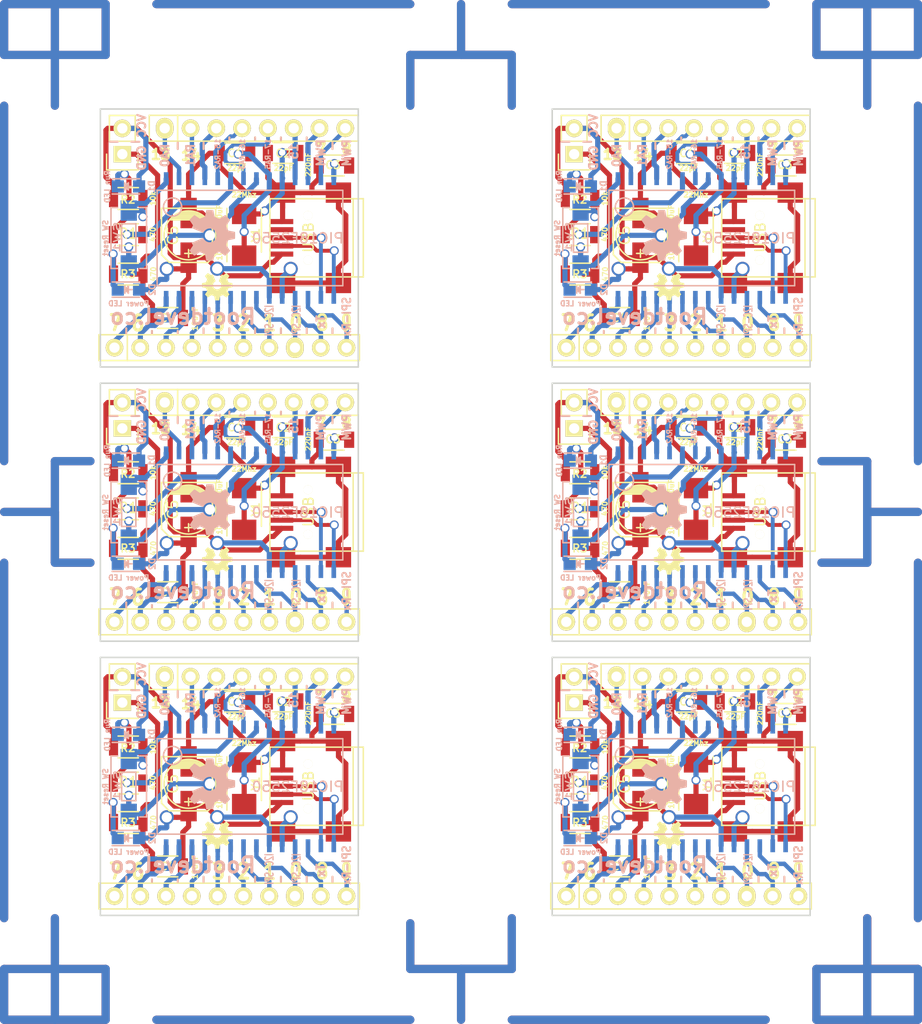
<source format=kicad_pcb>
(kicad_pcb (version 4) (host pcbnew 4.0.2+dfsg1-2~bpo8+1-stable)
  (title_block (title "uPinguino 2550 SMD") (date 2016-07-09) (rev 1B) (company fAnDrEs) (comment 1 http://cc-electrognu.blogspot.com.co/) (comment 2 http://rootdevel.clockingit.com/))
  (layers (0 F.Cu signal) (31 B.Cu signal) (34 B.Paste user) (35 F.Paste user) (36 B.SilkS user) (37 F.SilkS user) (38 B.Mask user) (39 F.Mask user) (44 Edge.Cuts user))
  (net 0 "")
  (net 1 "Net-(C1-Pad1)")
  (net 2 VSS)
  (net 3 "Net-(C2-Pad2)")
  (net 4 "Net-(C3-Pad1)")
  (net 5 VCC)
  (net 6 "Net-(D1-Pad1)")
  (net 7 "Net-(D2-Pad1)")
  (net 8 "Net-(P1-Pad2)")
  (net 9 "Net-(P1-Pad3)")
  (net 10 /PIN_13)
  (net 11 /PIN_14)
  (net 12 /PIN_15)
  (net 13 /PIN_16)
  (net 14 /PIN_17)
  (net 15 /PIN_10)
  (net 16 /PIN_11)
  (net 17 /PIN_12)
  (net 18 /PIN_7)
  (net 19 /PIN_6)
  (net 20 /PIN_5)
  (net 21 /PIN_4)
  (net 22 /PIN_3)
  (net 23 /PIN_2)
  (net 24 /PIN_1)
  (net 25 /PIN_0)
  (net 26 /PIN_8)
  (net 27 /PIN_9)
  (net 28 "Net-(R1-Pad2)")
  (net 29 "Net-(R2-Pad2)")
  (module LEDs:LED_0805 (layer B.Cu) (at 32.24098 64.948)
    (fp_text reference D1 (at 2.29362 0 90) (layer B.SilkS) (effects (font (size 0.6 0.6)) (justify mirror)))
    (fp_text value "Run LED" (at -2.07518 0.0254 90) (layer B.SilkS) (effects (font (size 0.508 0.508) (thickness 0.127)) (justify mirror)))
    (pad 2 smd rect (at 1.04902 0 180) (size 1.19888 1.19888) (layers B.Cu B.Paste B.Mask) (net 5 VCC))
    (pad 1 smd rect (at -1.04902 0 180) (size 1.19888 1.19888) (layers B.Cu B.Paste B.Mask) (net 6 "Net-(D1-Pad1)"))
  )
  (module LEDs:LED_0805 (layer B.Cu) (at 32.24098 75.108)
    (fp_text reference D2 (at 2.34442 0 90) (layer B.SilkS) (effects (font (size 0.6 0.6)) (justify mirror)))
    (fp_text value "Power LED" (at 0.03302 1.3716) (layer B.SilkS) (effects (font (size 0.508 0.508) (thickness 0.127)) (justify mirror)))
    (pad 2 smd rect (at 1.04902 0 180) (size 1.19888 1.19888) (layers B.Cu B.Paste B.Mask) (net 5 VCC))
    (pad 1 smd rect (at -1.04902 0 180) (size 1.19888 1.19888) (layers B.Cu B.Paste B.Mask) (net 7 "Net-(D2-Pad1)"))
  )
  (module Buttons_Switches_SMD:SW_SPST_EVQPE1 (layer B.Cu) (at 32.274 70.028 90)
    (fp_text reference SW1 (at 0.0762 -1.1684 90) (layer B.SilkS) (effects (font (size 0.6 1)) (justify mirror)))
    (fp_text value "SW Reset" (at 0 -2.286 90) (layer B.SilkS) (effects (font (size 0.508 0.508) (thickness 0.127)) (justify mirror)))
    (pad 2 smd rect (at 2.7 0 90) (size 2 1.6) (layers B.Cu B.Paste B.Mask) (net 29 "Net-(R2-Pad2)"))
    (pad 1 smd rect (at -2.7 0 90) (size 2 1.6) (layers B.Cu B.Paste B.Mask) (net 2 VSS))
  )
  (module SMD_Packages:SOJ-28-W (layer B.Cu) (at 44.212 70.028)
    (fp_text reference U***1 hide)
    (fp_text value PIC18F2550 (at 4.699 0.0254) (layer B.SilkS) (effects (justify mirror)))
    (pad 16 smd rect (at 6.985 5.842) (size 0.4572 1.27) (layers B.Cu B.Paste B.Mask) (net 9 "Net-(P1-Pad3)"))
    (pad 17 smd rect (at 5.715 5.842) (size 0.4572 1.27) (layers B.Cu B.Paste B.Mask) (net 27 /PIN_9))
    (pad 18 smd rect (at 4.445 5.842) (size 0.4572 1.27) (layers B.Cu B.Paste B.Mask) (net 26 /PIN_8))
    (pad 19 smd rect (at 3.175 5.842) (size 0.4572 1.27) (layers B.Cu B.Paste B.Mask) (net 2 VSS))
    (pad 20 smd rect (at 1.905 5.842) (size 0.4572 1.27) (layers B.Cu B.Paste B.Mask) (net 5 VCC))
    (pad 24 smd rect (at -3.175 5.842) (size 0.4572 1.27) (layers B.Cu B.Paste B.Mask) (net 22 /PIN_3))
    (pad 25 smd rect (at -4.445 5.842) (size 0.4572 1.27) (layers B.Cu B.Paste B.Mask) (net 21 /PIN_4))
    (pad 26 smd rect (at -5.715 5.842) (size 0.4572 1.27) (layers B.Cu B.Paste B.Mask) (net 20 /PIN_5))
    (pad 27 smd rect (at -6.985 5.842) (size 0.4572 1.27) (layers B.Cu B.Paste B.Mask) (net 19 /PIN_6))
    (pad 28 smd rect (at -8.255 5.842) (size 0.4572 1.27) (layers B.Cu B.Paste B.Mask) (net 18 /PIN_7))
    (pad 1 smd rect (at -8.255 -5.842) (size 0.4572 1.27) (layers B.Cu B.Paste B.Mask) (net 29 "Net-(R2-Pad2)"))
    (pad 2 smd rect (at -6.985 -5.842) (size 0.4572 1.27) (layers B.Cu B.Paste B.Mask) (net 10 /PIN_13))
    (pad 3 smd rect (at -5.715 -5.842) (size 0.4572 1.27) (layers B.Cu B.Paste B.Mask) (net 11 /PIN_14))
    (pad 4 smd rect (at -4.445 -5.842) (size 0.4572 1.27) (layers B.Cu B.Paste B.Mask) (net 12 /PIN_15))
    (pad 5 smd rect (at -3.175 -5.842) (size 0.4572 1.27) (layers B.Cu B.Paste B.Mask) (net 13 /PIN_16))
    (pad 9 smd rect (at 1.905 -5.842) (size 0.4572 1.27) (layers B.Cu B.Paste B.Mask) (net 1 "Net-(C1-Pad1)"))
    (pad 10 smd rect (at 3.175 -5.842) (size 0.4572 1.27) (layers B.Cu B.Paste B.Mask) (net 3 "Net-(C2-Pad2)"))
    (pad 11 smd rect (at 4.445 -5.842) (size 0.4572 1.27) (layers B.Cu B.Paste B.Mask) (net 15 /PIN_10))
    (pad 12 smd rect (at 5.715 -5.842) (size 0.4572 1.27) (layers B.Cu B.Paste B.Mask) (net 16 /PIN_11))
    (pad 13 smd rect (at 6.985 -5.842) (size 0.4572 1.27) (layers B.Cu B.Paste B.Mask) (net 17 /PIN_12))
    (pad 14 smd rect (at 8.255 -5.842) (size 0.4572 1.27) (layers B.Cu B.Paste B.Mask) (net 4 "Net-(C3-Pad1)"))
    (pad 6 smd rect (at -1.905 -5.842) (size 0.4572 1.27) (layers B.Cu B.Paste B.Mask) (net 28 "Net-(R1-Pad2)"))
    (pad 7 smd rect (at -0.635 -5.842) (size 0.4572 1.27) (layers B.Cu B.Paste B.Mask) (net 14 /PIN_17))
    (pad 8 smd rect (at 0.635 -5.842) (size 0.4572 1.27) (layers B.Cu B.Paste B.Mask) (net 2 VSS))
    (pad 23 smd rect (at -1.905 5.842) (size 0.4572 1.27) (layers B.Cu B.Paste B.Mask) (net 23 /PIN_2))
    (pad 22 smd rect (at -0.635 5.842) (size 0.4572 1.27) (layers B.Cu B.Paste B.Mask) (net 24 /PIN_1))
    (pad 21 smd rect (at 0.635 5.842) (size 0.4572 1.27) (layers B.Cu B.Paste B.Mask) (net 25 /PIN_0))
    (pad 15 smd rect (at 8.255 5.842) (size 0.4572 1.27) (layers B.Cu B.Paste B.Mask) (net 8 "Net-(P1-Pad2)"))
  )
  (module LOGO (layer B.Cu) (at 40.5036 69.774 90)
    (fp_text reference G*** hide)
    (fp_text value LOGO hide)
  )
  (module LEDs:LED_0805 (layer B.Cu) (at 76.74098 75.108)
    (fp_text reference D2 (at 2.34442 0 90) (layer B.SilkS) (effects (font (size 0.6 0.6)) (justify mirror)))
    (fp_text value "Power LED" (at 0.03302 1.3716) (layer B.SilkS) (effects (font (size 0.508 0.508) (thickness 0.127)) (justify mirror)))
    (pad 2 smd rect (at 1.04902 0 180) (size 1.19888 1.19888) (layers B.Cu B.Paste B.Mask) (net 5 VCC))
    (pad 1 smd rect (at -1.04902 0 180) (size 1.19888 1.19888) (layers B.Cu B.Paste B.Mask) (net 7 "Net-(D2-Pad1)"))
  )
  (module LEDs:LED_0805 (layer B.Cu) (at 76.74098 64.948)
    (fp_text reference D1 (at 2.29362 0 90) (layer B.SilkS) (effects (font (size 0.6 0.6)) (justify mirror)))
    (fp_text value "Run LED" (at -2.07518 0.0254 90) (layer B.SilkS) (effects (font (size 0.508 0.508) (thickness 0.127)) (justify mirror)))
    (pad 2 smd rect (at 1.04902 0 180) (size 1.19888 1.19888) (layers B.Cu B.Paste B.Mask) (net 5 VCC))
    (pad 1 smd rect (at -1.04902 0 180) (size 1.19888 1.19888) (layers B.Cu B.Paste B.Mask) (net 6 "Net-(D1-Pad1)"))
  )
  (module SMD_Packages:SOJ-28-W (layer B.Cu) (at 88.712 70.028)
    (fp_text reference U***1 hide)
    (fp_text value PIC18F2550 (at 4.699 0.0254) (layer B.SilkS) (effects (justify mirror)))
    (pad 16 smd rect (at 6.985 5.842) (size 0.4572 1.27) (layers B.Cu B.Paste B.Mask) (net 9 "Net-(P1-Pad3)"))
    (pad 17 smd rect (at 5.715 5.842) (size 0.4572 1.27) (layers B.Cu B.Paste B.Mask) (net 27 /PIN_9))
    (pad 18 smd rect (at 4.445 5.842) (size 0.4572 1.27) (layers B.Cu B.Paste B.Mask) (net 26 /PIN_8))
    (pad 19 smd rect (at 3.175 5.842) (size 0.4572 1.27) (layers B.Cu B.Paste B.Mask) (net 2 VSS))
    (pad 20 smd rect (at 1.905 5.842) (size 0.4572 1.27) (layers B.Cu B.Paste B.Mask) (net 5 VCC))
    (pad 24 smd rect (at -3.175 5.842) (size 0.4572 1.27) (layers B.Cu B.Paste B.Mask) (net 22 /PIN_3))
    (pad 25 smd rect (at -4.445 5.842) (size 0.4572 1.27) (layers B.Cu B.Paste B.Mask) (net 21 /PIN_4))
    (pad 26 smd rect (at -5.715 5.842) (size 0.4572 1.27) (layers B.Cu B.Paste B.Mask) (net 20 /PIN_5))
    (pad 27 smd rect (at -6.985 5.842) (size 0.4572 1.27) (layers B.Cu B.Paste B.Mask) (net 19 /PIN_6))
    (pad 28 smd rect (at -8.255 5.842) (size 0.4572 1.27) (layers B.Cu B.Paste B.Mask) (net 18 /PIN_7))
    (pad 1 smd rect (at -8.255 -5.842) (size 0.4572 1.27) (layers B.Cu B.Paste B.Mask) (net 29 "Net-(R2-Pad2)"))
    (pad 2 smd rect (at -6.985 -5.842) (size 0.4572 1.27) (layers B.Cu B.Paste B.Mask) (net 10 /PIN_13))
    (pad 3 smd rect (at -5.715 -5.842) (size 0.4572 1.27) (layers B.Cu B.Paste B.Mask) (net 11 /PIN_14))
    (pad 4 smd rect (at -4.445 -5.842) (size 0.4572 1.27) (layers B.Cu B.Paste B.Mask) (net 12 /PIN_15))
    (pad 5 smd rect (at -3.175 -5.842) (size 0.4572 1.27) (layers B.Cu B.Paste B.Mask) (net 13 /PIN_16))
    (pad 9 smd rect (at 1.905 -5.842) (size 0.4572 1.27) (layers B.Cu B.Paste B.Mask) (net 1 "Net-(C1-Pad1)"))
    (pad 10 smd rect (at 3.175 -5.842) (size 0.4572 1.27) (layers B.Cu B.Paste B.Mask) (net 3 "Net-(C2-Pad2)"))
    (pad 11 smd rect (at 4.445 -5.842) (size 0.4572 1.27) (layers B.Cu B.Paste B.Mask) (net 15 /PIN_10))
    (pad 12 smd rect (at 5.715 -5.842) (size 0.4572 1.27) (layers B.Cu B.Paste B.Mask) (net 16 /PIN_11))
    (pad 13 smd rect (at 6.985 -5.842) (size 0.4572 1.27) (layers B.Cu B.Paste B.Mask) (net 17 /PIN_12))
    (pad 14 smd rect (at 8.255 -5.842) (size 0.4572 1.27) (layers B.Cu B.Paste B.Mask) (net 4 "Net-(C3-Pad1)"))
    (pad 6 smd rect (at -1.905 -5.842) (size 0.4572 1.27) (layers B.Cu B.Paste B.Mask) (net 28 "Net-(R1-Pad2)"))
    (pad 7 smd rect (at -0.635 -5.842) (size 0.4572 1.27) (layers B.Cu B.Paste B.Mask) (net 14 /PIN_17))
    (pad 8 smd rect (at 0.635 -5.842) (size 0.4572 1.27) (layers B.Cu B.Paste B.Mask) (net 2 VSS))
    (pad 23 smd rect (at -1.905 5.842) (size 0.4572 1.27) (layers B.Cu B.Paste B.Mask) (net 23 /PIN_2))
    (pad 22 smd rect (at -0.635 5.842) (size 0.4572 1.27) (layers B.Cu B.Paste B.Mask) (net 24 /PIN_1))
    (pad 21 smd rect (at 0.635 5.842) (size 0.4572 1.27) (layers B.Cu B.Paste B.Mask) (net 25 /PIN_0))
    (pad 15 smd rect (at 8.255 5.842) (size 0.4572 1.27) (layers B.Cu B.Paste B.Mask) (net 8 "Net-(P1-Pad2)"))
  )
  (module Buttons_Switches_SMD:SW_SPST_EVQPE1 (layer B.Cu) (at 76.774 70.028 90)
    (fp_text reference SW1 (at 0.0762 -1.1684 90) (layer B.SilkS) (effects (font (size 0.6 1)) (justify mirror)))
    (fp_text value "SW Reset" (at 0 -2.286 90) (layer B.SilkS) (effects (font (size 0.508 0.508) (thickness 0.127)) (justify mirror)))
    (pad 2 smd rect (at 2.7 0 90) (size 2 1.6) (layers B.Cu B.Paste B.Mask) (net 29 "Net-(R2-Pad2)"))
    (pad 1 smd rect (at -2.7 0 90) (size 2 1.6) (layers B.Cu B.Paste B.Mask) (net 2 VSS))
  )
  (module LOGO (layer B.Cu) (at 85.0036 69.774 90)
    (fp_text reference G*** hide)
    (fp_text value LOGO hide)
  )
  (module Resistors_SMD:R_1206 (layer F.Cu) (at 32.2232 66.1418)
    (fp_text reference R2 (at -0.0254 0.1016) (layer F.SilkS) (effects (font (size 0.762 0.762))))
    (fp_text value 10k (at 2.4384 0 90) (layer F.SilkS) (effects (font (size 0.508 0.508) (thickness 0.127))))
    (pad 1 smd rect (at -1.45 0) (size 0.9 1.7) (layers F.Cu F.Paste F.Mask) (net 5 VCC))
    (pad 2 smd rect (at 1.45 0) (size 0.9 1.7) (layers F.Cu F.Paste F.Mask) (net 29 "Net-(R2-Pad2)"))
  )
  (module Resistors_SMD:R_1206 (layer F.Cu) (at 32.20796 69.6978)
    (fp_text reference R1 (at -0.01016 -0.1016) (layer F.SilkS))
    (fp_text value 470 (at 2.45364 -0.0254 90) (layer F.SilkS) (effects (font (size 0.508 0.508) (thickness 0.127))))
    (pad 1 smd rect (at -1.45 0) (size 0.9 1.7) (layers F.Cu F.Paste F.Mask) (net 6 "Net-(D1-Pad1)"))
    (pad 2 smd rect (at 1.45 0) (size 0.9 1.7) (layers F.Cu F.Paste F.Mask) (net 28 "Net-(R1-Pad2)"))
  )
  (module Socket_Strips:Socket_Strip_Straight_1x02 (layer F.Cu) (at 31.639 61.773 90)
    (fp_text reference P3 hide)
    (fp_text value CONN_01X02 hide)
    (pad 1 thru_hole rect (at 0 0 90) (size 1.6256 1.7272) (drill 1.016) (layers *.Cu *.Mask F.SilkS) (net 2 VSS))
    (pad 2 thru_hole circle (at 2.54 0 90) (size 1.7272 1.7272) (drill 1.016) (layers *.Cu *.Mask F.SilkS) (net 5 VCC))
  )
  (module Capacitors_SMD:C_1206 (layer F.Cu) (at 42.7388 61.6841 180)
    (fp_text reference C1 (at 0 0.0127 180) (layer F.SilkS) (effects (font (size 0.762 0.762) (thickness 0.127))))
    (fp_text value 22pF (at -0.1524 -1.4605 360) (layer F.SilkS) (effects (font (size 0.508 0.508) (thickness 0.127))))
    (pad 1 smd rect (at -1.5 0 180) (size 1 1.6) (layers F.Cu F.Paste F.Mask) (net 1 "Net-(C1-Pad1)"))
    (pad 2 smd rect (at 1.5 0 180) (size 1 1.6) (layers F.Cu F.Paste F.Mask) (net 2 VSS))
  )
  (module "Crystal SMD:Crystal_SMD_5032_2Pads" (layer F.Cu) (at 43.6405 69.7105 90)
    (fp_text reference Y1 (at -0.0381 1.1303 270) (layer F.SilkS) (effects (font (size 0.762 0.762))))
    (fp_text value 22Mhz (at 3.9497 -0.0127 180) (layer F.SilkS) (effects (font (size 0.508 0.508) (thickness 0.127))))
    (pad 1 smd rect (at -2.05 0 90) (size 2 2.4) (layers F.Cu F.Paste F.Mask) (net 1 "Net-(C1-Pad1)"))
    (pad 2 smd rect (at 2.05 0 90) (size 2 2.4) (layers F.Cu F.Paste F.Mask) (net 3 "Net-(C2-Pad2)"))
  )
  (module Connect:USB_Mini-B (layer F.Cu) (at 50.77536 70.01022 180)
    (fp_text reference P1 hide)
    (fp_text value USB (at 0.79756 0.03302 270) (layer F.SilkS))
    (pad 1 smd rect (at 3.44932 -1.6002 180) (size 2.30124 0.50038) (layers F.Cu F.Paste F.Mask) (net 5 VCC))
    (pad 2 smd rect (at 3.44932 -0.8001 180) (size 2.30124 0.50038) (layers F.Cu F.Paste F.Mask) (net 8 "Net-(P1-Pad2)"))
    (pad 3 smd rect (at 3.44932 0 180) (size 2.30124 0.50038) (layers F.Cu F.Paste F.Mask) (net 9 "Net-(P1-Pad3)"))
    (pad 4 smd rect (at 3.44932 0.8001 180) (size 2.30124 0.50038) (layers F.Cu F.Paste F.Mask))
    (pad 5 smd rect (at 3.44932 1.6002 180) (size 2.30124 0.50038) (layers F.Cu F.Paste F.Mask) (net 2 VSS))
    (pad 6 smd rect (at 3.35026 -4.45008 180) (size 2.49936 1.99898) (layers F.Cu F.Paste F.Mask) (net 2 VSS))
    (pad 6 smd rect (at -2.14884 -4.45008 180) (size 2.49936 1.99898) (layers F.Cu F.Paste F.Mask) (net 2 VSS))
    (pad 6 smd rect (at 3.35026 4.45008 180) (size 2.49936 1.99898) (layers F.Cu F.Paste F.Mask) (net 2 VSS))
    (pad 6 smd rect (at -2.14884 4.45008 180) (size 2.49936 1.99898) (layers F.Cu F.Paste F.Mask) (net 2 VSS))
    (pad "" np_thru_hole circle (at 0.8509 -2.19964 180) (size 0.89916 0.89916) (drill 0.89916) (layers *.Cu *.Mask F.SilkS))
    (pad "" np_thru_hole circle (at 0.8509 2.19964 180) (size 0.89916 0.89916) (drill 0.89916) (layers *.Cu *.Mask F.SilkS))
  )
  (module Capacitors_SMD:C_1206 (layer F.Cu) (at 47.4759 61.6587)
    (fp_text reference C2 (at 0.0127 0.0381) (layer F.SilkS) (effects (font (size 0.762 0.762) (thickness 0.127))))
    (fp_text value 22pF (at 0.0381 1.4859) (layer F.SilkS) (effects (font (size 0.508 0.508) (thickness 0.127))))
    (pad 1 smd rect (at -1.5 0) (size 1 1.6) (layers F.Cu F.Paste F.Mask) (net 2 VSS))
    (pad 2 smd rect (at 1.5 0) (size 1 1.6) (layers F.Cu F.Paste F.Mask) (net 3 "Net-(C2-Pad2)"))
  )
  (module Socket_Strips:Socket_Strip_Straight_1x08 (layer F.Cu) (at 35.8173 59.2203)
    (fp_text reference P2 hide)
    (fp_text value CONN_01X08 hide)
    (pad 1 thru_hole oval (at 0 0) (size 1.7272 2.032) (drill 1.016) (layers *.Cu *.Mask F.SilkS) (net 10 /PIN_13))
    (pad 2 thru_hole circle (at 2.54 0) (size 1.7272 1.7272) (drill 1.016) (layers *.Cu *.Mask F.SilkS) (net 11 /PIN_14))
    (pad 3 thru_hole circle (at 5.08 0) (size 1.7272 1.7272) (drill 1.016) (layers *.Cu *.Mask F.SilkS) (net 12 /PIN_15))
    (pad 4 thru_hole circle (at 7.62 0) (size 1.7272 1.7272) (drill 1.016) (layers *.Cu *.Mask F.SilkS) (net 13 /PIN_16))
    (pad 5 thru_hole circle (at 10.16 0) (size 1.7272 1.7272) (drill 1.016) (layers *.Cu *.Mask F.SilkS) (net 14 /PIN_17))
    (pad 6 thru_hole circle (at 12.7 0) (size 1.7272 1.7272) (drill 1.016) (layers *.Cu *.Mask F.SilkS) (net 15 /PIN_10))
    (pad 7 thru_hole circle (at 15.24 0) (size 1.7272 1.7272) (drill 1.016) (layers *.Cu *.Mask F.SilkS) (net 16 /PIN_11))
    (pad 8 thru_hole circle (at 17.78 0) (size 1.7272 1.7272) (drill 1.016) (layers *.Cu *.Mask F.SilkS) (net 17 /PIN_12))
  )
  (module Capacitors_SMD:C_1206 (layer F.Cu) (at 52.4797 62.8906 180)
    (fp_text reference C3 (at 0.0889 0.0508 180) (layer F.SilkS) (effects (font (size 0.762 0.762))))
    (fp_text value 220nF (at 2.5273 0.0762 450) (layer F.SilkS) (effects (font (size 0.508 0.508) (thickness 0.125))))
    (pad 1 smd rect (at -1.5 0 180) (size 1 1.6) (layers F.Cu F.Paste F.Mask) (net 4 "Net-(C3-Pad1)"))
    (pad 2 smd rect (at 1.5 0 180) (size 1 1.6) (layers F.Cu F.Paste F.Mask) (net 2 VSS))
  )
  (module Capacitors_SMD:c_elec_5x5.3 (layer F.Cu) (at 38.1668 69.76638 270)
    (fp_text reference C5 (at 0.00762 1.5494 270) (layer F.SilkS))
    (fp_text value "10uF a 100uF" (at -0.27178 -3.048 450) (layer F.SilkS) (effects (font (size 0.508 0.508) (thickness 0.127))))
    (pad 1 smd rect (at 2.19964 0 270) (size 2.99974 1.6002) (layers F.Cu F.Paste F.Mask) (net 5 VCC))
    (pad 2 smd rect (at -2.19964 0 270) (size 2.99974 1.6002) (layers F.Cu F.Paste F.Mask) (net 2 VSS))
  )
  (module Capacitors_SMD:C_1206 (layer F.Cu) (at 36.108 77.902)
    (fp_text reference C4 (at -0.024 0) (layer F.SilkS) (effects (font (size 0.762 0.762) (thickness 0.127))))
    (fp_text value 100nF (at 2.6938 0.0762 90) (layer F.SilkS) (effects (font (size 0.508 0.508) (thickness 0.127))))
    (pad 1 smd rect (at -1.5 0) (size 1 1.6) (layers F.Cu F.Paste F.Mask) (net 2 VSS))
    (pad 2 smd rect (at 1.5 0) (size 1 1.6) (layers F.Cu F.Paste F.Mask) (net 5 VCC))
  )
  (module LOGO (layer F.Cu) (at 40.9862 74.8286 180)
    (fp_text reference G*** hide)
    (fp_text value LOGO hide)
  )
  (module Resistors_SMD:R_1206 (layer F.Cu) (at 32.2232 73.584)
    (fp_text reference R3 (at -0.0254 0) (layer F.SilkS) (effects (font (size 0.762 0.762))))
    (fp_text value 470 (at 2.4892 0 90) (layer F.SilkS) (effects (font (size 0.508 0.508) (thickness 0.1))))
    (pad 1 smd rect (at -1.45 0) (size 0.9 1.7) (layers F.Cu F.Paste F.Mask) (net 7 "Net-(D2-Pad1)"))
    (pad 2 smd rect (at 1.45 0) (size 0.9 1.7) (layers F.Cu F.Paste F.Mask) (net 2 VSS))
  )
  (module Socket_Strips:Socket_Strip_Straight_1x10 (layer F.Cu) (at 30.8643 80.823)
    (fp_text reference P4 hide)
    (fp_text value CONN_01X10 hide)
    (pad 1 thru_hole circle (at 0 0) (size 1.7272 1.7272) (drill 1.016) (layers *.Cu *.Mask F.SilkS) (net 18 /PIN_7))
    (pad 2 thru_hole circle (at 2.54 0) (size 1.7272 1.7272) (drill 1.016) (layers *.Cu *.Mask F.SilkS) (net 19 /PIN_6))
    (pad 3 thru_hole circle (at 5.08 0) (size 1.7272 1.7272) (drill 1.016) (layers *.Cu *.Mask F.SilkS) (net 20 /PIN_5))
    (pad 4 thru_hole circle (at 7.62 0) (size 1.7272 1.7272) (drill 1.016) (layers *.Cu *.Mask F.SilkS) (net 21 /PIN_4))
    (pad 5 thru_hole circle (at 10.16 0) (size 1.7272 1.7272) (drill 1.016) (layers *.Cu *.Mask F.SilkS) (net 22 /PIN_3))
    (pad 6 thru_hole circle (at 12.7 0) (size 1.7272 1.7272) (drill 1.016) (layers *.Cu *.Mask F.SilkS) (net 23 /PIN_2))
    (pad 7 thru_hole circle (at 15.24 0) (size 1.7272 1.7272) (drill 1.016) (layers *.Cu *.Mask F.SilkS) (net 24 /PIN_1))
    (pad 8 thru_hole oval (at 17.78 0) (size 1.7272 2.032) (drill 1.016) (layers *.Cu *.Mask F.SilkS) (net 25 /PIN_0))
    (pad 9 thru_hole circle (at 20.32 0) (size 1.7272 1.7272) (drill 1.016) (layers *.Cu *.Mask F.SilkS) (net 26 /PIN_8))
    (pad 10 thru_hole circle (at 22.86 0) (size 1.7272 1.7272) (drill 1.016) (layers *.Cu *.Mask F.SilkS) (net 27 /PIN_9))
  )
  (module Resistors_SMD:R_1206 (layer F.Cu) (at 76.70796 69.6978)
    (fp_text reference R1 (at -0.01016 -0.1016) (layer F.SilkS))
    (fp_text value 470 (at 2.45364 -0.0254 90) (layer F.SilkS) (effects (font (size 0.508 0.508) (thickness 0.127))))
    (pad 1 smd rect (at -1.45 0) (size 0.9 1.7) (layers F.Cu F.Paste F.Mask) (net 6 "Net-(D1-Pad1)"))
    (pad 2 smd rect (at 1.45 0) (size 0.9 1.7) (layers F.Cu F.Paste F.Mask) (net 28 "Net-(R1-Pad2)"))
  )
  (module Connect:USB_Mini-B (layer F.Cu) (at 95.27536 70.01022 180)
    (fp_text reference P1 hide)
    (fp_text value USB (at 0.79756 0.03302 270) (layer F.SilkS))
    (pad 1 smd rect (at 3.44932 -1.6002 180) (size 2.30124 0.50038) (layers F.Cu F.Paste F.Mask) (net 5 VCC))
    (pad 2 smd rect (at 3.44932 -0.8001 180) (size 2.30124 0.50038) (layers F.Cu F.Paste F.Mask) (net 8 "Net-(P1-Pad2)"))
    (pad 3 smd rect (at 3.44932 0 180) (size 2.30124 0.50038) (layers F.Cu F.Paste F.Mask) (net 9 "Net-(P1-Pad3)"))
    (pad 4 smd rect (at 3.44932 0.8001 180) (size 2.30124 0.50038) (layers F.Cu F.Paste F.Mask))
    (pad 5 smd rect (at 3.44932 1.6002 180) (size 2.30124 0.50038) (layers F.Cu F.Paste F.Mask) (net 2 VSS))
    (pad 6 smd rect (at 3.35026 -4.45008 180) (size 2.49936 1.99898) (layers F.Cu F.Paste F.Mask) (net 2 VSS))
    (pad 6 smd rect (at -2.14884 -4.45008 180) (size 2.49936 1.99898) (layers F.Cu F.Paste F.Mask) (net 2 VSS))
    (pad 6 smd rect (at 3.35026 4.45008 180) (size 2.49936 1.99898) (layers F.Cu F.Paste F.Mask) (net 2 VSS))
    (pad 6 smd rect (at -2.14884 4.45008 180) (size 2.49936 1.99898) (layers F.Cu F.Paste F.Mask) (net 2 VSS))
    (pad "" np_thru_hole circle (at 0.8509 -2.19964 180) (size 0.89916 0.89916) (drill 0.89916) (layers *.Cu *.Mask F.SilkS))
    (pad "" np_thru_hole circle (at 0.8509 2.19964 180) (size 0.89916 0.89916) (drill 0.89916) (layers *.Cu *.Mask F.SilkS))
  )
  (module LOGO (layer F.Cu) (at 85.4862 74.8286 180)
    (fp_text reference G*** hide)
    (fp_text value LOGO hide)
  )
  (module "Crystal SMD:Crystal_SMD_5032_2Pads" (layer F.Cu) (at 88.1405 69.7105 90)
    (fp_text reference Y1 (at -0.0381 1.1303 270) (layer F.SilkS) (effects (font (size 0.762 0.762))))
    (fp_text value 22Mhz (at 3.9497 -0.0127 180) (layer F.SilkS) (effects (font (size 0.508 0.508) (thickness 0.127))))
    (pad 1 smd rect (at -2.05 0 90) (size 2 2.4) (layers F.Cu F.Paste F.Mask) (net 1 "Net-(C1-Pad1)"))
    (pad 2 smd rect (at 2.05 0 90) (size 2 2.4) (layers F.Cu F.Paste F.Mask) (net 3 "Net-(C2-Pad2)"))
  )
  (module Socket_Strips:Socket_Strip_Straight_1x10 (layer F.Cu) (at 75.3643 80.823)
    (fp_text reference P4 hide)
    (fp_text value CONN_01X10 hide)
    (pad 1 thru_hole circle (at 0 0) (size 1.7272 1.7272) (drill 1.016) (layers *.Cu *.Mask F.SilkS) (net 18 /PIN_7))
    (pad 2 thru_hole circle (at 2.54 0) (size 1.7272 1.7272) (drill 1.016) (layers *.Cu *.Mask F.SilkS) (net 19 /PIN_6))
    (pad 3 thru_hole circle (at 5.08 0) (size 1.7272 1.7272) (drill 1.016) (layers *.Cu *.Mask F.SilkS) (net 20 /PIN_5))
    (pad 4 thru_hole circle (at 7.62 0) (size 1.7272 1.7272) (drill 1.016) (layers *.Cu *.Mask F.SilkS) (net 21 /PIN_4))
    (pad 5 thru_hole circle (at 10.16 0) (size 1.7272 1.7272) (drill 1.016) (layers *.Cu *.Mask F.SilkS) (net 22 /PIN_3))
    (pad 6 thru_hole circle (at 12.7 0) (size 1.7272 1.7272) (drill 1.016) (layers *.Cu *.Mask F.SilkS) (net 23 /PIN_2))
    (pad 7 thru_hole circle (at 15.24 0) (size 1.7272 1.7272) (drill 1.016) (layers *.Cu *.Mask F.SilkS) (net 24 /PIN_1))
    (pad 8 thru_hole oval (at 17.78 0) (size 1.7272 2.032) (drill 1.016) (layers *.Cu *.Mask F.SilkS) (net 25 /PIN_0))
    (pad 9 thru_hole circle (at 20.32 0) (size 1.7272 1.7272) (drill 1.016) (layers *.Cu *.Mask F.SilkS) (net 26 /PIN_8))
    (pad 10 thru_hole circle (at 22.86 0) (size 1.7272 1.7272) (drill 1.016) (layers *.Cu *.Mask F.SilkS) (net 27 /PIN_9))
  )
  (module Capacitors_SMD:C_1206 (layer F.Cu) (at 80.608 77.902)
    (fp_text reference C4 (at -0.024 0) (layer F.SilkS) (effects (font (size 0.762 0.762) (thickness 0.127))))
    (fp_text value 100nF (at 2.6938 0.0762 90) (layer F.SilkS) (effects (font (size 0.508 0.508) (thickness 0.127))))
    (pad 1 smd rect (at -1.5 0) (size 1 1.6) (layers F.Cu F.Paste F.Mask) (net 2 VSS))
    (pad 2 smd rect (at 1.5 0) (size 1 1.6) (layers F.Cu F.Paste F.Mask) (net 5 VCC))
  )
  (module Capacitors_SMD:c_elec_5x5.3 (layer F.Cu) (at 82.6668 69.76638 270)
    (fp_text reference C5 (at 0.00762 1.5494 270) (layer F.SilkS))
    (fp_text value "10uF a 100uF" (at -0.27178 -3.048 450) (layer F.SilkS) (effects (font (size 0.508 0.508) (thickness 0.127))))
    (pad 1 smd rect (at 2.19964 0 270) (size 2.99974 1.6002) (layers F.Cu F.Paste F.Mask) (net 5 VCC))
    (pad 2 smd rect (at -2.19964 0 270) (size 2.99974 1.6002) (layers F.Cu F.Paste F.Mask) (net 2 VSS))
  )
  (module Resistors_SMD:R_1206 (layer F.Cu) (at 76.7232 73.584)
    (fp_text reference R3 (at -0.0254 0) (layer F.SilkS) (effects (font (size 0.762 0.762))))
    (fp_text value 470 (at 2.4892 0 90) (layer F.SilkS) (effects (font (size 0.508 0.508) (thickness 0.1))))
    (pad 1 smd rect (at -1.45 0) (size 0.9 1.7) (layers F.Cu F.Paste F.Mask) (net 7 "Net-(D2-Pad1)"))
    (pad 2 smd rect (at 1.45 0) (size 0.9 1.7) (layers F.Cu F.Paste F.Mask) (net 2 VSS))
  )
  (module Resistors_SMD:R_1206 (layer F.Cu) (at 76.7232 66.1418)
    (fp_text reference R2 (at -0.0254 0.1016) (layer F.SilkS) (effects (font (size 0.762 0.762))))
    (fp_text value 10k (at 2.4384 0 90) (layer F.SilkS) (effects (font (size 0.508 0.508) (thickness 0.127))))
    (pad 1 smd rect (at -1.45 0) (size 0.9 1.7) (layers F.Cu F.Paste F.Mask) (net 5 VCC))
    (pad 2 smd rect (at 1.45 0) (size 0.9 1.7) (layers F.Cu F.Paste F.Mask) (net 29 "Net-(R2-Pad2)"))
  )
  (module Socket_Strips:Socket_Strip_Straight_1x08 (layer F.Cu) (at 80.3173 59.2203)
    (fp_text reference P2 hide)
    (fp_text value CONN_01X08 hide)
    (pad 1 thru_hole oval (at 0 0) (size 1.7272 2.032) (drill 1.016) (layers *.Cu *.Mask F.SilkS) (net 10 /PIN_13))
    (pad 2 thru_hole circle (at 2.54 0) (size 1.7272 1.7272) (drill 1.016) (layers *.Cu *.Mask F.SilkS) (net 11 /PIN_14))
    (pad 3 thru_hole circle (at 5.08 0) (size 1.7272 1.7272) (drill 1.016) (layers *.Cu *.Mask F.SilkS) (net 12 /PIN_15))
    (pad 4 thru_hole circle (at 7.62 0) (size 1.7272 1.7272) (drill 1.016) (layers *.Cu *.Mask F.SilkS) (net 13 /PIN_16))
    (pad 5 thru_hole circle (at 10.16 0) (size 1.7272 1.7272) (drill 1.016) (layers *.Cu *.Mask F.SilkS) (net 14 /PIN_17))
    (pad 6 thru_hole circle (at 12.7 0) (size 1.7272 1.7272) (drill 1.016) (layers *.Cu *.Mask F.SilkS) (net 15 /PIN_10))
    (pad 7 thru_hole circle (at 15.24 0) (size 1.7272 1.7272) (drill 1.016) (layers *.Cu *.Mask F.SilkS) (net 16 /PIN_11))
    (pad 8 thru_hole circle (at 17.78 0) (size 1.7272 1.7272) (drill 1.016) (layers *.Cu *.Mask F.SilkS) (net 17 /PIN_12))
  )
  (module Capacitors_SMD:C_1206 (layer F.Cu) (at 87.2388 61.6841 180)
    (fp_text reference C1 (at 0 0.0127 180) (layer F.SilkS) (effects (font (size 0.762 0.762) (thickness 0.127))))
    (fp_text value 22pF (at -0.1524 -1.4605 360) (layer F.SilkS) (effects (font (size 0.508 0.508) (thickness 0.127))))
    (pad 1 smd rect (at -1.5 0 180) (size 1 1.6) (layers F.Cu F.Paste F.Mask) (net 1 "Net-(C1-Pad1)"))
    (pad 2 smd rect (at 1.5 0 180) (size 1 1.6) (layers F.Cu F.Paste F.Mask) (net 2 VSS))
  )
  (module Socket_Strips:Socket_Strip_Straight_1x02 (layer F.Cu) (at 76.139 61.773 90)
    (fp_text reference P3 hide)
    (fp_text value CONN_01X02 hide)
    (pad 1 thru_hole rect (at 0 0 90) (size 1.6256 1.7272) (drill 1.016) (layers *.Cu *.Mask F.SilkS) (net 2 VSS))
    (pad 2 thru_hole circle (at 2.54 0 90) (size 1.7272 1.7272) (drill 1.016) (layers *.Cu *.Mask F.SilkS) (net 5 VCC))
  )
  (module Capacitors_SMD:C_1206 (layer F.Cu) (at 91.9759 61.6587)
    (fp_text reference C2 (at 0.0127 0.0381) (layer F.SilkS) (effects (font (size 0.762 0.762) (thickness 0.127))))
    (fp_text value 22pF (at 0.0381 1.4859) (layer F.SilkS) (effects (font (size 0.508 0.508) (thickness 0.127))))
    (pad 1 smd rect (at -1.5 0) (size 1 1.6) (layers F.Cu F.Paste F.Mask) (net 2 VSS))
    (pad 2 smd rect (at 1.5 0) (size 1 1.6) (layers F.Cu F.Paste F.Mask) (net 3 "Net-(C2-Pad2)"))
  )
  (module Capacitors_SMD:C_1206 (layer F.Cu) (at 96.9797 62.8906 180)
    (fp_text reference C3 (at 0.0889 0.0508 180) (layer F.SilkS) (effects (font (size 0.762 0.762))))
    (fp_text value 220nF (at 2.5273 0.0762 450) (layer F.SilkS) (effects (font (size 0.508 0.508) (thickness 0.125))))
    (pad 1 smd rect (at -1.5 0 180) (size 1 1.6) (layers F.Cu F.Paste F.Mask) (net 4 "Net-(C3-Pad1)"))
    (pad 2 smd rect (at 1.5 0 180) (size 1 1.6) (layers F.Cu F.Paste F.Mask) (net 2 VSS))
  )
  (module LEDs:LED_0805 (layer B.Cu) (at 32.24098 102.108)
    (fp_text reference D2 (at 2.34442 0 90) (layer B.SilkS) (effects (font (size 0.6 0.6)) (justify mirror)))
    (fp_text value "Power LED" (at 0.03302 1.3716) (layer B.SilkS) (effects (font (size 0.508 0.508) (thickness 0.127)) (justify mirror)))
    (pad 2 smd rect (at 1.04902 0 180) (size 1.19888 1.19888) (layers B.Cu B.Paste B.Mask) (net 5 VCC))
    (pad 1 smd rect (at -1.04902 0 180) (size 1.19888 1.19888) (layers B.Cu B.Paste B.Mask) (net 7 "Net-(D2-Pad1)"))
  )
  (module SMD_Packages:SOJ-28-W (layer B.Cu) (at 44.212 97.028)
    (fp_text reference U***1 hide)
    (fp_text value PIC18F2550 (at 4.699 0.0254) (layer B.SilkS) (effects (justify mirror)))
    (pad 16 smd rect (at 6.985 5.842) (size 0.4572 1.27) (layers B.Cu B.Paste B.Mask) (net 9 "Net-(P1-Pad3)"))
    (pad 17 smd rect (at 5.715 5.842) (size 0.4572 1.27) (layers B.Cu B.Paste B.Mask) (net 27 /PIN_9))
    (pad 18 smd rect (at 4.445 5.842) (size 0.4572 1.27) (layers B.Cu B.Paste B.Mask) (net 26 /PIN_8))
    (pad 19 smd rect (at 3.175 5.842) (size 0.4572 1.27) (layers B.Cu B.Paste B.Mask) (net 2 VSS))
    (pad 20 smd rect (at 1.905 5.842) (size 0.4572 1.27) (layers B.Cu B.Paste B.Mask) (net 5 VCC))
    (pad 24 smd rect (at -3.175 5.842) (size 0.4572 1.27) (layers B.Cu B.Paste B.Mask) (net 22 /PIN_3))
    (pad 25 smd rect (at -4.445 5.842) (size 0.4572 1.27) (layers B.Cu B.Paste B.Mask) (net 21 /PIN_4))
    (pad 26 smd rect (at -5.715 5.842) (size 0.4572 1.27) (layers B.Cu B.Paste B.Mask) (net 20 /PIN_5))
    (pad 27 smd rect (at -6.985 5.842) (size 0.4572 1.27) (layers B.Cu B.Paste B.Mask) (net 19 /PIN_6))
    (pad 28 smd rect (at -8.255 5.842) (size 0.4572 1.27) (layers B.Cu B.Paste B.Mask) (net 18 /PIN_7))
    (pad 1 smd rect (at -8.255 -5.842) (size 0.4572 1.27) (layers B.Cu B.Paste B.Mask) (net 29 "Net-(R2-Pad2)"))
    (pad 2 smd rect (at -6.985 -5.842) (size 0.4572 1.27) (layers B.Cu B.Paste B.Mask) (net 10 /PIN_13))
    (pad 3 smd rect (at -5.715 -5.842) (size 0.4572 1.27) (layers B.Cu B.Paste B.Mask) (net 11 /PIN_14))
    (pad 4 smd rect (at -4.445 -5.842) (size 0.4572 1.27) (layers B.Cu B.Paste B.Mask) (net 12 /PIN_15))
    (pad 5 smd rect (at -3.175 -5.842) (size 0.4572 1.27) (layers B.Cu B.Paste B.Mask) (net 13 /PIN_16))
    (pad 9 smd rect (at 1.905 -5.842) (size 0.4572 1.27) (layers B.Cu B.Paste B.Mask) (net 1 "Net-(C1-Pad1)"))
    (pad 10 smd rect (at 3.175 -5.842) (size 0.4572 1.27) (layers B.Cu B.Paste B.Mask) (net 3 "Net-(C2-Pad2)"))
    (pad 11 smd rect (at 4.445 -5.842) (size 0.4572 1.27) (layers B.Cu B.Paste B.Mask) (net 15 /PIN_10))
    (pad 12 smd rect (at 5.715 -5.842) (size 0.4572 1.27) (layers B.Cu B.Paste B.Mask) (net 16 /PIN_11))
    (pad 13 smd rect (at 6.985 -5.842) (size 0.4572 1.27) (layers B.Cu B.Paste B.Mask) (net 17 /PIN_12))
    (pad 14 smd rect (at 8.255 -5.842) (size 0.4572 1.27) (layers B.Cu B.Paste B.Mask) (net 4 "Net-(C3-Pad1)"))
    (pad 6 smd rect (at -1.905 -5.842) (size 0.4572 1.27) (layers B.Cu B.Paste B.Mask) (net 28 "Net-(R1-Pad2)"))
    (pad 7 smd rect (at -0.635 -5.842) (size 0.4572 1.27) (layers B.Cu B.Paste B.Mask) (net 14 /PIN_17))
    (pad 8 smd rect (at 0.635 -5.842) (size 0.4572 1.27) (layers B.Cu B.Paste B.Mask) (net 2 VSS))
    (pad 23 smd rect (at -1.905 5.842) (size 0.4572 1.27) (layers B.Cu B.Paste B.Mask) (net 23 /PIN_2))
    (pad 22 smd rect (at -0.635 5.842) (size 0.4572 1.27) (layers B.Cu B.Paste B.Mask) (net 24 /PIN_1))
    (pad 21 smd rect (at 0.635 5.842) (size 0.4572 1.27) (layers B.Cu B.Paste B.Mask) (net 25 /PIN_0))
    (pad 15 smd rect (at 8.255 5.842) (size 0.4572 1.27) (layers B.Cu B.Paste B.Mask) (net 8 "Net-(P1-Pad2)"))
  )
  (module LOGO (layer B.Cu) (at 40.5036 96.774 90)
    (fp_text reference G*** hide)
    (fp_text value LOGO hide)
  )
  (module Buttons_Switches_SMD:SW_SPST_EVQPE1 (layer B.Cu) (at 32.274 97.028 90)
    (fp_text reference SW1 (at 0.0762 -1.1684 90) (layer B.SilkS) (effects (font (size 0.6 1)) (justify mirror)))
    (fp_text value "SW Reset" (at 0 -2.286 90) (layer B.SilkS) (effects (font (size 0.508 0.508) (thickness 0.127)) (justify mirror)))
    (pad 2 smd rect (at 2.7 0 90) (size 2 1.6) (layers B.Cu B.Paste B.Mask) (net 29 "Net-(R2-Pad2)"))
    (pad 1 smd rect (at -2.7 0 90) (size 2 1.6) (layers B.Cu B.Paste B.Mask) (net 2 VSS))
  )
  (module LEDs:LED_0805 (layer B.Cu) (at 32.24098 91.948)
    (fp_text reference D1 (at 2.29362 0 90) (layer B.SilkS) (effects (font (size 0.6 0.6)) (justify mirror)))
    (fp_text value "Run LED" (at -2.07518 0.0254 90) (layer B.SilkS) (effects (font (size 0.508 0.508) (thickness 0.127)) (justify mirror)))
    (pad 2 smd rect (at 1.04902 0 180) (size 1.19888 1.19888) (layers B.Cu B.Paste B.Mask) (net 5 VCC))
    (pad 1 smd rect (at -1.04902 0 180) (size 1.19888 1.19888) (layers B.Cu B.Paste B.Mask) (net 6 "Net-(D1-Pad1)"))
  )
  (module LEDs:LED_0805 (layer B.Cu) (at 76.74098 102.108)
    (fp_text reference D2 (at 2.34442 0 90) (layer B.SilkS) (effects (font (size 0.6 0.6)) (justify mirror)))
    (fp_text value "Power LED" (at 0.03302 1.3716) (layer B.SilkS) (effects (font (size 0.508 0.508) (thickness 0.127)) (justify mirror)))
    (pad 2 smd rect (at 1.04902 0 180) (size 1.19888 1.19888) (layers B.Cu B.Paste B.Mask) (net 5 VCC))
    (pad 1 smd rect (at -1.04902 0 180) (size 1.19888 1.19888) (layers B.Cu B.Paste B.Mask) (net 7 "Net-(D2-Pad1)"))
  )
  (module SMD_Packages:SOJ-28-W (layer B.Cu) (at 88.712 97.028)
    (fp_text reference U***1 hide)
    (fp_text value PIC18F2550 (at 4.699 0.0254) (layer B.SilkS) (effects (justify mirror)))
    (pad 16 smd rect (at 6.985 5.842) (size 0.4572 1.27) (layers B.Cu B.Paste B.Mask) (net 9 "Net-(P1-Pad3)"))
    (pad 17 smd rect (at 5.715 5.842) (size 0.4572 1.27) (layers B.Cu B.Paste B.Mask) (net 27 /PIN_9))
    (pad 18 smd rect (at 4.445 5.842) (size 0.4572 1.27) (layers B.Cu B.Paste B.Mask) (net 26 /PIN_8))
    (pad 19 smd rect (at 3.175 5.842) (size 0.4572 1.27) (layers B.Cu B.Paste B.Mask) (net 2 VSS))
    (pad 20 smd rect (at 1.905 5.842) (size 0.4572 1.27) (layers B.Cu B.Paste B.Mask) (net 5 VCC))
    (pad 24 smd rect (at -3.175 5.842) (size 0.4572 1.27) (layers B.Cu B.Paste B.Mask) (net 22 /PIN_3))
    (pad 25 smd rect (at -4.445 5.842) (size 0.4572 1.27) (layers B.Cu B.Paste B.Mask) (net 21 /PIN_4))
    (pad 26 smd rect (at -5.715 5.842) (size 0.4572 1.27) (layers B.Cu B.Paste B.Mask) (net 20 /PIN_5))
    (pad 27 smd rect (at -6.985 5.842) (size 0.4572 1.27) (layers B.Cu B.Paste B.Mask) (net 19 /PIN_6))
    (pad 28 smd rect (at -8.255 5.842) (size 0.4572 1.27) (layers B.Cu B.Paste B.Mask) (net 18 /PIN_7))
    (pad 1 smd rect (at -8.255 -5.842) (size 0.4572 1.27) (layers B.Cu B.Paste B.Mask) (net 29 "Net-(R2-Pad2)"))
    (pad 2 smd rect (at -6.985 -5.842) (size 0.4572 1.27) (layers B.Cu B.Paste B.Mask) (net 10 /PIN_13))
    (pad 3 smd rect (at -5.715 -5.842) (size 0.4572 1.27) (layers B.Cu B.Paste B.Mask) (net 11 /PIN_14))
    (pad 4 smd rect (at -4.445 -5.842) (size 0.4572 1.27) (layers B.Cu B.Paste B.Mask) (net 12 /PIN_15))
    (pad 5 smd rect (at -3.175 -5.842) (size 0.4572 1.27) (layers B.Cu B.Paste B.Mask) (net 13 /PIN_16))
    (pad 9 smd rect (at 1.905 -5.842) (size 0.4572 1.27) (layers B.Cu B.Paste B.Mask) (net 1 "Net-(C1-Pad1)"))
    (pad 10 smd rect (at 3.175 -5.842) (size 0.4572 1.27) (layers B.Cu B.Paste B.Mask) (net 3 "Net-(C2-Pad2)"))
    (pad 11 smd rect (at 4.445 -5.842) (size 0.4572 1.27) (layers B.Cu B.Paste B.Mask) (net 15 /PIN_10))
    (pad 12 smd rect (at 5.715 -5.842) (size 0.4572 1.27) (layers B.Cu B.Paste B.Mask) (net 16 /PIN_11))
    (pad 13 smd rect (at 6.985 -5.842) (size 0.4572 1.27) (layers B.Cu B.Paste B.Mask) (net 17 /PIN_12))
    (pad 14 smd rect (at 8.255 -5.842) (size 0.4572 1.27) (layers B.Cu B.Paste B.Mask) (net 4 "Net-(C3-Pad1)"))
    (pad 6 smd rect (at -1.905 -5.842) (size 0.4572 1.27) (layers B.Cu B.Paste B.Mask) (net 28 "Net-(R1-Pad2)"))
    (pad 7 smd rect (at -0.635 -5.842) (size 0.4572 1.27) (layers B.Cu B.Paste B.Mask) (net 14 /PIN_17))
    (pad 8 smd rect (at 0.635 -5.842) (size 0.4572 1.27) (layers B.Cu B.Paste B.Mask) (net 2 VSS))
    (pad 23 smd rect (at -1.905 5.842) (size 0.4572 1.27) (layers B.Cu B.Paste B.Mask) (net 23 /PIN_2))
    (pad 22 smd rect (at -0.635 5.842) (size 0.4572 1.27) (layers B.Cu B.Paste B.Mask) (net 24 /PIN_1))
    (pad 21 smd rect (at 0.635 5.842) (size 0.4572 1.27) (layers B.Cu B.Paste B.Mask) (net 25 /PIN_0))
    (pad 15 smd rect (at 8.255 5.842) (size 0.4572 1.27) (layers B.Cu B.Paste B.Mask) (net 8 "Net-(P1-Pad2)"))
  )
  (module LEDs:LED_0805 (layer B.Cu) (at 76.74098 91.948)
    (fp_text reference D1 (at 2.29362 0 90) (layer B.SilkS) (effects (font (size 0.6 0.6)) (justify mirror)))
    (fp_text value "Run LED" (at -2.07518 0.0254 90) (layer B.SilkS) (effects (font (size 0.508 0.508) (thickness 0.127)) (justify mirror)))
    (pad 2 smd rect (at 1.04902 0 180) (size 1.19888 1.19888) (layers B.Cu B.Paste B.Mask) (net 5 VCC))
    (pad 1 smd rect (at -1.04902 0 180) (size 1.19888 1.19888) (layers B.Cu B.Paste B.Mask) (net 6 "Net-(D1-Pad1)"))
  )
  (module Buttons_Switches_SMD:SW_SPST_EVQPE1 (layer B.Cu) (at 76.774 97.028 90)
    (fp_text reference SW1 (at 0.0762 -1.1684 90) (layer B.SilkS) (effects (font (size 0.6 1)) (justify mirror)))
    (fp_text value "SW Reset" (at 0 -2.286 90) (layer B.SilkS) (effects (font (size 0.508 0.508) (thickness 0.127)) (justify mirror)))
    (pad 2 smd rect (at 2.7 0 90) (size 2 1.6) (layers B.Cu B.Paste B.Mask) (net 29 "Net-(R2-Pad2)"))
    (pad 1 smd rect (at -2.7 0 90) (size 2 1.6) (layers B.Cu B.Paste B.Mask) (net 2 VSS))
  )
  (module LOGO (layer B.Cu) (at 85.0036 96.774 90)
    (fp_text reference G*** hide)
    (fp_text value LOGO hide)
  )
  (module LOGO (layer F.Cu) (at 85.4862 101.8286 180)
    (fp_text reference G*** hide)
    (fp_text value LOGO hide)
  )
  (module Capacitors_SMD:C_1206 (layer F.Cu) (at 80.608 104.902)
    (fp_text reference C4 (at -0.024 0) (layer F.SilkS) (effects (font (size 0.762 0.762) (thickness 0.127))))
    (fp_text value 100nF (at 2.6938 0.0762 90) (layer F.SilkS) (effects (font (size 0.508 0.508) (thickness 0.127))))
    (pad 1 smd rect (at -1.5 0) (size 1 1.6) (layers F.Cu F.Paste F.Mask) (net 2 VSS))
    (pad 2 smd rect (at 1.5 0) (size 1 1.6) (layers F.Cu F.Paste F.Mask) (net 5 VCC))
  )
  (module Resistors_SMD:R_1206 (layer F.Cu) (at 76.7232 100.584)
    (fp_text reference R3 (at -0.0254 0) (layer F.SilkS) (effects (font (size 0.762 0.762))))
    (fp_text value 470 (at 2.4892 0 90) (layer F.SilkS) (effects (font (size 0.508 0.508) (thickness 0.1))))
    (pad 1 smd rect (at -1.45 0) (size 0.9 1.7) (layers F.Cu F.Paste F.Mask) (net 7 "Net-(D2-Pad1)"))
    (pad 2 smd rect (at 1.45 0) (size 0.9 1.7) (layers F.Cu F.Paste F.Mask) (net 2 VSS))
  )
  (module Socket_Strips:Socket_Strip_Straight_1x10 (layer F.Cu) (at 75.3643 107.823)
    (fp_text reference P4 hide)
    (fp_text value CONN_01X10 hide)
    (pad 1 thru_hole circle (at 0 0) (size 1.7272 1.7272) (drill 1.016) (layers *.Cu *.Mask F.SilkS) (net 18 /PIN_7))
    (pad 2 thru_hole circle (at 2.54 0) (size 1.7272 1.7272) (drill 1.016) (layers *.Cu *.Mask F.SilkS) (net 19 /PIN_6))
    (pad 3 thru_hole circle (at 5.08 0) (size 1.7272 1.7272) (drill 1.016) (layers *.Cu *.Mask F.SilkS) (net 20 /PIN_5))
    (pad 4 thru_hole circle (at 7.62 0) (size 1.7272 1.7272) (drill 1.016) (layers *.Cu *.Mask F.SilkS) (net 21 /PIN_4))
    (pad 5 thru_hole circle (at 10.16 0) (size 1.7272 1.7272) (drill 1.016) (layers *.Cu *.Mask F.SilkS) (net 22 /PIN_3))
    (pad 6 thru_hole circle (at 12.7 0) (size 1.7272 1.7272) (drill 1.016) (layers *.Cu *.Mask F.SilkS) (net 23 /PIN_2))
    (pad 7 thru_hole circle (at 15.24 0) (size 1.7272 1.7272) (drill 1.016) (layers *.Cu *.Mask F.SilkS) (net 24 /PIN_1))
    (pad 8 thru_hole oval (at 17.78 0) (size 1.7272 2.032) (drill 1.016) (layers *.Cu *.Mask F.SilkS) (net 25 /PIN_0))
    (pad 9 thru_hole circle (at 20.32 0) (size 1.7272 1.7272) (drill 1.016) (layers *.Cu *.Mask F.SilkS) (net 26 /PIN_8))
    (pad 10 thru_hole circle (at 22.86 0) (size 1.7272 1.7272) (drill 1.016) (layers *.Cu *.Mask F.SilkS) (net 27 /PIN_9))
  )
  (module Socket_Strips:Socket_Strip_Straight_1x08 (layer F.Cu) (at 80.3173 86.2203)
    (fp_text reference P2 hide)
    (fp_text value CONN_01X08 hide)
    (pad 1 thru_hole oval (at 0 0) (size 1.7272 2.032) (drill 1.016) (layers *.Cu *.Mask F.SilkS) (net 10 /PIN_13))
    (pad 2 thru_hole circle (at 2.54 0) (size 1.7272 1.7272) (drill 1.016) (layers *.Cu *.Mask F.SilkS) (net 11 /PIN_14))
    (pad 3 thru_hole circle (at 5.08 0) (size 1.7272 1.7272) (drill 1.016) (layers *.Cu *.Mask F.SilkS) (net 12 /PIN_15))
    (pad 4 thru_hole circle (at 7.62 0) (size 1.7272 1.7272) (drill 1.016) (layers *.Cu *.Mask F.SilkS) (net 13 /PIN_16))
    (pad 5 thru_hole circle (at 10.16 0) (size 1.7272 1.7272) (drill 1.016) (layers *.Cu *.Mask F.SilkS) (net 14 /PIN_17))
    (pad 6 thru_hole circle (at 12.7 0) (size 1.7272 1.7272) (drill 1.016) (layers *.Cu *.Mask F.SilkS) (net 15 /PIN_10))
    (pad 7 thru_hole circle (at 15.24 0) (size 1.7272 1.7272) (drill 1.016) (layers *.Cu *.Mask F.SilkS) (net 16 /PIN_11))
    (pad 8 thru_hole circle (at 17.78 0) (size 1.7272 1.7272) (drill 1.016) (layers *.Cu *.Mask F.SilkS) (net 17 /PIN_12))
  )
  (module Capacitors_SMD:C_1206 (layer F.Cu) (at 91.9759 88.6587)
    (fp_text reference C2 (at 0.0127 0.0381) (layer F.SilkS) (effects (font (size 0.762 0.762) (thickness 0.127))))
    (fp_text value 22pF (at 0.0381 1.4859) (layer F.SilkS) (effects (font (size 0.508 0.508) (thickness 0.127))))
    (pad 1 smd rect (at -1.5 0) (size 1 1.6) (layers F.Cu F.Paste F.Mask) (net 2 VSS))
    (pad 2 smd rect (at 1.5 0) (size 1 1.6) (layers F.Cu F.Paste F.Mask) (net 3 "Net-(C2-Pad2)"))
  )
  (module "Crystal SMD:Crystal_SMD_5032_2Pads" (layer F.Cu) (at 88.1405 96.7105 90)
    (fp_text reference Y1 (at -0.0381 1.1303 270) (layer F.SilkS) (effects (font (size 0.762 0.762))))
    (fp_text value 22Mhz (at 3.9497 -0.0127 180) (layer F.SilkS) (effects (font (size 0.508 0.508) (thickness 0.127))))
    (pad 1 smd rect (at -2.05 0 90) (size 2 2.4) (layers F.Cu F.Paste F.Mask) (net 1 "Net-(C1-Pad1)"))
    (pad 2 smd rect (at 2.05 0 90) (size 2 2.4) (layers F.Cu F.Paste F.Mask) (net 3 "Net-(C2-Pad2)"))
  )
  (module Capacitors_SMD:C_1206 (layer F.Cu) (at 96.9797 89.8906 180)
    (fp_text reference C3 (at 0.0889 0.0508 180) (layer F.SilkS) (effects (font (size 0.762 0.762))))
    (fp_text value 220nF (at 2.5273 0.0762 450) (layer F.SilkS) (effects (font (size 0.508 0.508) (thickness 0.125))))
    (pad 1 smd rect (at -1.5 0 180) (size 1 1.6) (layers F.Cu F.Paste F.Mask) (net 4 "Net-(C3-Pad1)"))
    (pad 2 smd rect (at 1.5 0 180) (size 1 1.6) (layers F.Cu F.Paste F.Mask) (net 2 VSS))
  )
  (module Capacitors_SMD:C_1206 (layer F.Cu) (at 87.2388 88.6841 180)
    (fp_text reference C1 (at 0 0.0127 180) (layer F.SilkS) (effects (font (size 0.762 0.762) (thickness 0.127))))
    (fp_text value 22pF (at -0.1524 -1.4605 360) (layer F.SilkS) (effects (font (size 0.508 0.508) (thickness 0.127))))
    (pad 1 smd rect (at -1.5 0 180) (size 1 1.6) (layers F.Cu F.Paste F.Mask) (net 1 "Net-(C1-Pad1)"))
    (pad 2 smd rect (at 1.5 0 180) (size 1 1.6) (layers F.Cu F.Paste F.Mask) (net 2 VSS))
  )
  (module Connect:USB_Mini-B (layer F.Cu) (at 95.27536 97.01022 180)
    (fp_text reference P1 hide)
    (fp_text value USB (at 0.79756 0.03302 270) (layer F.SilkS))
    (pad 1 smd rect (at 3.44932 -1.6002 180) (size 2.30124 0.50038) (layers F.Cu F.Paste F.Mask) (net 5 VCC))
    (pad 2 smd rect (at 3.44932 -0.8001 180) (size 2.30124 0.50038) (layers F.Cu F.Paste F.Mask) (net 8 "Net-(P1-Pad2)"))
    (pad 3 smd rect (at 3.44932 0 180) (size 2.30124 0.50038) (layers F.Cu F.Paste F.Mask) (net 9 "Net-(P1-Pad3)"))
    (pad 4 smd rect (at 3.44932 0.8001 180) (size 2.30124 0.50038) (layers F.Cu F.Paste F.Mask))
    (pad 5 smd rect (at 3.44932 1.6002 180) (size 2.30124 0.50038) (layers F.Cu F.Paste F.Mask) (net 2 VSS))
    (pad 6 smd rect (at 3.35026 -4.45008 180) (size 2.49936 1.99898) (layers F.Cu F.Paste F.Mask) (net 2 VSS))
    (pad 6 smd rect (at -2.14884 -4.45008 180) (size 2.49936 1.99898) (layers F.Cu F.Paste F.Mask) (net 2 VSS))
    (pad 6 smd rect (at 3.35026 4.45008 180) (size 2.49936 1.99898) (layers F.Cu F.Paste F.Mask) (net 2 VSS))
    (pad 6 smd rect (at -2.14884 4.45008 180) (size 2.49936 1.99898) (layers F.Cu F.Paste F.Mask) (net 2 VSS))
    (pad "" np_thru_hole circle (at 0.8509 -2.19964 180) (size 0.89916 0.89916) (drill 0.89916) (layers *.Cu *.Mask F.SilkS))
    (pad "" np_thru_hole circle (at 0.8509 2.19964 180) (size 0.89916 0.89916) (drill 0.89916) (layers *.Cu *.Mask F.SilkS))
  )
  (module Socket_Strips:Socket_Strip_Straight_1x02 (layer F.Cu) (at 76.139 88.773 90)
    (fp_text reference P3 hide)
    (fp_text value CONN_01X02 hide)
    (pad 1 thru_hole rect (at 0 0 90) (size 1.6256 1.7272) (drill 1.016) (layers *.Cu *.Mask F.SilkS) (net 2 VSS))
    (pad 2 thru_hole circle (at 2.54 0 90) (size 1.7272 1.7272) (drill 1.016) (layers *.Cu *.Mask F.SilkS) (net 5 VCC))
  )
  (module Resistors_SMD:R_1206 (layer F.Cu) (at 76.70796 96.6978)
    (fp_text reference R1 (at -0.01016 -0.1016) (layer F.SilkS))
    (fp_text value 470 (at 2.45364 -0.0254 90) (layer F.SilkS) (effects (font (size 0.508 0.508) (thickness 0.127))))
    (pad 1 smd rect (at -1.45 0) (size 0.9 1.7) (layers F.Cu F.Paste F.Mask) (net 6 "Net-(D1-Pad1)"))
    (pad 2 smd rect (at 1.45 0) (size 0.9 1.7) (layers F.Cu F.Paste F.Mask) (net 28 "Net-(R1-Pad2)"))
  )
  (module Resistors_SMD:R_1206 (layer F.Cu) (at 76.7232 93.1418)
    (fp_text reference R2 (at -0.0254 0.1016) (layer F.SilkS) (effects (font (size 0.762 0.762))))
    (fp_text value 10k (at 2.4384 0 90) (layer F.SilkS) (effects (font (size 0.508 0.508) (thickness 0.127))))
    (pad 1 smd rect (at -1.45 0) (size 0.9 1.7) (layers F.Cu F.Paste F.Mask) (net 5 VCC))
    (pad 2 smd rect (at 1.45 0) (size 0.9 1.7) (layers F.Cu F.Paste F.Mask) (net 29 "Net-(R2-Pad2)"))
  )
  (module Capacitors_SMD:c_elec_5x5.3 (layer F.Cu) (at 82.6668 96.76638 270)
    (fp_text reference C5 (at 0.00762 1.5494 270) (layer F.SilkS))
    (fp_text value "10uF a 100uF" (at -0.27178 -3.048 450) (layer F.SilkS) (effects (font (size 0.508 0.508) (thickness 0.127))))
    (pad 1 smd rect (at 2.19964 0 270) (size 2.99974 1.6002) (layers F.Cu F.Paste F.Mask) (net 5 VCC))
    (pad 2 smd rect (at -2.19964 0 270) (size 2.99974 1.6002) (layers F.Cu F.Paste F.Mask) (net 2 VSS))
  )
  (module Resistors_SMD:R_1206 (layer F.Cu) (at 32.2232 100.584)
    (fp_text reference R3 (at -0.0254 0) (layer F.SilkS) (effects (font (size 0.762 0.762))))
    (fp_text value 470 (at 2.4892 0 90) (layer F.SilkS) (effects (font (size 0.508 0.508) (thickness 0.1))))
    (pad 1 smd rect (at -1.45 0) (size 0.9 1.7) (layers F.Cu F.Paste F.Mask) (net 7 "Net-(D2-Pad1)"))
    (pad 2 smd rect (at 1.45 0) (size 0.9 1.7) (layers F.Cu F.Paste F.Mask) (net 2 VSS))
  )
  (module Capacitors_SMD:c_elec_5x5.3 (layer F.Cu) (at 38.1668 96.76638 270)
    (fp_text reference C5 (at 0.00762 1.5494 270) (layer F.SilkS))
    (fp_text value "10uF a 100uF" (at -0.27178 -3.048 450) (layer F.SilkS) (effects (font (size 0.508 0.508) (thickness 0.127))))
    (pad 1 smd rect (at 2.19964 0 270) (size 2.99974 1.6002) (layers F.Cu F.Paste F.Mask) (net 5 VCC))
    (pad 2 smd rect (at -2.19964 0 270) (size 2.99974 1.6002) (layers F.Cu F.Paste F.Mask) (net 2 VSS))
  )
  (module Capacitors_SMD:C_1206 (layer F.Cu) (at 36.108 104.902)
    (fp_text reference C4 (at -0.024 0) (layer F.SilkS) (effects (font (size 0.762 0.762) (thickness 0.127))))
    (fp_text value 100nF (at 2.6938 0.0762 90) (layer F.SilkS) (effects (font (size 0.508 0.508) (thickness 0.127))))
    (pad 1 smd rect (at -1.5 0) (size 1 1.6) (layers F.Cu F.Paste F.Mask) (net 2 VSS))
    (pad 2 smd rect (at 1.5 0) (size 1 1.6) (layers F.Cu F.Paste F.Mask) (net 5 VCC))
  )
  (module "Crystal SMD:Crystal_SMD_5032_2Pads" (layer F.Cu) (at 43.6405 96.7105 90)
    (fp_text reference Y1 (at -0.0381 1.1303 270) (layer F.SilkS) (effects (font (size 0.762 0.762))))
    (fp_text value 22Mhz (at 3.9497 -0.0127 180) (layer F.SilkS) (effects (font (size 0.508 0.508) (thickness 0.127))))
    (pad 1 smd rect (at -2.05 0 90) (size 2 2.4) (layers F.Cu F.Paste F.Mask) (net 1 "Net-(C1-Pad1)"))
    (pad 2 smd rect (at 2.05 0 90) (size 2 2.4) (layers F.Cu F.Paste F.Mask) (net 3 "Net-(C2-Pad2)"))
  )
  (module Socket_Strips:Socket_Strip_Straight_1x10 (layer F.Cu) (at 30.8643 107.823)
    (fp_text reference P4 hide)
    (fp_text value CONN_01X10 hide)
    (pad 1 thru_hole circle (at 0 0) (size 1.7272 1.7272) (drill 1.016) (layers *.Cu *.Mask F.SilkS) (net 18 /PIN_7))
    (pad 2 thru_hole circle (at 2.54 0) (size 1.7272 1.7272) (drill 1.016) (layers *.Cu *.Mask F.SilkS) (net 19 /PIN_6))
    (pad 3 thru_hole circle (at 5.08 0) (size 1.7272 1.7272) (drill 1.016) (layers *.Cu *.Mask F.SilkS) (net 20 /PIN_5))
    (pad 4 thru_hole circle (at 7.62 0) (size 1.7272 1.7272) (drill 1.016) (layers *.Cu *.Mask F.SilkS) (net 21 /PIN_4))
    (pad 5 thru_hole circle (at 10.16 0) (size 1.7272 1.7272) (drill 1.016) (layers *.Cu *.Mask F.SilkS) (net 22 /PIN_3))
    (pad 6 thru_hole circle (at 12.7 0) (size 1.7272 1.7272) (drill 1.016) (layers *.Cu *.Mask F.SilkS) (net 23 /PIN_2))
    (pad 7 thru_hole circle (at 15.24 0) (size 1.7272 1.7272) (drill 1.016) (layers *.Cu *.Mask F.SilkS) (net 24 /PIN_1))
    (pad 8 thru_hole oval (at 17.78 0) (size 1.7272 2.032) (drill 1.016) (layers *.Cu *.Mask F.SilkS) (net 25 /PIN_0))
    (pad 9 thru_hole circle (at 20.32 0) (size 1.7272 1.7272) (drill 1.016) (layers *.Cu *.Mask F.SilkS) (net 26 /PIN_8))
    (pad 10 thru_hole circle (at 22.86 0) (size 1.7272 1.7272) (drill 1.016) (layers *.Cu *.Mask F.SilkS) (net 27 /PIN_9))
  )
  (module LOGO (layer F.Cu) (at 40.9862 101.8286 180)
    (fp_text reference G*** hide)
    (fp_text value LOGO hide)
  )
  (module Connect:USB_Mini-B (layer F.Cu) (at 50.77536 97.01022 180)
    (fp_text reference P1 hide)
    (fp_text value USB (at 0.79756 0.03302 270) (layer F.SilkS))
    (pad 1 smd rect (at 3.44932 -1.6002 180) (size 2.30124 0.50038) (layers F.Cu F.Paste F.Mask) (net 5 VCC))
    (pad 2 smd rect (at 3.44932 -0.8001 180) (size 2.30124 0.50038) (layers F.Cu F.Paste F.Mask) (net 8 "Net-(P1-Pad2)"))
    (pad 3 smd rect (at 3.44932 0 180) (size 2.30124 0.50038) (layers F.Cu F.Paste F.Mask) (net 9 "Net-(P1-Pad3)"))
    (pad 4 smd rect (at 3.44932 0.8001 180) (size 2.30124 0.50038) (layers F.Cu F.Paste F.Mask))
    (pad 5 smd rect (at 3.44932 1.6002 180) (size 2.30124 0.50038) (layers F.Cu F.Paste F.Mask) (net 2 VSS))
    (pad 6 smd rect (at 3.35026 -4.45008 180) (size 2.49936 1.99898) (layers F.Cu F.Paste F.Mask) (net 2 VSS))
    (pad 6 smd rect (at -2.14884 -4.45008 180) (size 2.49936 1.99898) (layers F.Cu F.Paste F.Mask) (net 2 VSS))
    (pad 6 smd rect (at 3.35026 4.45008 180) (size 2.49936 1.99898) (layers F.Cu F.Paste F.Mask) (net 2 VSS))
    (pad 6 smd rect (at -2.14884 4.45008 180) (size 2.49936 1.99898) (layers F.Cu F.Paste F.Mask) (net 2 VSS))
    (pad "" np_thru_hole circle (at 0.8509 -2.19964 180) (size 0.89916 0.89916) (drill 0.89916) (layers *.Cu *.Mask F.SilkS))
    (pad "" np_thru_hole circle (at 0.8509 2.19964 180) (size 0.89916 0.89916) (drill 0.89916) (layers *.Cu *.Mask F.SilkS))
  )
  (module Capacitors_SMD:C_1206 (layer F.Cu) (at 47.4759 88.6587)
    (fp_text reference C2 (at 0.0127 0.0381) (layer F.SilkS) (effects (font (size 0.762 0.762) (thickness 0.127))))
    (fp_text value 22pF (at 0.0381 1.4859) (layer F.SilkS) (effects (font (size 0.508 0.508) (thickness 0.127))))
    (pad 1 smd rect (at -1.5 0) (size 1 1.6) (layers F.Cu F.Paste F.Mask) (net 2 VSS))
    (pad 2 smd rect (at 1.5 0) (size 1 1.6) (layers F.Cu F.Paste F.Mask) (net 3 "Net-(C2-Pad2)"))
  )
  (module Socket_Strips:Socket_Strip_Straight_1x08 (layer F.Cu) (at 35.8173 86.2203)
    (fp_text reference P2 hide)
    (fp_text value CONN_01X08 hide)
    (pad 1 thru_hole oval (at 0 0) (size 1.7272 2.032) (drill 1.016) (layers *.Cu *.Mask F.SilkS) (net 10 /PIN_13))
    (pad 2 thru_hole circle (at 2.54 0) (size 1.7272 1.7272) (drill 1.016) (layers *.Cu *.Mask F.SilkS) (net 11 /PIN_14))
    (pad 3 thru_hole circle (at 5.08 0) (size 1.7272 1.7272) (drill 1.016) (layers *.Cu *.Mask F.SilkS) (net 12 /PIN_15))
    (pad 4 thru_hole circle (at 7.62 0) (size 1.7272 1.7272) (drill 1.016) (layers *.Cu *.Mask F.SilkS) (net 13 /PIN_16))
    (pad 5 thru_hole circle (at 10.16 0) (size 1.7272 1.7272) (drill 1.016) (layers *.Cu *.Mask F.SilkS) (net 14 /PIN_17))
    (pad 6 thru_hole circle (at 12.7 0) (size 1.7272 1.7272) (drill 1.016) (layers *.Cu *.Mask F.SilkS) (net 15 /PIN_10))
    (pad 7 thru_hole circle (at 15.24 0) (size 1.7272 1.7272) (drill 1.016) (layers *.Cu *.Mask F.SilkS) (net 16 /PIN_11))
    (pad 8 thru_hole circle (at 17.78 0) (size 1.7272 1.7272) (drill 1.016) (layers *.Cu *.Mask F.SilkS) (net 17 /PIN_12))
  )
  (module Capacitors_SMD:C_1206 (layer F.Cu) (at 52.4797 89.8906 180)
    (fp_text reference C3 (at 0.0889 0.0508 180) (layer F.SilkS) (effects (font (size 0.762 0.762))))
    (fp_text value 220nF (at 2.5273 0.0762 450) (layer F.SilkS) (effects (font (size 0.508 0.508) (thickness 0.125))))
    (pad 1 smd rect (at -1.5 0 180) (size 1 1.6) (layers F.Cu F.Paste F.Mask) (net 4 "Net-(C3-Pad1)"))
    (pad 2 smd rect (at 1.5 0 180) (size 1 1.6) (layers F.Cu F.Paste F.Mask) (net 2 VSS))
  )
  (module Socket_Strips:Socket_Strip_Straight_1x02 (layer F.Cu) (at 31.639 88.773 90)
    (fp_text reference P3 hide)
    (fp_text value CONN_01X02 hide)
    (pad 1 thru_hole rect (at 0 0 90) (size 1.6256 1.7272) (drill 1.016) (layers *.Cu *.Mask F.SilkS) (net 2 VSS))
    (pad 2 thru_hole circle (at 2.54 0 90) (size 1.7272 1.7272) (drill 1.016) (layers *.Cu *.Mask F.SilkS) (net 5 VCC))
  )
  (module Resistors_SMD:R_1206 (layer F.Cu) (at 32.20796 96.6978)
    (fp_text reference R1 (at -0.01016 -0.1016) (layer F.SilkS))
    (fp_text value 470 (at 2.45364 -0.0254 90) (layer F.SilkS) (effects (font (size 0.508 0.508) (thickness 0.127))))
    (pad 1 smd rect (at -1.45 0) (size 0.9 1.7) (layers F.Cu F.Paste F.Mask) (net 6 "Net-(D1-Pad1)"))
    (pad 2 smd rect (at 1.45 0) (size 0.9 1.7) (layers F.Cu F.Paste F.Mask) (net 28 "Net-(R1-Pad2)"))
  )
  (module Capacitors_SMD:C_1206 (layer F.Cu) (at 42.7388 88.6841 180)
    (fp_text reference C1 (at 0 0.0127 180) (layer F.SilkS) (effects (font (size 0.762 0.762) (thickness 0.127))))
    (fp_text value 22pF (at -0.1524 -1.4605 360) (layer F.SilkS) (effects (font (size 0.508 0.508) (thickness 0.127))))
    (pad 1 smd rect (at -1.5 0 180) (size 1 1.6) (layers F.Cu F.Paste F.Mask) (net 1 "Net-(C1-Pad1)"))
    (pad 2 smd rect (at 1.5 0 180) (size 1 1.6) (layers F.Cu F.Paste F.Mask) (net 2 VSS))
  )
  (module Resistors_SMD:R_1206 (layer F.Cu) (at 32.2232 93.1418)
    (fp_text reference R2 (at -0.0254 0.1016) (layer F.SilkS) (effects (font (size 0.762 0.762))))
    (fp_text value 10k (at 2.4384 0 90) (layer F.SilkS) (effects (font (size 0.508 0.508) (thickness 0.127))))
    (pad 1 smd rect (at -1.45 0) (size 0.9 1.7) (layers F.Cu F.Paste F.Mask) (net 5 VCC))
    (pad 2 smd rect (at 1.45 0) (size 0.9 1.7) (layers F.Cu F.Paste F.Mask) (net 29 "Net-(R2-Pad2)"))
  )
  (module LOGO (layer B.Cu) (at 85.0036 42.774 90)
    (fp_text reference G*** hide)
    (fp_text value LOGO hide)
  )
  (module Buttons_Switches_SMD:SW_SPST_EVQPE1 (layer B.Cu) (at 76.774 43.028 90)
    (fp_text reference SW1 (at 0.0762 -1.1684 90) (layer B.SilkS) (effects (font (size 0.6 1)) (justify mirror)))
    (fp_text value "SW Reset" (at 0 -2.286 90) (layer B.SilkS) (effects (font (size 0.508 0.508) (thickness 0.127)) (justify mirror)))
    (pad 2 smd rect (at 2.7 0 90) (size 2 1.6) (layers B.Cu B.Paste B.Mask) (net 29 "Net-(R2-Pad2)"))
    (pad 1 smd rect (at -2.7 0 90) (size 2 1.6) (layers B.Cu B.Paste B.Mask) (net 2 VSS))
  )
  (module SMD_Packages:SOJ-28-W (layer B.Cu) (at 88.712 43.028)
    (fp_text reference U***1 hide)
    (fp_text value PIC18F2550 (at 4.699 0.0254) (layer B.SilkS) (effects (justify mirror)))
    (pad 16 smd rect (at 6.985 5.842) (size 0.4572 1.27) (layers B.Cu B.Paste B.Mask) (net 9 "Net-(P1-Pad3)"))
    (pad 17 smd rect (at 5.715 5.842) (size 0.4572 1.27) (layers B.Cu B.Paste B.Mask) (net 27 /PIN_9))
    (pad 18 smd rect (at 4.445 5.842) (size 0.4572 1.27) (layers B.Cu B.Paste B.Mask) (net 26 /PIN_8))
    (pad 19 smd rect (at 3.175 5.842) (size 0.4572 1.27) (layers B.Cu B.Paste B.Mask) (net 2 VSS))
    (pad 20 smd rect (at 1.905 5.842) (size 0.4572 1.27) (layers B.Cu B.Paste B.Mask) (net 5 VCC))
    (pad 24 smd rect (at -3.175 5.842) (size 0.4572 1.27) (layers B.Cu B.Paste B.Mask) (net 22 /PIN_3))
    (pad 25 smd rect (at -4.445 5.842) (size 0.4572 1.27) (layers B.Cu B.Paste B.Mask) (net 21 /PIN_4))
    (pad 26 smd rect (at -5.715 5.842) (size 0.4572 1.27) (layers B.Cu B.Paste B.Mask) (net 20 /PIN_5))
    (pad 27 smd rect (at -6.985 5.842) (size 0.4572 1.27) (layers B.Cu B.Paste B.Mask) (net 19 /PIN_6))
    (pad 28 smd rect (at -8.255 5.842) (size 0.4572 1.27) (layers B.Cu B.Paste B.Mask) (net 18 /PIN_7))
    (pad 1 smd rect (at -8.255 -5.842) (size 0.4572 1.27) (layers B.Cu B.Paste B.Mask) (net 29 "Net-(R2-Pad2)"))
    (pad 2 smd rect (at -6.985 -5.842) (size 0.4572 1.27) (layers B.Cu B.Paste B.Mask) (net 10 /PIN_13))
    (pad 3 smd rect (at -5.715 -5.842) (size 0.4572 1.27) (layers B.Cu B.Paste B.Mask) (net 11 /PIN_14))
    (pad 4 smd rect (at -4.445 -5.842) (size 0.4572 1.27) (layers B.Cu B.Paste B.Mask) (net 12 /PIN_15))
    (pad 5 smd rect (at -3.175 -5.842) (size 0.4572 1.27) (layers B.Cu B.Paste B.Mask) (net 13 /PIN_16))
    (pad 9 smd rect (at 1.905 -5.842) (size 0.4572 1.27) (layers B.Cu B.Paste B.Mask) (net 1 "Net-(C1-Pad1)"))
    (pad 10 smd rect (at 3.175 -5.842) (size 0.4572 1.27) (layers B.Cu B.Paste B.Mask) (net 3 "Net-(C2-Pad2)"))
    (pad 11 smd rect (at 4.445 -5.842) (size 0.4572 1.27) (layers B.Cu B.Paste B.Mask) (net 15 /PIN_10))
    (pad 12 smd rect (at 5.715 -5.842) (size 0.4572 1.27) (layers B.Cu B.Paste B.Mask) (net 16 /PIN_11))
    (pad 13 smd rect (at 6.985 -5.842) (size 0.4572 1.27) (layers B.Cu B.Paste B.Mask) (net 17 /PIN_12))
    (pad 14 smd rect (at 8.255 -5.842) (size 0.4572 1.27) (layers B.Cu B.Paste B.Mask) (net 4 "Net-(C3-Pad1)"))
    (pad 6 smd rect (at -1.905 -5.842) (size 0.4572 1.27) (layers B.Cu B.Paste B.Mask) (net 28 "Net-(R1-Pad2)"))
    (pad 7 smd rect (at -0.635 -5.842) (size 0.4572 1.27) (layers B.Cu B.Paste B.Mask) (net 14 /PIN_17))
    (pad 8 smd rect (at 0.635 -5.842) (size 0.4572 1.27) (layers B.Cu B.Paste B.Mask) (net 2 VSS))
    (pad 23 smd rect (at -1.905 5.842) (size 0.4572 1.27) (layers B.Cu B.Paste B.Mask) (net 23 /PIN_2))
    (pad 22 smd rect (at -0.635 5.842) (size 0.4572 1.27) (layers B.Cu B.Paste B.Mask) (net 24 /PIN_1))
    (pad 21 smd rect (at 0.635 5.842) (size 0.4572 1.27) (layers B.Cu B.Paste B.Mask) (net 25 /PIN_0))
    (pad 15 smd rect (at 8.255 5.842) (size 0.4572 1.27) (layers B.Cu B.Paste B.Mask) (net 8 "Net-(P1-Pad2)"))
  )
  (module LEDs:LED_0805 (layer B.Cu) (at 76.74098 48.108)
    (fp_text reference D2 (at 2.34442 0 90) (layer B.SilkS) (effects (font (size 0.6 0.6)) (justify mirror)))
    (fp_text value "Power LED" (at 0.03302 1.3716) (layer B.SilkS) (effects (font (size 0.508 0.508) (thickness 0.127)) (justify mirror)))
    (pad 2 smd rect (at 1.04902 0 180) (size 1.19888 1.19888) (layers B.Cu B.Paste B.Mask) (net 5 VCC))
    (pad 1 smd rect (at -1.04902 0 180) (size 1.19888 1.19888) (layers B.Cu B.Paste B.Mask) (net 7 "Net-(D2-Pad1)"))
  )
  (module LEDs:LED_0805 (layer B.Cu) (at 76.74098 37.948)
    (fp_text reference D1 (at 2.29362 0 90) (layer B.SilkS) (effects (font (size 0.6 0.6)) (justify mirror)))
    (fp_text value "Run LED" (at -2.07518 0.0254 90) (layer B.SilkS) (effects (font (size 0.508 0.508) (thickness 0.127)) (justify mirror)))
    (pad 2 smd rect (at 1.04902 0 180) (size 1.19888 1.19888) (layers B.Cu B.Paste B.Mask) (net 5 VCC))
    (pad 1 smd rect (at -1.04902 0 180) (size 1.19888 1.19888) (layers B.Cu B.Paste B.Mask) (net 6 "Net-(D1-Pad1)"))
  )
  (module Capacitors_SMD:c_elec_5x5.3 (layer F.Cu) (at 82.6668 42.76638 270)
    (fp_text reference C5 (at 0.00762 1.5494 270) (layer F.SilkS))
    (fp_text value "10uF a 100uF" (at -0.27178 -3.048 450) (layer F.SilkS) (effects (font (size 0.508 0.508) (thickness 0.127))))
    (pad 1 smd rect (at 2.19964 0 270) (size 2.99974 1.6002) (layers F.Cu F.Paste F.Mask) (net 5 VCC))
    (pad 2 smd rect (at -2.19964 0 270) (size 2.99974 1.6002) (layers F.Cu F.Paste F.Mask) (net 2 VSS))
  )
  (module "Crystal SMD:Crystal_SMD_5032_2Pads" (layer F.Cu) (at 88.1405 42.7105 90)
    (fp_text reference Y1 (at -0.0381 1.1303 270) (layer F.SilkS) (effects (font (size 0.762 0.762))))
    (fp_text value 22Mhz (at 3.9497 -0.0127 180) (layer F.SilkS) (effects (font (size 0.508 0.508) (thickness 0.127))))
    (pad 1 smd rect (at -2.05 0 90) (size 2 2.4) (layers F.Cu F.Paste F.Mask) (net 1 "Net-(C1-Pad1)"))
    (pad 2 smd rect (at 2.05 0 90) (size 2 2.4) (layers F.Cu F.Paste F.Mask) (net 3 "Net-(C2-Pad2)"))
  )
  (module LOGO (layer F.Cu) (at 85.4862 47.8286 180)
    (fp_text reference G*** hide)
    (fp_text value LOGO hide)
  )
  (module Socket_Strips:Socket_Strip_Straight_1x10 (layer F.Cu) (at 75.3643 53.823)
    (fp_text reference P4 hide)
    (fp_text value CONN_01X10 hide)
    (pad 1 thru_hole circle (at 0 0) (size 1.7272 1.7272) (drill 1.016) (layers *.Cu *.Mask F.SilkS) (net 18 /PIN_7))
    (pad 2 thru_hole circle (at 2.54 0) (size 1.7272 1.7272) (drill 1.016) (layers *.Cu *.Mask F.SilkS) (net 19 /PIN_6))
    (pad 3 thru_hole circle (at 5.08 0) (size 1.7272 1.7272) (drill 1.016) (layers *.Cu *.Mask F.SilkS) (net 20 /PIN_5))
    (pad 4 thru_hole circle (at 7.62 0) (size 1.7272 1.7272) (drill 1.016) (layers *.Cu *.Mask F.SilkS) (net 21 /PIN_4))
    (pad 5 thru_hole circle (at 10.16 0) (size 1.7272 1.7272) (drill 1.016) (layers *.Cu *.Mask F.SilkS) (net 22 /PIN_3))
    (pad 6 thru_hole circle (at 12.7 0) (size 1.7272 1.7272) (drill 1.016) (layers *.Cu *.Mask F.SilkS) (net 23 /PIN_2))
    (pad 7 thru_hole circle (at 15.24 0) (size 1.7272 1.7272) (drill 1.016) (layers *.Cu *.Mask F.SilkS) (net 24 /PIN_1))
    (pad 8 thru_hole oval (at 17.78 0) (size 1.7272 2.032) (drill 1.016) (layers *.Cu *.Mask F.SilkS) (net 25 /PIN_0))
    (pad 9 thru_hole circle (at 20.32 0) (size 1.7272 1.7272) (drill 1.016) (layers *.Cu *.Mask F.SilkS) (net 26 /PIN_8))
    (pad 10 thru_hole circle (at 22.86 0) (size 1.7272 1.7272) (drill 1.016) (layers *.Cu *.Mask F.SilkS) (net 27 /PIN_9))
  )
  (module Capacitors_SMD:C_1206 (layer F.Cu) (at 96.9797 35.8906 180)
    (fp_text reference C3 (at 0.0889 0.0508 180) (layer F.SilkS) (effects (font (size 0.762 0.762))))
    (fp_text value 220nF (at 2.5273 0.0762 450) (layer F.SilkS) (effects (font (size 0.508 0.508) (thickness 0.125))))
    (pad 1 smd rect (at -1.5 0 180) (size 1 1.6) (layers F.Cu F.Paste F.Mask) (net 4 "Net-(C3-Pad1)"))
    (pad 2 smd rect (at 1.5 0 180) (size 1 1.6) (layers F.Cu F.Paste F.Mask) (net 2 VSS))
  )
  (module Connect:USB_Mini-B (layer F.Cu) (at 95.27536 43.01022 180)
    (fp_text reference P1 hide)
    (fp_text value USB (at 0.79756 0.03302 270) (layer F.SilkS))
    (pad 1 smd rect (at 3.44932 -1.6002 180) (size 2.30124 0.50038) (layers F.Cu F.Paste F.Mask) (net 5 VCC))
    (pad 2 smd rect (at 3.44932 -0.8001 180) (size 2.30124 0.50038) (layers F.Cu F.Paste F.Mask) (net 8 "Net-(P1-Pad2)"))
    (pad 3 smd rect (at 3.44932 0 180) (size 2.30124 0.50038) (layers F.Cu F.Paste F.Mask) (net 9 "Net-(P1-Pad3)"))
    (pad 4 smd rect (at 3.44932 0.8001 180) (size 2.30124 0.50038) (layers F.Cu F.Paste F.Mask))
    (pad 5 smd rect (at 3.44932 1.6002 180) (size 2.30124 0.50038) (layers F.Cu F.Paste F.Mask) (net 2 VSS))
    (pad 6 smd rect (at 3.35026 -4.45008 180) (size 2.49936 1.99898) (layers F.Cu F.Paste F.Mask) (net 2 VSS))
    (pad 6 smd rect (at -2.14884 -4.45008 180) (size 2.49936 1.99898) (layers F.Cu F.Paste F.Mask) (net 2 VSS))
    (pad 6 smd rect (at 3.35026 4.45008 180) (size 2.49936 1.99898) (layers F.Cu F.Paste F.Mask) (net 2 VSS))
    (pad 6 smd rect (at -2.14884 4.45008 180) (size 2.49936 1.99898) (layers F.Cu F.Paste F.Mask) (net 2 VSS))
    (pad "" np_thru_hole circle (at 0.8509 -2.19964 180) (size 0.89916 0.89916) (drill 0.89916) (layers *.Cu *.Mask F.SilkS))
    (pad "" np_thru_hole circle (at 0.8509 2.19964 180) (size 0.89916 0.89916) (drill 0.89916) (layers *.Cu *.Mask F.SilkS))
  )
  (module Resistors_SMD:R_1206 (layer F.Cu) (at 76.7232 39.1418)
    (fp_text reference R2 (at -0.0254 0.1016) (layer F.SilkS) (effects (font (size 0.762 0.762))))
    (fp_text value 10k (at 2.4384 0 90) (layer F.SilkS) (effects (font (size 0.508 0.508) (thickness 0.127))))
    (pad 1 smd rect (at -1.45 0) (size 0.9 1.7) (layers F.Cu F.Paste F.Mask) (net 5 VCC))
    (pad 2 smd rect (at 1.45 0) (size 0.9 1.7) (layers F.Cu F.Paste F.Mask) (net 29 "Net-(R2-Pad2)"))
  )
  (module Resistors_SMD:R_1206 (layer F.Cu) (at 76.7232 46.584)
    (fp_text reference R3 (at -0.0254 0) (layer F.SilkS) (effects (font (size 0.762 0.762))))
    (fp_text value 470 (at 2.4892 0 90) (layer F.SilkS) (effects (font (size 0.508 0.508) (thickness 0.1))))
    (pad 1 smd rect (at -1.45 0) (size 0.9 1.7) (layers F.Cu F.Paste F.Mask) (net 7 "Net-(D2-Pad1)"))
    (pad 2 smd rect (at 1.45 0) (size 0.9 1.7) (layers F.Cu F.Paste F.Mask) (net 2 VSS))
  )
  (module Resistors_SMD:R_1206 (layer F.Cu) (at 76.70796 42.6978)
    (fp_text reference R1 (at -0.01016 -0.1016) (layer F.SilkS))
    (fp_text value 470 (at 2.45364 -0.0254 90) (layer F.SilkS) (effects (font (size 0.508 0.508) (thickness 0.127))))
    (pad 1 smd rect (at -1.45 0) (size 0.9 1.7) (layers F.Cu F.Paste F.Mask) (net 6 "Net-(D1-Pad1)"))
    (pad 2 smd rect (at 1.45 0) (size 0.9 1.7) (layers F.Cu F.Paste F.Mask) (net 28 "Net-(R1-Pad2)"))
  )
  (module Capacitors_SMD:C_1206 (layer F.Cu) (at 80.608 50.902)
    (fp_text reference C4 (at -0.024 0) (layer F.SilkS) (effects (font (size 0.762 0.762) (thickness 0.127))))
    (fp_text value 100nF (at 2.6938 0.0762 90) (layer F.SilkS) (effects (font (size 0.508 0.508) (thickness 0.127))))
    (pad 1 smd rect (at -1.5 0) (size 1 1.6) (layers F.Cu F.Paste F.Mask) (net 2 VSS))
    (pad 2 smd rect (at 1.5 0) (size 1 1.6) (layers F.Cu F.Paste F.Mask) (net 5 VCC))
  )
  (module Capacitors_SMD:C_1206 (layer F.Cu) (at 91.9759 34.6587)
    (fp_text reference C2 (at 0.0127 0.0381) (layer F.SilkS) (effects (font (size 0.762 0.762) (thickness 0.127))))
    (fp_text value 22pF (at 0.0381 1.4859) (layer F.SilkS) (effects (font (size 0.508 0.508) (thickness 0.127))))
    (pad 1 smd rect (at -1.5 0) (size 1 1.6) (layers F.Cu F.Paste F.Mask) (net 2 VSS))
    (pad 2 smd rect (at 1.5 0) (size 1 1.6) (layers F.Cu F.Paste F.Mask) (net 3 "Net-(C2-Pad2)"))
  )
  (module Socket_Strips:Socket_Strip_Straight_1x02 (layer F.Cu) (at 76.139 34.773 90)
    (fp_text reference P3 hide)
    (fp_text value CONN_01X02 hide)
    (pad 1 thru_hole rect (at 0 0 90) (size 1.6256 1.7272) (drill 1.016) (layers *.Cu *.Mask F.SilkS) (net 2 VSS))
    (pad 2 thru_hole circle (at 2.54 0 90) (size 1.7272 1.7272) (drill 1.016) (layers *.Cu *.Mask F.SilkS) (net 5 VCC))
  )
  (module Socket_Strips:Socket_Strip_Straight_1x08 (layer F.Cu) (at 80.3173 32.2203)
    (fp_text reference P2 hide)
    (fp_text value CONN_01X08 hide)
    (pad 1 thru_hole oval (at 0 0) (size 1.7272 2.032) (drill 1.016) (layers *.Cu *.Mask F.SilkS) (net 10 /PIN_13))
    (pad 2 thru_hole circle (at 2.54 0) (size 1.7272 1.7272) (drill 1.016) (layers *.Cu *.Mask F.SilkS) (net 11 /PIN_14))
    (pad 3 thru_hole circle (at 5.08 0) (size 1.7272 1.7272) (drill 1.016) (layers *.Cu *.Mask F.SilkS) (net 12 /PIN_15))
    (pad 4 thru_hole circle (at 7.62 0) (size 1.7272 1.7272) (drill 1.016) (layers *.Cu *.Mask F.SilkS) (net 13 /PIN_16))
    (pad 5 thru_hole circle (at 10.16 0) (size 1.7272 1.7272) (drill 1.016) (layers *.Cu *.Mask F.SilkS) (net 14 /PIN_17))
    (pad 6 thru_hole circle (at 12.7 0) (size 1.7272 1.7272) (drill 1.016) (layers *.Cu *.Mask F.SilkS) (net 15 /PIN_10))
    (pad 7 thru_hole circle (at 15.24 0) (size 1.7272 1.7272) (drill 1.016) (layers *.Cu *.Mask F.SilkS) (net 16 /PIN_11))
    (pad 8 thru_hole circle (at 17.78 0) (size 1.7272 1.7272) (drill 1.016) (layers *.Cu *.Mask F.SilkS) (net 17 /PIN_12))
  )
  (module Capacitors_SMD:C_1206 (layer F.Cu) (at 87.2388 34.6841 180)
    (fp_text reference C1 (at 0 0.0127 180) (layer F.SilkS) (effects (font (size 0.762 0.762) (thickness 0.127))))
    (fp_text value 22pF (at -0.1524 -1.4605 360) (layer F.SilkS) (effects (font (size 0.508 0.508) (thickness 0.127))))
    (pad 1 smd rect (at -1.5 0 180) (size 1 1.6) (layers F.Cu F.Paste F.Mask) (net 1 "Net-(C1-Pad1)"))
    (pad 2 smd rect (at 1.5 0 180) (size 1 1.6) (layers F.Cu F.Paste F.Mask) (net 2 VSS))
  )
  (module LOGO (layer F.Cu) (at 40.9862 47.8286 180)
    (fp_text reference G*** hide)
    (fp_text value LOGO hide)
  )
  (module LOGO (layer B.Cu) (at 40.5036 42.774 90)
    (fp_text reference G*** hide)
    (fp_text value LOGO hide)
  )
  (module Socket_Strips:Socket_Strip_Straight_1x08 (layer F.Cu) (at 35.8173 32.2203)
    (fp_text reference P2 hide)
    (fp_text value CONN_01X08 hide)
    (pad 1 thru_hole oval (at 0 0) (size 1.7272 2.032) (drill 1.016) (layers *.Cu *.Mask F.SilkS) (net 10 /PIN_13))
    (pad 2 thru_hole circle (at 2.54 0) (size 1.7272 1.7272) (drill 1.016) (layers *.Cu *.Mask F.SilkS) (net 11 /PIN_14))
    (pad 3 thru_hole circle (at 5.08 0) (size 1.7272 1.7272) (drill 1.016) (layers *.Cu *.Mask F.SilkS) (net 12 /PIN_15))
    (pad 4 thru_hole circle (at 7.62 0) (size 1.7272 1.7272) (drill 1.016) (layers *.Cu *.Mask F.SilkS) (net 13 /PIN_16))
    (pad 5 thru_hole circle (at 10.16 0) (size 1.7272 1.7272) (drill 1.016) (layers *.Cu *.Mask F.SilkS) (net 14 /PIN_17))
    (pad 6 thru_hole circle (at 12.7 0) (size 1.7272 1.7272) (drill 1.016) (layers *.Cu *.Mask F.SilkS) (net 15 /PIN_10))
    (pad 7 thru_hole circle (at 15.24 0) (size 1.7272 1.7272) (drill 1.016) (layers *.Cu *.Mask F.SilkS) (net 16 /PIN_11))
    (pad 8 thru_hole circle (at 17.78 0) (size 1.7272 1.7272) (drill 1.016) (layers *.Cu *.Mask F.SilkS) (net 17 /PIN_12))
  )
  (module Socket_Strips:Socket_Strip_Straight_1x10 (layer F.Cu) (at 30.8643 53.823)
    (fp_text reference P4 hide)
    (fp_text value CONN_01X10 hide)
    (pad 1 thru_hole circle (at 0 0) (size 1.7272 1.7272) (drill 1.016) (layers *.Cu *.Mask F.SilkS) (net 18 /PIN_7))
    (pad 2 thru_hole circle (at 2.54 0) (size 1.7272 1.7272) (drill 1.016) (layers *.Cu *.Mask F.SilkS) (net 19 /PIN_6))
    (pad 3 thru_hole circle (at 5.08 0) (size 1.7272 1.7272) (drill 1.016) (layers *.Cu *.Mask F.SilkS) (net 20 /PIN_5))
    (pad 4 thru_hole circle (at 7.62 0) (size 1.7272 1.7272) (drill 1.016) (layers *.Cu *.Mask F.SilkS) (net 21 /PIN_4))
    (pad 5 thru_hole circle (at 10.16 0) (size 1.7272 1.7272) (drill 1.016) (layers *.Cu *.Mask F.SilkS) (net 22 /PIN_3))
    (pad 6 thru_hole circle (at 12.7 0) (size 1.7272 1.7272) (drill 1.016) (layers *.Cu *.Mask F.SilkS) (net 23 /PIN_2))
    (pad 7 thru_hole circle (at 15.24 0) (size 1.7272 1.7272) (drill 1.016) (layers *.Cu *.Mask F.SilkS) (net 24 /PIN_1))
    (pad 8 thru_hole oval (at 17.78 0) (size 1.7272 2.032) (drill 1.016) (layers *.Cu *.Mask F.SilkS) (net 25 /PIN_0))
    (pad 9 thru_hole circle (at 20.32 0) (size 1.7272 1.7272) (drill 1.016) (layers *.Cu *.Mask F.SilkS) (net 26 /PIN_8))
    (pad 10 thru_hole circle (at 22.86 0) (size 1.7272 1.7272) (drill 1.016) (layers *.Cu *.Mask F.SilkS) (net 27 /PIN_9))
  )
  (module "Crystal SMD:Crystal_SMD_5032_2Pads" (layer F.Cu) (at 43.6405 42.7105 90)
    (fp_text reference Y1 (at -0.0381 1.1303 270) (layer F.SilkS) (effects (font (size 0.762 0.762))))
    (fp_text value 22Mhz (at 3.9497 -0.0127 180) (layer F.SilkS) (effects (font (size 0.508 0.508) (thickness 0.127))))
    (pad 1 smd rect (at -2.05 0 90) (size 2 2.4) (layers F.Cu F.Paste F.Mask) (net 1 "Net-(C1-Pad1)"))
    (pad 2 smd rect (at 2.05 0 90) (size 2 2.4) (layers F.Cu F.Paste F.Mask) (net 3 "Net-(C2-Pad2)"))
  )
  (module Capacitors_SMD:C_1206 (layer F.Cu) (at 42.7388 34.6841 180)
    (fp_text reference C1 (at 0 0.0127 180) (layer F.SilkS) (effects (font (size 0.762 0.762) (thickness 0.127))))
    (fp_text value 22pF (at -0.1524 -1.4605 360) (layer F.SilkS) (effects (font (size 0.508 0.508) (thickness 0.127))))
    (pad 1 smd rect (at -1.5 0 180) (size 1 1.6) (layers F.Cu F.Paste F.Mask) (net 1 "Net-(C1-Pad1)"))
    (pad 2 smd rect (at 1.5 0 180) (size 1 1.6) (layers F.Cu F.Paste F.Mask) (net 2 VSS))
  )
  (module Capacitors_SMD:C_1206 (layer F.Cu) (at 47.4759 34.6587)
    (fp_text reference C2 (at 0.0127 0.0381) (layer F.SilkS) (effects (font (size 0.762 0.762) (thickness 0.127))))
    (fp_text value 22pF (at 0.0381 1.4859) (layer F.SilkS) (effects (font (size 0.508 0.508) (thickness 0.127))))
    (pad 1 smd rect (at -1.5 0) (size 1 1.6) (layers F.Cu F.Paste F.Mask) (net 2 VSS))
    (pad 2 smd rect (at 1.5 0) (size 1 1.6) (layers F.Cu F.Paste F.Mask) (net 3 "Net-(C2-Pad2)"))
  )
  (module Capacitors_SMD:C_1206 (layer F.Cu) (at 52.4797 35.8906 180)
    (fp_text reference C3 (at 0.0889 0.0508 180) (layer F.SilkS) (effects (font (size 0.762 0.762))))
    (fp_text value 220nF (at 2.5273 0.0762 450) (layer F.SilkS) (effects (font (size 0.508 0.508) (thickness 0.125))))
    (pad 1 smd rect (at -1.5 0 180) (size 1 1.6) (layers F.Cu F.Paste F.Mask) (net 4 "Net-(C3-Pad1)"))
    (pad 2 smd rect (at 1.5 0 180) (size 1 1.6) (layers F.Cu F.Paste F.Mask) (net 2 VSS))
  )
  (module Capacitors_SMD:C_1206 (layer F.Cu) (at 36.108 50.902)
    (fp_text reference C4 (at -0.024 0) (layer F.SilkS) (effects (font (size 0.762 0.762) (thickness 0.127))))
    (fp_text value 100nF (at 2.6938 0.0762 90) (layer F.SilkS) (effects (font (size 0.508 0.508) (thickness 0.127))))
    (pad 1 smd rect (at -1.5 0) (size 1 1.6) (layers F.Cu F.Paste F.Mask) (net 2 VSS))
    (pad 2 smd rect (at 1.5 0) (size 1 1.6) (layers F.Cu F.Paste F.Mask) (net 5 VCC))
  )
  (module LEDs:LED_0805 (layer B.Cu) (at 32.24098 37.948)
    (fp_text reference D1 (at 2.29362 0 90) (layer B.SilkS) (effects (font (size 0.6 0.6)) (justify mirror)))
    (fp_text value "Run LED" (at -2.07518 0.0254 90) (layer B.SilkS) (effects (font (size 0.508 0.508) (thickness 0.127)) (justify mirror)))
    (pad 2 smd rect (at 1.04902 0 180) (size 1.19888 1.19888) (layers B.Cu B.Paste B.Mask) (net 5 VCC))
    (pad 1 smd rect (at -1.04902 0 180) (size 1.19888 1.19888) (layers B.Cu B.Paste B.Mask) (net 6 "Net-(D1-Pad1)"))
  )
  (module LEDs:LED_0805 (layer B.Cu) (at 32.24098 48.108)
    (fp_text reference D2 (at 2.34442 0 90) (layer B.SilkS) (effects (font (size 0.6 0.6)) (justify mirror)))
    (fp_text value "Power LED" (at 0.03302 1.3716) (layer B.SilkS) (effects (font (size 0.508 0.508) (thickness 0.127)) (justify mirror)))
    (pad 2 smd rect (at 1.04902 0 180) (size 1.19888 1.19888) (layers B.Cu B.Paste B.Mask) (net 5 VCC))
    (pad 1 smd rect (at -1.04902 0 180) (size 1.19888 1.19888) (layers B.Cu B.Paste B.Mask) (net 7 "Net-(D2-Pad1)"))
  )
  (module Connect:USB_Mini-B (layer F.Cu) (at 50.77536 43.01022 180)
    (fp_text reference P1 hide)
    (fp_text value USB (at 0.79756 0.03302 270) (layer F.SilkS))
    (pad 1 smd rect (at 3.44932 -1.6002 180) (size 2.30124 0.50038) (layers F.Cu F.Paste F.Mask) (net 5 VCC))
    (pad 2 smd rect (at 3.44932 -0.8001 180) (size 2.30124 0.50038) (layers F.Cu F.Paste F.Mask) (net 8 "Net-(P1-Pad2)"))
    (pad 3 smd rect (at 3.44932 0 180) (size 2.30124 0.50038) (layers F.Cu F.Paste F.Mask) (net 9 "Net-(P1-Pad3)"))
    (pad 4 smd rect (at 3.44932 0.8001 180) (size 2.30124 0.50038) (layers F.Cu F.Paste F.Mask))
    (pad 5 smd rect (at 3.44932 1.6002 180) (size 2.30124 0.50038) (layers F.Cu F.Paste F.Mask) (net 2 VSS))
    (pad 6 smd rect (at 3.35026 -4.45008 180) (size 2.49936 1.99898) (layers F.Cu F.Paste F.Mask) (net 2 VSS))
    (pad 6 smd rect (at -2.14884 -4.45008 180) (size 2.49936 1.99898) (layers F.Cu F.Paste F.Mask) (net 2 VSS))
    (pad 6 smd rect (at 3.35026 4.45008 180) (size 2.49936 1.99898) (layers F.Cu F.Paste F.Mask) (net 2 VSS))
    (pad 6 smd rect (at -2.14884 4.45008 180) (size 2.49936 1.99898) (layers F.Cu F.Paste F.Mask) (net 2 VSS))
    (pad "" np_thru_hole circle (at 0.8509 -2.19964 180) (size 0.89916 0.89916) (drill 0.89916) (layers *.Cu *.Mask F.SilkS))
    (pad "" np_thru_hole circle (at 0.8509 2.19964 180) (size 0.89916 0.89916) (drill 0.89916) (layers *.Cu *.Mask F.SilkS))
  )
  (module Resistors_SMD:R_1206 (layer F.Cu) (at 32.20796 42.6978)
    (fp_text reference R1 (at -0.01016 -0.1016) (layer F.SilkS))
    (fp_text value 470 (at 2.45364 -0.0254 90) (layer F.SilkS) (effects (font (size 0.508 0.508) (thickness 0.127))))
    (pad 1 smd rect (at -1.45 0) (size 0.9 1.7) (layers F.Cu F.Paste F.Mask) (net 6 "Net-(D1-Pad1)"))
    (pad 2 smd rect (at 1.45 0) (size 0.9 1.7) (layers F.Cu F.Paste F.Mask) (net 28 "Net-(R1-Pad2)"))
  )
  (module Resistors_SMD:R_1206 (layer F.Cu) (at 32.2232 39.1418)
    (fp_text reference R2 (at -0.0254 0.1016) (layer F.SilkS) (effects (font (size 0.762 0.762))))
    (fp_text value 10k (at 2.4384 0 90) (layer F.SilkS) (effects (font (size 0.508 0.508) (thickness 0.127))))
    (pad 1 smd rect (at -1.45 0) (size 0.9 1.7) (layers F.Cu F.Paste F.Mask) (net 5 VCC))
    (pad 2 smd rect (at 1.45 0) (size 0.9 1.7) (layers F.Cu F.Paste F.Mask) (net 29 "Net-(R2-Pad2)"))
  )
  (module Resistors_SMD:R_1206 (layer F.Cu) (at 32.2232 46.584)
    (fp_text reference R3 (at -0.0254 0) (layer F.SilkS) (effects (font (size 0.762 0.762))))
    (fp_text value 470 (at 2.4892 0 90) (layer F.SilkS) (effects (font (size 0.508 0.508) (thickness 0.1))))
    (pad 1 smd rect (at -1.45 0) (size 0.9 1.7) (layers F.Cu F.Paste F.Mask) (net 7 "Net-(D2-Pad1)"))
    (pad 2 smd rect (at 1.45 0) (size 0.9 1.7) (layers F.Cu F.Paste F.Mask) (net 2 VSS))
  )
  (module Buttons_Switches_SMD:SW_SPST_EVQPE1 (layer B.Cu) (at 32.274 43.028 90)
    (fp_text reference SW1 (at 0.0762 -1.1684 90) (layer B.SilkS) (effects (font (size 0.6 1)) (justify mirror)))
    (fp_text value "SW Reset" (at 0 -2.286 90) (layer B.SilkS) (effects (font (size 0.508 0.508) (thickness 0.127)) (justify mirror)))
    (pad 2 smd rect (at 2.7 0 90) (size 2 1.6) (layers B.Cu B.Paste B.Mask) (net 29 "Net-(R2-Pad2)"))
    (pad 1 smd rect (at -2.7 0 90) (size 2 1.6) (layers B.Cu B.Paste B.Mask) (net 2 VSS))
  )
  (module SMD_Packages:SOJ-28-W (layer B.Cu) (at 44.212 43.028)
    (fp_text reference U***1 hide)
    (fp_text value PIC18F2550 (at 4.699 0.0254) (layer B.SilkS) (effects (justify mirror)))
    (pad 16 smd rect (at 6.985 5.842) (size 0.4572 1.27) (layers B.Cu B.Paste B.Mask) (net 9 "Net-(P1-Pad3)"))
    (pad 17 smd rect (at 5.715 5.842) (size 0.4572 1.27) (layers B.Cu B.Paste B.Mask) (net 27 /PIN_9))
    (pad 18 smd rect (at 4.445 5.842) (size 0.4572 1.27) (layers B.Cu B.Paste B.Mask) (net 26 /PIN_8))
    (pad 19 smd rect (at 3.175 5.842) (size 0.4572 1.27) (layers B.Cu B.Paste B.Mask) (net 2 VSS))
    (pad 20 smd rect (at 1.905 5.842) (size 0.4572 1.27) (layers B.Cu B.Paste B.Mask) (net 5 VCC))
    (pad 24 smd rect (at -3.175 5.842) (size 0.4572 1.27) (layers B.Cu B.Paste B.Mask) (net 22 /PIN_3))
    (pad 25 smd rect (at -4.445 5.842) (size 0.4572 1.27) (layers B.Cu B.Paste B.Mask) (net 21 /PIN_4))
    (pad 26 smd rect (at -5.715 5.842) (size 0.4572 1.27) (layers B.Cu B.Paste B.Mask) (net 20 /PIN_5))
    (pad 27 smd rect (at -6.985 5.842) (size 0.4572 1.27) (layers B.Cu B.Paste B.Mask) (net 19 /PIN_6))
    (pad 28 smd rect (at -8.255 5.842) (size 0.4572 1.27) (layers B.Cu B.Paste B.Mask) (net 18 /PIN_7))
    (pad 1 smd rect (at -8.255 -5.842) (size 0.4572 1.27) (layers B.Cu B.Paste B.Mask) (net 29 "Net-(R2-Pad2)"))
    (pad 2 smd rect (at -6.985 -5.842) (size 0.4572 1.27) (layers B.Cu B.Paste B.Mask) (net 10 /PIN_13))
    (pad 3 smd rect (at -5.715 -5.842) (size 0.4572 1.27) (layers B.Cu B.Paste B.Mask) (net 11 /PIN_14))
    (pad 4 smd rect (at -4.445 -5.842) (size 0.4572 1.27) (layers B.Cu B.Paste B.Mask) (net 12 /PIN_15))
    (pad 5 smd rect (at -3.175 -5.842) (size 0.4572 1.27) (layers B.Cu B.Paste B.Mask) (net 13 /PIN_16))
    (pad 9 smd rect (at 1.905 -5.842) (size 0.4572 1.27) (layers B.Cu B.Paste B.Mask) (net 1 "Net-(C1-Pad1)"))
    (pad 10 smd rect (at 3.175 -5.842) (size 0.4572 1.27) (layers B.Cu B.Paste B.Mask) (net 3 "Net-(C2-Pad2)"))
    (pad 11 smd rect (at 4.445 -5.842) (size 0.4572 1.27) (layers B.Cu B.Paste B.Mask) (net 15 /PIN_10))
    (pad 12 smd rect (at 5.715 -5.842) (size 0.4572 1.27) (layers B.Cu B.Paste B.Mask) (net 16 /PIN_11))
    (pad 13 smd rect (at 6.985 -5.842) (size 0.4572 1.27) (layers B.Cu B.Paste B.Mask) (net 17 /PIN_12))
    (pad 14 smd rect (at 8.255 -5.842) (size 0.4572 1.27) (layers B.Cu B.Paste B.Mask) (net 4 "Net-(C3-Pad1)"))
    (pad 6 smd rect (at -1.905 -5.842) (size 0.4572 1.27) (layers B.Cu B.Paste B.Mask) (net 28 "Net-(R1-Pad2)"))
    (pad 7 smd rect (at -0.635 -5.842) (size 0.4572 1.27) (layers B.Cu B.Paste B.Mask) (net 14 /PIN_17))
    (pad 8 smd rect (at 0.635 -5.842) (size 0.4572 1.27) (layers B.Cu B.Paste B.Mask) (net 2 VSS))
    (pad 23 smd rect (at -1.905 5.842) (size 0.4572 1.27) (layers B.Cu B.Paste B.Mask) (net 23 /PIN_2))
    (pad 22 smd rect (at -0.635 5.842) (size 0.4572 1.27) (layers B.Cu B.Paste B.Mask) (net 24 /PIN_1))
    (pad 21 smd rect (at 0.635 5.842) (size 0.4572 1.27) (layers B.Cu B.Paste B.Mask) (net 25 /PIN_0))
    (pad 15 smd rect (at 8.255 5.842) (size 0.4572 1.27) (layers B.Cu B.Paste B.Mask) (net 8 "Net-(P1-Pad2)"))
  )
  (module Socket_Strips:Socket_Strip_Straight_1x02 (layer F.Cu) (at 31.639 34.773 90)
    (fp_text reference P3 hide)
    (fp_text value CONN_01X02 hide)
    (pad 1 thru_hole rect (at 0 0 90) (size 1.6256 1.7272) (drill 1.016) (layers *.Cu *.Mask F.SilkS) (net 2 VSS))
    (pad 2 thru_hole circle (at 2.54 0 90) (size 1.7272 1.7272) (drill 1.016) (layers *.Cu *.Mask F.SilkS) (net 5 VCC))
  )
  (module Capacitors_SMD:c_elec_5x5.3 (layer F.Cu) (at 38.1668 42.76638 270)
    (fp_text reference C5 (at 0.00762 1.5494 270) (layer F.SilkS))
    (fp_text value "10uF a 100uF" (at -0.27178 -3.048 450) (layer F.SilkS) (effects (font (size 0.508 0.508) (thickness 0.127))))
    (pad 1 smd rect (at 2.19964 0 270) (size 2.99974 1.6002) (layers F.Cu F.Paste F.Mask) (net 5 VCC))
    (pad 2 smd rect (at -2.19964 0 270) (size 2.99974 1.6002) (layers F.Cu F.Paste F.Mask) (net 2 VSS))
  )
  (gr_line (start 34.56 79.426) (end 34.56 79.172) (layer B.SilkS) (width 0.2))
  (gr_line (start 32.02 79.426) (end 32.02 78.918) (layer B.SilkS) (width 0.2))
  (gr_line (start 37.1 79.426) (end 37.1 79.172) (layer B.SilkS) (width 0.2))
  (gr_line (start 47.26 60.376) (end 47.26 60.122) (layer B.SilkS) (width 0.2))
  (gr_text 16-RA3 (at 43.45 61.773 90) (layer B.SilkS) (effects (font (size 0.5 0.5) (thickness 0.125)) (justify mirror)))
  (gr_text 15 (at 48.53 61.519 90) (layer B.SilkS) (effects (font (size 0.8 0.8) (thickness 0.2)) (justify mirror)))
  (gr_text 17-RA5 (at 45.99 61.773 90) (layer B.SilkS) (effects (font (size 0.5 0.5) (thickness 0.125)) (justify mirror)))
  (gr_line (start 44.72 60.376) (end 44.72 60.122) (layer B.SilkS) (width 0.2))
  (gr_line (start 39.64 79.426) (end 39.64 78.918) (layer B.SilkS) (width 0.2))
  (gr_line (start 42.18 79.426) (end 42.18 78.918) (layer B.SilkS) (width 0.2))
  (gr_line (start 44.72 79.426) (end 44.72 78.918) (layer B.SilkS) (width 0.2))
  (gr_text Rootdevel.co (at 37.608 77.775) (layer B.SilkS) (effects (font (size 1.5 1.5) (thickness 0.3)) (justify mirror)))
  (gr_text PWM (at 53.737 61.646 90) (layer B.SilkS) (effects (font (size 0.8 0.8) (thickness 0.2)) (justify mirror)))
  (gr_line (start 52.34 60.63) (end 52.34 61.265) (layer B.SilkS) (width 0.2))
  (gr_text PWM (at 51.197 61.646 90) (layer B.SilkS) (effects (font (size 0.8 0.8) (thickness 0.2)) (justify mirror)))
  (gr_line (start 49.8 60.376) (end 49.8 60.122) (layer B.SilkS) (width 0.2))
  (gr_text SPI-Rx (at 53.737 77.775 90) (layer B.SilkS) (effects (font (size 0.8 0.7) (thickness 0.175)) (justify mirror)))
  (gr_text I2C-SPI (at 48.784 78.156 90) (layer B.SilkS) (effects (font (size 0.8 0.5) (thickness 0.125)) (justify mirror)))
  (gr_text I2C-SPI (at 46.117 78.156 90) (layer B.SilkS) (effects (font (size 0.8 0.5) (thickness 0.125)) (justify mirror)))
  (gr_text Tx (at 51.197 78.283 90) (layer B.SilkS) (effects (font (size 0.8 0.8) (thickness 0.2)) (justify mirror)))
  (gr_line (start 52.34 79.426) (end 52.34 78.918) (layer B.SilkS) (width 0.2))
  (gr_line (start 47.26 79.426) (end 47.26 78.918) (layer B.SilkS) (width 0.2))
  (gr_line (start 49.8 79.426) (end 49.8 78.918) (layer B.SilkS) (width 0.2))
  (gr_text RA0 (at 35.83 61.9 90) (layer B.SilkS) (effects (font (size 0.8 0.8) (thickness 0.2)) (justify mirror)))
  (gr_text GND (at 33.544 62.154 90) (layer B.SilkS) (effects (font (size 0.8 0.8) (thickness 0.2)) (justify mirror)))
  (gr_line (start 30.3944 60.5538) (end 31.1818 60.5538) (layer B.SilkS) (width 0.2))
  (gr_line (start 32.528 60.5538) (end 33.3154 60.5538) (layer B.SilkS) (width 0.2))
  (gr_text VCC (at 33.544 58.979 90) (layer B.SilkS) (effects (font (size 0.8 0.8) (thickness 0.2)) (justify mirror)))
  (gr_text RA1 (at 38.37 61.9 90) (layer B.SilkS) (effects (font (size 0.8 0.8) (thickness 0.2)) (justify mirror)))
  (gr_line (start 37.1 60.63) (end 37.1 61.265) (layer B.SilkS) (width 0.2))
  (gr_line (start 42.18 60.376) (end 42.18 60.122) (layer B.SilkS) (width 0.2))
  (gr_text 15-RA2 (at 41.037 61.773 90) (layer B.SilkS) (effects (font (size 0.5 0.5) (thickness 0.125)) (justify mirror)))
  (gr_line (start 39.64 60.63) (end 39.64 61.265) (layer B.SilkS) (width 0.2))
  (gr_line (start 74.8944 60.5538) (end 75.6818 60.5538) (layer B.SilkS) (width 0.2))
  (gr_text GND (at 78.044 62.154 90) (layer B.SilkS) (effects (font (size 0.8 0.8) (thickness 0.2)) (justify mirror)))
  (gr_text VCC (at 78.044 58.979 90) (layer B.SilkS) (effects (font (size 0.8 0.8) (thickness 0.2)) (justify mirror)))
  (gr_text RA0 (at 80.33 61.9 90) (layer B.SilkS) (effects (font (size 0.8 0.8) (thickness 0.2)) (justify mirror)))
  (gr_text RA1 (at 82.87 61.9 90) (layer B.SilkS) (effects (font (size 0.8 0.8) (thickness 0.2)) (justify mirror)))
  (gr_line (start 77.028 60.5538) (end 77.8154 60.5538) (layer B.SilkS) (width 0.2))
  (gr_line (start 81.6 60.63) (end 81.6 61.265) (layer B.SilkS) (width 0.2))
  (gr_text Tx (at 95.697 78.283 90) (layer B.SilkS) (effects (font (size 0.8 0.8) (thickness 0.2)) (justify mirror)))
  (gr_line (start 94.3 79.426) (end 94.3 78.918) (layer B.SilkS) (width 0.2))
  (gr_text I2C-SPI (at 90.617 78.156 90) (layer B.SilkS) (effects (font (size 0.8 0.5) (thickness 0.125)) (justify mirror)))
  (gr_text I2C-SPI (at 93.284 78.156 90) (layer B.SilkS) (effects (font (size 0.8 0.5) (thickness 0.125)) (justify mirror)))
  (gr_text SPI-Rx (at 98.237 77.775 90) (layer B.SilkS) (effects (font (size 0.8 0.7) (thickness 0.175)) (justify mirror)))
  (gr_line (start 96.84 79.426) (end 96.84 78.918) (layer B.SilkS) (width 0.2))
  (gr_line (start 91.76 79.426) (end 91.76 78.918) (layer B.SilkS) (width 0.2))
  (gr_line (start 79.06 79.426) (end 79.06 79.172) (layer B.SilkS) (width 0.2))
  (gr_line (start 76.52 79.426) (end 76.52 78.918) (layer B.SilkS) (width 0.2))
  (gr_text PWM (at 95.697 61.646 90) (layer B.SilkS) (effects (font (size 0.8 0.8) (thickness 0.2)) (justify mirror)))
  (gr_line (start 94.3 60.376) (end 94.3 60.122) (layer B.SilkS) (width 0.2))
  (gr_text 15 (at 93.03 61.519 90) (layer B.SilkS) (effects (font (size 0.8 0.8) (thickness 0.2)) (justify mirror)))
  (gr_text 17-RA5 (at 90.49 61.773 90) (layer B.SilkS) (effects (font (size 0.5 0.5) (thickness 0.125)) (justify mirror)))
  (gr_line (start 91.76 60.376) (end 91.76 60.122) (layer B.SilkS) (width 0.2))
  (gr_line (start 96.84 60.63) (end 96.84 61.265) (layer B.SilkS) (width 0.2))
  (gr_text PWM (at 98.237 61.646 90) (layer B.SilkS) (effects (font (size 0.8 0.8) (thickness 0.2)) (justify mirror)))
  (gr_line (start 89.22 60.376) (end 89.22 60.122) (layer B.SilkS) (width 0.2))
  (gr_line (start 81.6 79.426) (end 81.6 79.172) (layer B.SilkS) (width 0.2))
  (gr_line (start 86.68 79.426) (end 86.68 78.918) (layer B.SilkS) (width 0.2))
  (gr_text Rootdevel.co (at 82.108 77.775) (layer B.SilkS) (effects (font (size 1.5 1.5) (thickness 0.3)) (justify mirror)))
  (gr_line (start 84.14 79.426) (end 84.14 78.918) (layer B.SilkS) (width 0.2))
  (gr_line (start 89.22 79.426) (end 89.22 78.918) (layer B.SilkS) (width 0.2))
  (gr_text 15-RA2 (at 85.537 61.773 90) (layer B.SilkS) (effects (font (size 0.5 0.5) (thickness 0.125)) (justify mirror)))
  (gr_line (start 84.14 60.63) (end 84.14 61.265) (layer B.SilkS) (width 0.2))
  (gr_line (start 86.68 60.376) (end 86.68 60.122) (layer B.SilkS) (width 0.2))
  (gr_text 16-RA3 (at 87.95 61.773 90) (layer B.SilkS) (effects (font (size 0.5 0.5) (thickness 0.125)) (justify mirror)))
  (gr_line (start 99.38 57.328) (end 73.98 57.328) (layer Edge.Cuts) (width 0.15))
  (gr_line (start 73.98 57.328) (end 73.98 82.728) (layer Edge.Cuts) (width 0.15))
  (gr_line (start 73.98 82.728) (end 99.38 82.728) (layer Edge.Cuts) (width 0.15))
  (gr_line (start 54.88 57.328) (end 29.48 57.328) (layer Edge.Cuts) (width 0.15))
  (gr_line (start 29.48 82.728) (end 54.88 82.728) (layer Edge.Cuts) (width 0.15))
  (gr_line (start 99.38 82.728) (end 99.38 57.328) (layer Edge.Cuts) (width 0.15))
  (gr_line (start 29.48 57.328) (end 29.48 82.728) (layer Edge.Cuts) (width 0.15))
  (gr_line (start 54.88 82.728) (end 54.88 57.328) (layer Edge.Cuts) (width 0.15))
  (gr_text 14 (at 38.3954 61.8746) (layer F.SilkS) (effects (font (size 1 1) (thickness 0.25))))
  (gr_line (start 37.1 60.63) (end 37.1 61.265) (layer F.SilkS) (width 0.2))
  (gr_line (start 39.64 60.63) (end 39.64 61.265) (layer F.SilkS) (width 0.2))
  (gr_text 13 (at 35.4236 61.7984) (layer F.SilkS) (effects (font (size 1 1) (thickness 0.25))))
  (gr_text 8 (at 51.324 78.3846) (layer F.SilkS) (effects (font (size 1.5 1.27) (thickness 0.254))))
  (gr_line (start 49.8 79.426) (end 49.8 78.918) (layer F.SilkS) (width 0.2))
  (gr_text 9 (at 53.7116 78.3846) (layer F.SilkS) (effects (font (size 1.4986 1.016) (thickness 0.254))))
  (gr_text 0 (at 48.7332 78.41) (layer F.SilkS) (effects (font (size 1.5 1.27) (thickness 0.3))))
  (gr_line (start 47.26 79.426) (end 47.26 78.918) (layer F.SilkS) (width 0.2))
  (gr_line (start 52.34 79.426) (end 52.34 78.918) (layer F.SilkS) (width 0.2))
  (gr_line (start 44.72 79.426) (end 44.72 78.918) (layer F.SilkS) (width 0.2))
  (gr_text 1 (at 46.1424 78.41) (layer F.SilkS) (effects (font (size 1.5 1.27) (thickness 0.3))))
  (gr_text 6 (at 33.1884 78.41) (layer F.SilkS) (effects (font (size 1.5 1.27) (thickness 0.3))))
  (gr_text 7 (at 30.9786 78.3846) (layer F.SilkS) (effects (font (size 1.5 1.27) (thickness 0.3))))
  (gr_line (start 32.02 79.426) (end 32.02 78.918) (layer F.SilkS) (width 0.2))
  (gr_line (start 34.56 79.426) (end 34.56 79.172) (layer F.SilkS) (width 0.2))
  (gr_line (start 37.1 79.426) (end 37.1 79.172) (layer F.SilkS) (width 0.2))
  (gr_line (start 39.64 79.426) (end 39.64 78.918) (layer F.SilkS) (width 0.2))
  (gr_line (start 42.18 79.426) (end 42.18 78.918) (layer F.SilkS) (width 0.2))
  (gr_text 3 (at 41.1132 78.41) (layer F.SilkS) (effects (font (size 1.5 1.27) (thickness 0.3))))
  (gr_text 2 (at 43.6278 78.3846) (layer F.SilkS) (effects (font (size 1.5 1.27) (thickness 0.3))))
  (gr_line (start 44.72 60.376) (end 44.72 60.122) (layer F.SilkS) (width 0.2))
  (gr_line (start 42.18 60.376) (end 42.18 60.122) (layer F.SilkS) (width 0.2))
  (gr_line (start 47.26 60.376) (end 47.26 60.122) (layer F.SilkS) (width 0.2))
  (gr_text 7 (at 51.2224 61.265) (layer F.SilkS) (effects (font (size 1 1) (thickness 0.25))))
  (gr_text 8 (at 53.737 61.265) (layer F.SilkS) (effects (font (size 1 1) (thickness 0.25))))
  (gr_line (start 52.34 60.63) (end 52.34 61.265) (layer F.SilkS) (width 0.2))
  (gr_line (start 49.8 60.376) (end 49.8 60.122) (layer F.SilkS) (width 0.2))
  (gr_text 6 (at 77.6884 78.41) (layer F.SilkS) (effects (font (size 1.5 1.27) (thickness 0.3))))
  (gr_line (start 79.06 79.426) (end 79.06 79.172) (layer F.SilkS) (width 0.2))
  (gr_text 7 (at 75.4786 78.3846) (layer F.SilkS) (effects (font (size 1.5 1.27) (thickness 0.3))))
  (gr_line (start 76.52 79.426) (end 76.52 78.918) (layer F.SilkS) (width 0.2))
  (gr_line (start 86.68 60.376) (end 86.68 60.122) (layer F.SilkS) (width 0.2))
  (gr_line (start 89.22 60.376) (end 89.22 60.122) (layer F.SilkS) (width 0.2))
  (gr_line (start 96.84 60.63) (end 96.84 61.265) (layer F.SilkS) (width 0.2))
  (gr_text 8 (at 98.237 61.265) (layer F.SilkS) (effects (font (size 1 1) (thickness 0.25))))
  (gr_text 7 (at 95.7224 61.265) (layer F.SilkS) (effects (font (size 1 1) (thickness 0.25))))
  (gr_line (start 91.76 60.376) (end 91.76 60.122) (layer F.SilkS) (width 0.2))
  (gr_line (start 94.3 60.376) (end 94.3 60.122) (layer F.SilkS) (width 0.2))
  (gr_text 14 (at 82.8954 61.8746) (layer F.SilkS) (effects (font (size 1 1) (thickness 0.25))))
  (gr_text 13 (at 79.9236 61.7984) (layer F.SilkS) (effects (font (size 1 1) (thickness 0.25))))
  (gr_line (start 81.6 60.63) (end 81.6 61.265) (layer F.SilkS) (width 0.2))
  (gr_line (start 84.14 60.63) (end 84.14 61.265) (layer F.SilkS) (width 0.2))
  (gr_line (start 84.14 79.426) (end 84.14 78.918) (layer F.SilkS) (width 0.2))
  (gr_line (start 81.6 79.426) (end 81.6 79.172) (layer F.SilkS) (width 0.2))
  (gr_line (start 86.68 79.426) (end 86.68 78.918) (layer F.SilkS) (width 0.2))
  (gr_text 2 (at 88.1278 78.3846) (layer F.SilkS) (effects (font (size 1.5 1.27) (thickness 0.3))))
  (gr_line (start 89.22 79.426) (end 89.22 78.918) (layer F.SilkS) (width 0.2))
  (gr_text 3 (at 85.6132 78.41) (layer F.SilkS) (effects (font (size 1.5 1.27) (thickness 0.3))))
  (gr_text 9 (at 98.2116 78.3846) (layer F.SilkS) (effects (font (size 1.4986 1.016) (thickness 0.254))))
  (gr_line (start 96.84 79.426) (end 96.84 78.918) (layer F.SilkS) (width 0.2))
  (gr_text 8 (at 95.824 78.3846) (layer F.SilkS) (effects (font (size 1.5 1.27) (thickness 0.254))))
  (gr_line (start 94.3 79.426) (end 94.3 78.918) (layer F.SilkS) (width 0.2))
  (gr_text 0 (at 93.2332 78.41) (layer F.SilkS) (effects (font (size 1.5 1.27) (thickness 0.3))))
  (gr_text 1 (at 90.6424 78.41) (layer F.SilkS) (effects (font (size 1.5 1.27) (thickness 0.3))))
  (gr_line (start 91.76 79.426) (end 91.76 78.918) (layer F.SilkS) (width 0.2))
  (gr_line (start 34.56 106.426) (end 34.56 106.172) (layer B.SilkS) (width 0.2))
  (gr_line (start 32.02 106.426) (end 32.02 105.918) (layer B.SilkS) (width 0.2))
  (gr_line (start 86.68 106.426) (end 86.68 105.918) (layer B.SilkS) (width 0.2))
  (gr_line (start 84.14 106.426) (end 84.14 105.918) (layer B.SilkS) (width 0.2))
  (gr_line (start 89.22 106.426) (end 89.22 105.918) (layer B.SilkS) (width 0.2))
  (gr_text Rootdevel.co (at 82.108 104.775) (layer B.SilkS) (effects (font (size 1.5 1.5) (thickness 0.3)) (justify mirror)))
  (gr_line (start 81.6 106.426) (end 81.6 106.172) (layer B.SilkS) (width 0.2))
  (gr_line (start 91.76 87.376) (end 91.76 87.122) (layer B.SilkS) (width 0.2))
  (gr_text PWM (at 95.697 88.646 90) (layer B.SilkS) (effects (font (size 0.8 0.8) (thickness 0.2)) (justify mirror)))
  (gr_text PWM (at 98.237 88.646 90) (layer B.SilkS) (effects (font (size 0.8 0.8) (thickness 0.2)) (justify mirror)))
  (gr_line (start 94.3 87.376) (end 94.3 87.122) (layer B.SilkS) (width 0.2))
  (gr_text 15 (at 93.03 88.519 90) (layer B.SilkS) (effects (font (size 0.8 0.8) (thickness 0.2)) (justify mirror)))
  (gr_line (start 96.84 87.63) (end 96.84 88.265) (layer B.SilkS) (width 0.2))
  (gr_line (start 79.06 106.426) (end 79.06 106.172) (layer B.SilkS) (width 0.2))
  (gr_line (start 76.52 106.426) (end 76.52 105.918) (layer B.SilkS) (width 0.2))
  (gr_text 16-RA3 (at 87.95 88.773 90) (layer B.SilkS) (effects (font (size 0.5 0.5) (thickness 0.125)) (justify mirror)))
  (gr_text 17-RA5 (at 90.49 88.773 90) (layer B.SilkS) (effects (font (size 0.5 0.5) (thickness 0.125)) (justify mirror)))
  (gr_text RA1 (at 82.87 88.9 90) (layer B.SilkS) (effects (font (size 0.8 0.8) (thickness 0.2)) (justify mirror)))
  (gr_line (start 81.6 87.63) (end 81.6 88.265) (layer B.SilkS) (width 0.2))
  (gr_line (start 86.68 87.376) (end 86.68 87.122) (layer B.SilkS) (width 0.2))
  (gr_line (start 84.14 87.63) (end 84.14 88.265) (layer B.SilkS) (width 0.2))
  (gr_line (start 89.22 87.376) (end 89.22 87.122) (layer B.SilkS) (width 0.2))
  (gr_text 15-RA2 (at 85.537 88.773 90) (layer B.SilkS) (effects (font (size 0.5 0.5) (thickness 0.125)) (justify mirror)))
  (gr_line (start 94.3 106.426) (end 94.3 105.918) (layer B.SilkS) (width 0.2))
  (gr_line (start 91.76 106.426) (end 91.76 105.918) (layer B.SilkS) (width 0.2))
  (gr_text SPI-Rx (at 98.237 104.775 90) (layer B.SilkS) (effects (font (size 0.8 0.7) (thickness 0.175)) (justify mirror)))
  (gr_text Tx (at 95.697 105.283 90) (layer B.SilkS) (effects (font (size 0.8 0.8) (thickness 0.2)) (justify mirror)))
  (gr_text I2C-SPI (at 90.617 105.156 90) (layer B.SilkS) (effects (font (size 0.8 0.5) (thickness 0.125)) (justify mirror)))
  (gr_line (start 96.84 106.426) (end 96.84 105.918) (layer B.SilkS) (width 0.2))
  (gr_text I2C-SPI (at 93.284 105.156 90) (layer B.SilkS) (effects (font (size 0.8 0.5) (thickness 0.125)) (justify mirror)))
  (gr_line (start 44.72 106.426) (end 44.72 105.918) (layer B.SilkS) (width 0.2))
  (gr_text Rootdevel.co (at 37.608 104.775) (layer B.SilkS) (effects (font (size 1.5 1.5) (thickness 0.3)) (justify mirror)))
  (gr_line (start 39.64 106.426) (end 39.64 105.918) (layer B.SilkS) (width 0.2))
  (gr_line (start 42.18 106.426) (end 42.18 105.918) (layer B.SilkS) (width 0.2))
  (gr_line (start 37.1 106.426) (end 37.1 106.172) (layer B.SilkS) (width 0.2))
  (gr_text GND (at 33.544 89.154 90) (layer B.SilkS) (effects (font (size 0.8 0.8) (thickness 0.2)) (justify mirror)))
  (gr_line (start 32.528 87.5538) (end 33.3154 87.5538) (layer B.SilkS) (width 0.2))
  (gr_text VCC (at 33.544 85.979 90) (layer B.SilkS) (effects (font (size 0.8 0.8) (thickness 0.2)) (justify mirror)))
  (gr_line (start 30.3944 87.5538) (end 31.1818 87.5538) (layer B.SilkS) (width 0.2))
  (gr_text Tx (at 51.197 105.283 90) (layer B.SilkS) (effects (font (size 0.8 0.8) (thickness 0.2)) (justify mirror)))
  (gr_text I2C-SPI (at 48.784 105.156 90) (layer B.SilkS) (effects (font (size 0.8 0.5) (thickness 0.125)) (justify mirror)))
  (gr_text I2C-SPI (at 46.117 105.156 90) (layer B.SilkS) (effects (font (size 0.8 0.5) (thickness 0.125)) (justify mirror)))
  (gr_text SPI-Rx (at 53.737 104.775 90) (layer B.SilkS) (effects (font (size 0.8 0.7) (thickness 0.175)) (justify mirror)))
  (gr_line (start 49.8 106.426) (end 49.8 105.918) (layer B.SilkS) (width 0.2))
  (gr_line (start 47.26 106.426) (end 47.26 105.918) (layer B.SilkS) (width 0.2))
  (gr_line (start 52.34 106.426) (end 52.34 105.918) (layer B.SilkS) (width 0.2))
  (gr_text 17-RA5 (at 45.99 88.773 90) (layer B.SilkS) (effects (font (size 0.5 0.5) (thickness 0.125)) (justify mirror)))
  (gr_line (start 47.26 87.376) (end 47.26 87.122) (layer B.SilkS) (width 0.2))
  (gr_line (start 49.8 87.376) (end 49.8 87.122) (layer B.SilkS) (width 0.2))
  (gr_line (start 44.72 87.376) (end 44.72 87.122) (layer B.SilkS) (width 0.2))
  (gr_text PWM (at 53.737 88.646 90) (layer B.SilkS) (effects (font (size 0.8 0.8) (thickness 0.2)) (justify mirror)))
  (gr_text PWM (at 51.197 88.646 90) (layer B.SilkS) (effects (font (size 0.8 0.8) (thickness 0.2)) (justify mirror)))
  (gr_line (start 52.34 87.63) (end 52.34 88.265) (layer B.SilkS) (width 0.2))
  (gr_text 15 (at 48.53 88.519 90) (layer B.SilkS) (effects (font (size 0.8 0.8) (thickness 0.2)) (justify mirror)))
  (gr_text 16-RA3 (at 43.45 88.773 90) (layer B.SilkS) (effects (font (size 0.5 0.5) (thickness 0.125)) (justify mirror)))
  (gr_line (start 42.18 87.376) (end 42.18 87.122) (layer B.SilkS) (width 0.2))
  (gr_line (start 39.64 87.63) (end 39.64 88.265) (layer B.SilkS) (width 0.2))
  (gr_line (start 37.1 87.63) (end 37.1 88.265) (layer B.SilkS) (width 0.2))
  (gr_text 15-RA2 (at 41.037 88.773 90) (layer B.SilkS) (effects (font (size 0.5 0.5) (thickness 0.125)) (justify mirror)))
  (gr_text RA1 (at 38.37 88.9 90) (layer B.SilkS) (effects (font (size 0.8 0.8) (thickness 0.2)) (justify mirror)))
  (gr_text RA0 (at 35.83 88.9 90) (layer B.SilkS) (effects (font (size 0.8 0.8) (thickness 0.2)) (justify mirror)))
  (gr_line (start 77.028 87.5538) (end 77.8154 87.5538) (layer B.SilkS) (width 0.2))
  (gr_text RA0 (at 80.33 88.9 90) (layer B.SilkS) (effects (font (size 0.8 0.8) (thickness 0.2)) (justify mirror)))
  (gr_text GND (at 78.044 89.154 90) (layer B.SilkS) (effects (font (size 0.8 0.8) (thickness 0.2)) (justify mirror)))
  (gr_line (start 74.8944 87.5538) (end 75.6818 87.5538) (layer B.SilkS) (width 0.2))
  (gr_text VCC (at 78.044 85.979 90) (layer B.SilkS) (effects (font (size 0.8 0.8) (thickness 0.2)) (justify mirror)))
  (gr_line (start 29.48 109.728) (end 54.88 109.728) (layer Edge.Cuts) (width 0.15))
  (gr_line (start 73.98 109.728) (end 99.38 109.728) (layer Edge.Cuts) (width 0.15))
  (gr_line (start 99.38 109.728) (end 99.38 84.328) (layer Edge.Cuts) (width 0.15))
  (gr_line (start 73.98 84.328) (end 73.98 109.728) (layer Edge.Cuts) (width 0.15))
  (gr_line (start 54.88 84.328) (end 29.48 84.328) (layer Edge.Cuts) (width 0.15))
  (gr_line (start 29.48 84.328) (end 29.48 109.728) (layer Edge.Cuts) (width 0.15))
  (gr_line (start 54.88 109.728) (end 54.88 84.328) (layer Edge.Cuts) (width 0.15))
  (gr_line (start 99.38 84.328) (end 73.98 84.328) (layer Edge.Cuts) (width 0.15))
  (gr_text 3 (at 85.6132 105.41) (layer F.SilkS) (effects (font (size 1.5 1.27) (thickness 0.3))))
  (gr_text 2 (at 88.1278 105.3846) (layer F.SilkS) (effects (font (size 1.5 1.27) (thickness 0.3))))
  (gr_line (start 89.22 106.426) (end 89.22 105.918) (layer F.SilkS) (width 0.2))
  (gr_text 1 (at 90.6424 105.41) (layer F.SilkS) (effects (font (size 1.5 1.27) (thickness 0.3))))
  (gr_text 0 (at 93.2332 105.41) (layer F.SilkS) (effects (font (size 1.5 1.27) (thickness 0.3))))
  (gr_text 8 (at 95.824 105.3846) (layer F.SilkS) (effects (font (size 1.5 1.27) (thickness 0.254))))
  (gr_line (start 94.3 106.426) (end 94.3 105.918) (layer F.SilkS) (width 0.2))
  (gr_line (start 91.76 106.426) (end 91.76 105.918) (layer F.SilkS) (width 0.2))
  (gr_line (start 96.84 106.426) (end 96.84 105.918) (layer F.SilkS) (width 0.2))
  (gr_text 9 (at 98.2116 105.3846) (layer F.SilkS) (effects (font (size 1.4986 1.016) (thickness 0.254))))
  (gr_line (start 76.52 106.426) (end 76.52 105.918) (layer F.SilkS) (width 0.2))
  (gr_line (start 79.06 106.426) (end 79.06 106.172) (layer F.SilkS) (width 0.2))
  (gr_text 7 (at 75.4786 105.3846) (layer F.SilkS) (effects (font (size 1.5 1.27) (thickness 0.3))))
  (gr_text 6 (at 77.6884 105.41) (layer F.SilkS) (effects (font (size 1.5 1.27) (thickness 0.3))))
  (gr_line (start 81.6 106.426) (end 81.6 106.172) (layer F.SilkS) (width 0.2))
  (gr_line (start 84.14 106.426) (end 84.14 105.918) (layer F.SilkS) (width 0.2))
  (gr_line (start 86.68 106.426) (end 86.68 105.918) (layer F.SilkS) (width 0.2))
  (gr_line (start 91.76 87.376) (end 91.76 87.122) (layer F.SilkS) (width 0.2))
  (gr_line (start 94.3 87.376) (end 94.3 87.122) (layer F.SilkS) (width 0.2))
  (gr_line (start 89.22 87.376) (end 89.22 87.122) (layer F.SilkS) (width 0.2))
  (gr_line (start 96.84 87.63) (end 96.84 88.265) (layer F.SilkS) (width 0.2))
  (gr_text 7 (at 95.7224 88.265) (layer F.SilkS) (effects (font (size 1 1) (thickness 0.25))))
  (gr_text 8 (at 98.237 88.265) (layer F.SilkS) (effects (font (size 1 1) (thickness 0.25))))
  (gr_line (start 81.6 87.63) (end 81.6 88.265) (layer F.SilkS) (width 0.2))
  (gr_text 14 (at 82.8954 88.8746) (layer F.SilkS) (effects (font (size 1 1) (thickness 0.25))))
  (gr_text 13 (at 79.9236 88.7984) (layer F.SilkS) (effects (font (size 1 1) (thickness 0.25))))
  (gr_line (start 84.14 87.63) (end 84.14 88.265) (layer F.SilkS) (width 0.2))
  (gr_line (start 86.68 87.376) (end 86.68 87.122) (layer F.SilkS) (width 0.2))
  (gr_text 6 (at 33.1884 105.41) (layer F.SilkS) (effects (font (size 1.5 1.27) (thickness 0.3))))
  (gr_text 7 (at 30.9786 105.3846) (layer F.SilkS) (effects (font (size 1.5 1.27) (thickness 0.3))))
  (gr_line (start 32.02 106.426) (end 32.02 105.918) (layer F.SilkS) (width 0.2))
  (gr_line (start 34.56 106.426) (end 34.56 106.172) (layer F.SilkS) (width 0.2))
  (gr_line (start 37.1 106.426) (end 37.1 106.172) (layer F.SilkS) (width 0.2))
  (gr_text 14 (at 38.3954 88.8746) (layer F.SilkS) (effects (font (size 1 1) (thickness 0.25))))
  (gr_line (start 37.1 87.63) (end 37.1 88.265) (layer F.SilkS) (width 0.2))
  (gr_text 13 (at 35.4236 88.7984) (layer F.SilkS) (effects (font (size 1 1) (thickness 0.25))))
  (gr_text 8 (at 51.324 105.3846) (layer F.SilkS) (effects (font (size 1.5 1.27) (thickness 0.254))))
  (gr_text 0 (at 48.7332 105.41) (layer F.SilkS) (effects (font (size 1.5 1.27) (thickness 0.3))))
  (gr_line (start 52.34 106.426) (end 52.34 105.918) (layer F.SilkS) (width 0.2))
  (gr_line (start 49.8 106.426) (end 49.8 105.918) (layer F.SilkS) (width 0.2))
  (gr_text 9 (at 53.7116 105.3846) (layer F.SilkS) (effects (font (size 1.4986 1.016) (thickness 0.254))))
  (gr_line (start 47.26 106.426) (end 47.26 105.918) (layer F.SilkS) (width 0.2))
  (gr_line (start 44.72 106.426) (end 44.72 105.918) (layer F.SilkS) (width 0.2))
  (gr_text 1 (at 46.1424 105.41) (layer F.SilkS) (effects (font (size 1.5 1.27) (thickness 0.3))))
  (gr_text 2 (at 43.6278 105.3846) (layer F.SilkS) (effects (font (size 1.5 1.27) (thickness 0.3))))
  (gr_line (start 42.18 106.426) (end 42.18 105.918) (layer F.SilkS) (width 0.2))
  (gr_line (start 39.64 106.426) (end 39.64 105.918) (layer F.SilkS) (width 0.2))
  (gr_text 3 (at 41.1132 105.41) (layer F.SilkS) (effects (font (size 1.5 1.27) (thickness 0.3))))
  (gr_line (start 47.26 87.376) (end 47.26 87.122) (layer F.SilkS) (width 0.2))
  (gr_text 7 (at 51.2224 88.265) (layer F.SilkS) (effects (font (size 1 1) (thickness 0.25))))
  (gr_text 8 (at 53.737 88.265) (layer F.SilkS) (effects (font (size 1 1) (thickness 0.25))))
  (gr_line (start 52.34 87.63) (end 52.34 88.265) (layer F.SilkS) (width 0.2))
  (gr_line (start 39.64 87.63) (end 39.64 88.265) (layer F.SilkS) (width 0.2))
  (gr_line (start 49.8 87.376) (end 49.8 87.122) (layer F.SilkS) (width 0.2))
  (gr_line (start 42.18 87.376) (end 42.18 87.122) (layer F.SilkS) (width 0.2))
  (gr_line (start 44.72 87.376) (end 44.72 87.122) (layer F.SilkS) (width 0.2))
  (gr_text VCC (at 78.044 31.979 90) (layer B.SilkS) (effects (font (size 0.8 0.8) (thickness 0.2)) (justify mirror)))
  (gr_line (start 77.028 33.5538) (end 77.8154 33.5538) (layer B.SilkS) (width 0.2))
  (gr_line (start 74.8944 33.5538) (end 75.6818 33.5538) (layer B.SilkS) (width 0.2))
  (gr_text GND (at 78.044 35.154 90) (layer B.SilkS) (effects (font (size 0.8 0.8) (thickness 0.2)) (justify mirror)))
  (gr_text Rootdevel.co (at 82.108 50.775) (layer B.SilkS) (effects (font (size 1.5 1.5) (thickness 0.3)) (justify mirror)))
  (gr_line (start 89.22 52.426) (end 89.22 51.918) (layer B.SilkS) (width 0.2))
  (gr_line (start 86.68 52.426) (end 86.68 51.918) (layer B.SilkS) (width 0.2))
  (gr_line (start 84.14 52.426) (end 84.14 51.918) (layer B.SilkS) (width 0.2))
  (gr_line (start 79.06 52.426) (end 79.06 52.172) (layer B.SilkS) (width 0.2))
  (gr_line (start 76.52 52.426) (end 76.52 51.918) (layer B.SilkS) (width 0.2))
  (gr_line (start 81.6 52.426) (end 81.6 52.172) (layer B.SilkS) (width 0.2))
  (gr_text RA1 (at 82.87 34.9 90) (layer B.SilkS) (effects (font (size 0.8 0.8) (thickness 0.2)) (justify mirror)))
  (gr_text RA0 (at 80.33 34.9 90) (layer B.SilkS) (effects (font (size 0.8 0.8) (thickness 0.2)) (justify mirror)))
  (gr_line (start 81.6 33.63) (end 81.6 34.265) (layer B.SilkS) (width 0.2))
  (gr_text 15-RA2 (at 85.537 34.773 90) (layer B.SilkS) (effects (font (size 0.5 0.5) (thickness 0.125)) (justify mirror)))
  (gr_text 16-RA3 (at 87.95 34.773 90) (layer B.SilkS) (effects (font (size 0.5 0.5) (thickness 0.125)) (justify mirror)))
  (gr_line (start 86.68 33.376) (end 86.68 33.122) (layer B.SilkS) (width 0.2))
  (gr_line (start 84.14 33.63) (end 84.14 34.265) (layer B.SilkS) (width 0.2))
  (gr_line (start 89.22 33.376) (end 89.22 33.122) (layer B.SilkS) (width 0.2))
  (gr_line (start 94.3 33.376) (end 94.3 33.122) (layer B.SilkS) (width 0.2))
  (gr_line (start 91.76 33.376) (end 91.76 33.122) (layer B.SilkS) (width 0.2))
  (gr_text 15 (at 93.03 34.519 90) (layer B.SilkS) (effects (font (size 0.8 0.8) (thickness 0.2)) (justify mirror)))
  (gr_text 17-RA5 (at 90.49 34.773 90) (layer B.SilkS) (effects (font (size 0.5 0.5) (thickness 0.125)) (justify mirror)))
  (gr_line (start 96.84 52.426) (end 96.84 51.918) (layer B.SilkS) (width 0.2))
  (gr_text Tx (at 95.697 51.283 90) (layer B.SilkS) (effects (font (size 0.8 0.8) (thickness 0.2)) (justify mirror)))
  (gr_text SPI-Rx (at 98.237 50.775 90) (layer B.SilkS) (effects (font (size 0.8 0.7) (thickness 0.175)) (justify mirror)))
  (gr_text I2C-SPI (at 90.617 51.156 90) (layer B.SilkS) (effects (font (size 0.8 0.5) (thickness 0.125)) (justify mirror)))
  (gr_text I2C-SPI (at 93.284 51.156 90) (layer B.SilkS) (effects (font (size 0.8 0.5) (thickness 0.125)) (justify mirror)))
  (gr_line (start 91.76 52.426) (end 91.76 51.918) (layer B.SilkS) (width 0.2))
  (gr_line (start 94.3 52.426) (end 94.3 51.918) (layer B.SilkS) (width 0.2))
  (gr_text PWM (at 98.237 34.646 90) (layer B.SilkS) (effects (font (size 0.8 0.8) (thickness 0.2)) (justify mirror)))
  (gr_line (start 96.84 33.63) (end 96.84 34.265) (layer B.SilkS) (width 0.2))
  (gr_text PWM (at 95.697 34.646 90) (layer B.SilkS) (effects (font (size 0.8 0.8) (thickness 0.2)) (justify mirror)))
  (gr_line (start 76.52 52.426) (end 76.52 51.918) (layer F.SilkS) (width 0.2))
  (gr_text 7 (at 75.4786 51.3846) (layer F.SilkS) (effects (font (size 1.5 1.27) (thickness 0.3))))
  (gr_line (start 84.14 52.426) (end 84.14 51.918) (layer F.SilkS) (width 0.2))
  (gr_text 3 (at 85.6132 51.41) (layer F.SilkS) (effects (font (size 1.5 1.27) (thickness 0.3))))
  (gr_line (start 86.68 52.426) (end 86.68 51.918) (layer F.SilkS) (width 0.2))
  (gr_text 6 (at 77.6884 51.41) (layer F.SilkS) (effects (font (size 1.5 1.27) (thickness 0.3))))
  (gr_line (start 81.6 52.426) (end 81.6 52.172) (layer F.SilkS) (width 0.2))
  (gr_line (start 79.06 52.426) (end 79.06 52.172) (layer F.SilkS) (width 0.2))
  (gr_line (start 96.84 52.426) (end 96.84 51.918) (layer F.SilkS) (width 0.2))
  (gr_text 9 (at 98.2116 51.3846) (layer F.SilkS) (effects (font (size 1.4986 1.016) (thickness 0.254))))
  (gr_text 2 (at 88.1278 51.3846) (layer F.SilkS) (effects (font (size 1.5 1.27) (thickness 0.3))))
  (gr_line (start 89.22 52.426) (end 89.22 51.918) (layer F.SilkS) (width 0.2))
  (gr_line (start 91.76 52.426) (end 91.76 51.918) (layer F.SilkS) (width 0.2))
  (gr_text 1 (at 90.6424 51.41) (layer F.SilkS) (effects (font (size 1.5 1.27) (thickness 0.3))))
  (gr_text 8 (at 95.824 51.3846) (layer F.SilkS) (effects (font (size 1.5 1.27) (thickness 0.254))))
  (gr_line (start 94.3 52.426) (end 94.3 51.918) (layer F.SilkS) (width 0.2))
  (gr_text 0 (at 93.2332 51.41) (layer F.SilkS) (effects (font (size 1.5 1.27) (thickness 0.3))))
  (gr_text 13 (at 79.9236 34.7984) (layer F.SilkS) (effects (font (size 1 1) (thickness 0.25))))
  (gr_text 14 (at 82.8954 34.8746) (layer F.SilkS) (effects (font (size 1 1) (thickness 0.25))))
  (gr_line (start 84.14 33.63) (end 84.14 34.265) (layer F.SilkS) (width 0.2))
  (gr_line (start 81.6 33.63) (end 81.6 34.265) (layer F.SilkS) (width 0.2))
  (gr_line (start 86.68 33.376) (end 86.68 33.122) (layer F.SilkS) (width 0.2))
  (gr_line (start 91.76 33.376) (end 91.76 33.122) (layer F.SilkS) (width 0.2))
  (gr_line (start 89.22 33.376) (end 89.22 33.122) (layer F.SilkS) (width 0.2))
  (gr_text 8 (at 98.237 34.265) (layer F.SilkS) (effects (font (size 1 1) (thickness 0.25))))
  (gr_line (start 96.84 33.63) (end 96.84 34.265) (layer F.SilkS) (width 0.2))
  (gr_text 7 (at 95.7224 34.265) (layer F.SilkS) (effects (font (size 1 1) (thickness 0.25))))
  (gr_line (start 94.3 33.376) (end 94.3 33.122) (layer F.SilkS) (width 0.2))
  (gr_line (start 99.38 30.328) (end 73.98 30.328) (layer Edge.Cuts) (width 0.15))
  (gr_line (start 73.98 55.728) (end 99.38 55.728) (layer Edge.Cuts) (width 0.15))
  (gr_line (start 73.98 30.328) (end 73.98 55.728) (layer Edge.Cuts) (width 0.15))
  (gr_line (start 99.38 55.728) (end 99.38 30.328) (layer Edge.Cuts) (width 0.15))
  (gr_line (start 30.3944 33.5538) (end 31.1818 33.5538) (layer B.SilkS) (width 0.2))
  (gr_line (start 32.528 33.5538) (end 33.3154 33.5538) (layer B.SilkS) (width 0.2))
  (gr_text Rootdevel.co (at 37.608 50.775) (layer B.SilkS) (effects (font (size 1.5 1.5) (thickness 0.3)) (justify mirror)))
  (gr_text GND (at 33.544 35.154 90) (layer B.SilkS) (effects (font (size 0.8 0.8) (thickness 0.2)) (justify mirror)))
  (gr_text VCC (at 33.544 31.979 90) (layer B.SilkS) (effects (font (size 0.8 0.8) (thickness 0.2)) (justify mirror)))
  (gr_text I2C-SPI (at 46.117 51.156 90) (layer B.SilkS) (effects (font (size 0.8 0.5) (thickness 0.125)) (justify mirror)))
  (gr_text I2C-SPI (at 48.784 51.156 90) (layer B.SilkS) (effects (font (size 0.8 0.5) (thickness 0.125)) (justify mirror)))
  (gr_text 17-RA5 (at 45.99 34.773 90) (layer B.SilkS) (effects (font (size 0.5 0.5) (thickness 0.125)) (justify mirror)))
  (gr_text 16-RA3 (at 43.45 34.773 90) (layer B.SilkS) (effects (font (size 0.5 0.5) (thickness 0.125)) (justify mirror)))
  (gr_text 15 (at 48.53 34.519 90) (layer B.SilkS) (effects (font (size 0.8 0.8) (thickness 0.2)) (justify mirror)))
  (gr_text 15-RA2 (at 41.037 34.773 90) (layer B.SilkS) (effects (font (size 0.5 0.5) (thickness 0.125)) (justify mirror)))
  (gr_text SPI-Rx (at 53.737 50.775 90) (layer B.SilkS) (effects (font (size 0.8 0.7) (thickness 0.175)) (justify mirror)))
  (gr_text Tx (at 51.197 51.283 90) (layer B.SilkS) (effects (font (size 0.8 0.8) (thickness 0.2)) (justify mirror)))
  (gr_text RA1 (at 38.37 34.9 90) (layer B.SilkS) (effects (font (size 0.8 0.8) (thickness 0.2)) (justify mirror)))
  (gr_text RA0 (at 35.83 34.9 90) (layer B.SilkS) (effects (font (size 0.8 0.8) (thickness 0.2)) (justify mirror)))
  (gr_text PWM (at 53.737 34.646 90) (layer B.SilkS) (effects (font (size 0.8 0.8) (thickness 0.2)) (justify mirror)))
  (gr_line (start 39.64 52.426) (end 39.64 51.918) (layer F.SilkS) (width 0.2))
  (gr_line (start 42.18 52.426) (end 42.18 51.918) (layer F.SilkS) (width 0.2))
  (gr_line (start 44.72 52.426) (end 44.72 51.918) (layer F.SilkS) (width 0.2))
  (gr_line (start 32.02 52.426) (end 32.02 51.918) (layer B.SilkS) (width 0.2))
  (gr_line (start 34.56 52.426) (end 34.56 52.172) (layer B.SilkS) (width 0.2))
  (gr_line (start 37.1 52.426) (end 37.1 52.172) (layer B.SilkS) (width 0.2))
  (gr_line (start 39.64 52.426) (end 39.64 51.918) (layer B.SilkS) (width 0.2))
  (gr_line (start 42.18 52.426) (end 42.18 51.918) (layer B.SilkS) (width 0.2))
  (gr_line (start 44.72 52.426) (end 44.72 51.918) (layer B.SilkS) (width 0.2))
  (gr_line (start 47.26 52.426) (end 47.26 51.918) (layer B.SilkS) (width 0.2))
  (gr_line (start 49.8 52.426) (end 49.8 51.918) (layer B.SilkS) (width 0.2))
  (gr_line (start 52.34 52.426) (end 52.34 51.918) (layer B.SilkS) (width 0.2))
  (gr_line (start 37.1 33.63) (end 37.1 34.265) (layer B.SilkS) (width 0.2))
  (gr_line (start 39.64 33.63) (end 39.64 34.265) (layer B.SilkS) (width 0.2))
  (gr_line (start 42.18 33.376) (end 42.18 33.122) (layer B.SilkS) (width 0.2))
  (gr_line (start 44.72 33.376) (end 44.72 33.122) (layer B.SilkS) (width 0.2))
  (gr_line (start 47.26 33.376) (end 47.26 33.122) (layer B.SilkS) (width 0.2))
  (gr_line (start 49.8 33.376) (end 49.8 33.122) (layer B.SilkS) (width 0.2))
  (gr_line (start 52.34 33.63) (end 52.34 34.265) (layer B.SilkS) (width 0.2))
  (gr_text PWM (at 51.197 34.646 90) (layer B.SilkS) (effects (font (size 0.8 0.8) (thickness 0.2)) (justify mirror)))
  (gr_line (start 52.34 33.63) (end 52.34 34.265) (layer F.SilkS) (width 0.2))
  (gr_line (start 49.8 33.376) (end 49.8 33.122) (layer F.SilkS) (width 0.2))
  (gr_line (start 47.26 33.376) (end 47.26 33.122) (layer F.SilkS) (width 0.2))
  (gr_line (start 44.72 33.376) (end 44.72 33.122) (layer F.SilkS) (width 0.2))
  (gr_line (start 42.18 33.376) (end 42.18 33.122) (layer F.SilkS) (width 0.2))
  (gr_line (start 39.64 33.63) (end 39.64 34.265) (layer F.SilkS) (width 0.2))
  (gr_line (start 37.1 33.63) (end 37.1 34.265) (layer F.SilkS) (width 0.2))
  (gr_line (start 32.02 52.426) (end 32.02 51.918) (layer F.SilkS) (width 0.2))
  (gr_line (start 37.1 52.426) (end 37.1 52.172) (layer F.SilkS) (width 0.2))
  (gr_line (start 34.56 52.426) (end 34.56 52.172) (layer F.SilkS) (width 0.2))
  (gr_line (start 49.8 52.426) (end 49.8 51.918) (layer F.SilkS) (width 0.2))
  (gr_line (start 52.34 52.426) (end 52.34 51.918) (layer F.SilkS) (width 0.2))
  (gr_line (start 47.26 52.426) (end 47.26 51.918) (layer F.SilkS) (width 0.2))
  (gr_text 7 (at 51.2224 34.265) (layer F.SilkS) (effects (font (size 1 1) (thickness 0.25))))
  (gr_text 8 (at 53.737 34.265) (layer F.SilkS) (effects (font (size 1 1) (thickness 0.25))))
  (gr_text 14 (at 38.3954 34.8746) (layer F.SilkS) (effects (font (size 1 1) (thickness 0.25))))
  (gr_text 13 (at 35.4236 34.7984) (layer F.SilkS) (effects (font (size 1 1) (thickness 0.25))))
  (gr_text 7 (at 30.9786 51.3846) (layer F.SilkS) (effects (font (size 1.5 1.27) (thickness 0.3))))
  (gr_text 6 (at 33.1884 51.41) (layer F.SilkS) (effects (font (size 1.5 1.27) (thickness 0.3))))
  (gr_text 0 (at 48.7332 51.41) (layer F.SilkS) (effects (font (size 1.5 1.27) (thickness 0.3))))
  (gr_text 8 (at 51.324 51.3846) (layer F.SilkS) (effects (font (size 1.5 1.27) (thickness 0.254))))
  (gr_text 9 (at 53.7116 51.3846) (layer F.SilkS) (effects (font (size 1.4986 1.016) (thickness 0.254))))
  (gr_text 3 (at 41.1132 51.41) (layer F.SilkS) (effects (font (size 1.5 1.27) (thickness 0.3))))
  (gr_text 2 (at 43.6278 51.3846) (layer F.SilkS) (effects (font (size 1.5 1.27) (thickness 0.3))))
  (gr_text 1 (at 46.1424 51.41) (layer F.SilkS) (effects (font (size 1.5 1.27) (thickness 0.3))))
  (gr_line (start 29.48 30.328) (end 29.48 55.728) (layer Edge.Cuts) (width 0.15))
  (gr_line (start 54.88 30.328) (end 29.48 30.328) (layer Edge.Cuts) (width 0.15))
  (gr_line (start 54.88 55.728) (end 54.88 30.328) (layer Edge.Cuts) (width 0.15))
  (gr_line (start 29.48 55.728) (end 54.88 55.728) (layer Edge.Cuts) (width 0.15))
  (segment (start 95 20) (end 70 20) (width 0.8128) (layer B.Cu) (net 0))
  (segment (start 60 20) (end 35 20) (width 0.8128) (layer B.Cu) (net 0))
  (segment (start 20 65) (end 20 30) (width 0.8128) (layer B.Cu) (net 0))
  (segment (start 20 110) (end 20 75) (width 0.8128) (layer B.Cu) (net 0))
  (segment (start 60 120) (end 35 120) (width 0.8128) (layer B.Cu) (net 0))
  (segment (start 95 120) (end 70 120) (width 0.8128) (layer B.Cu) (net 0))
  (segment (start 110 75) (end 110 110) (width 0.8128) (layer B.Cu) (net 0))
  (segment (start 110 30) (end 110 65) (width 0.8128) (layer B.Cu) (net 0))
  (segment (start 70 20) (end 95 20) (width 0.8128) (layer F.Cu) (net 0))
  (segment (start 60 20) (end 35 20) (width 0.8128) (layer F.Cu) (net 0))
  (segment (start 20 65) (end 20 30) (width 0.8128) (layer F.Cu) (net 0))
  (segment (start 20 75) (end 20 110) (width 0.8128) (layer F.Cu) (net 0))
  (segment (start 60 120) (end 35 120) (width 0.8128) (layer F.Cu) (net 0))
  (segment (start 95 120) (end 70 120) (width 0.8128) (layer F.Cu) (net 0))
  (segment (start 110 75) (end 110 110) (width 0.8128) (layer F.Cu) (net 0))
  (segment (start 110 30) (end 110 64.5) (width 0.8128) (layer F.Cu) (net 0))
  (segment (start 25 70) (end 20 70) (width 0.8128) (layer B.Cu) (net 0))
  (segment (start 25 75) (end 25 70) (width 0.8128) (layer B.Cu) (net 0))
  (segment (start 25 75) (end 28.5 75) (width 0.8128) (layer B.Cu) (net 0))
  (segment (start 25 65) (end 25 75) (width 0.8128) (layer B.Cu) (net 0))
  (segment (start 28.5 65) (end 25 65) (width 0.8128) (layer B.Cu) (net 0))
  (segment (start 25 70) (end 20 70) (width 0.8128) (layer F.Cu) (net 0))
  (segment (start 25 75) (end 25 70) (width 0.8128) (layer F.Cu) (net 0))
  (segment (start 25 75) (end 28.5 75) (width 0.8128) (layer F.Cu) (net 0))
  (segment (start 25 65) (end 25 75) (width 0.8128) (layer F.Cu) (net 0))
  (segment (start 28.5 65) (end 25 65) (width 0.8128) (layer F.Cu) (net 0))
  (segment (start 105 70) (end 110 70) (width 0.8128) (layer F.Cu) (net 0))
  (segment (start 105 75) (end 105 70) (width 0.8128) (layer F.Cu) (net 0))
  (segment (start 105 75) (end 100.5 75) (width 0.8128) (layer F.Cu) (net 0))
  (segment (start 105 65) (end 105 75) (width 0.8128) (layer F.Cu) (net 0))
  (segment (start 100.5 65) (end 105 65) (width 0.8128) (layer F.Cu) (net 0))
  (segment (start 105 70) (end 110 70) (width 0.8128) (layer B.Cu) (net 0))
  (segment (start 105 75) (end 105 70) (width 0.8128) (layer B.Cu) (net 0))
  (segment (start 105 75) (end 100.5 75) (width 0.8128) (layer B.Cu) (net 0))
  (segment (start 105 65) (end 105 75) (width 0.8128) (layer B.Cu) (net 0))
  (segment (start 100.5 65) (end 105 65) (width 0.8128) (layer B.Cu) (net 0))
  (segment (start 65 115) (end 65 120) (width 0.8128) (layer B.Cu) (net 0))
  (segment (start 70 115) (end 65 115) (width 0.8128) (layer B.Cu) (net 0))
  (segment (start 70 115) (end 70 110) (width 0.8128) (layer B.Cu) (net 0))
  (segment (start 60 115) (end 70 115) (width 0.8128) (layer B.Cu) (net 0))
  (segment (start 60 110.5) (end 60 115) (width 0.8128) (layer B.Cu) (net 0))
  (segment (start 65 115) (end 65 120) (width 0.8128) (layer F.Cu) (net 0))
  (segment (start 70 115) (end 65 115) (width 0.8128) (layer F.Cu) (net 0))
  (segment (start 70 115) (end 70 110) (width 0.8128) (layer F.Cu) (net 0))
  (segment (start 60 115) (end 70 115) (width 0.8128) (layer F.Cu) (net 0))
  (segment (start 60 110.5) (end 60 115) (width 0.8128) (layer F.Cu) (net 0))
  (segment (start 65 25) (end 65 20) (width 0.8128) (layer F.Cu) (net 0))
  (segment (start 70 25) (end 65 25) (width 0.8128) (layer F.Cu) (net 0))
  (segment (start 70 25) (end 70 30) (width 0.8128) (layer F.Cu) (net 0))
  (segment (start 60 25) (end 70 25) (width 0.8128) (layer F.Cu) (net 0))
  (segment (start 60 30) (end 60 25) (width 0.8128) (layer F.Cu) (net 0))
  (segment (start 65 25) (end 65 20) (width 0.8128) (layer B.Cu) (net 0))
  (segment (start 70 25) (end 65 25) (width 0.8128) (layer B.Cu) (net 0))
  (segment (start 70 25) (end 70 30) (width 0.8128) (layer B.Cu) (net 0))
  (segment (start 60 25) (end 70 25) (width 0.8128) (layer B.Cu) (net 0))
  (segment (start 60 30) (end 60 25) (width 0.8128) (layer B.Cu) (net 0))
  (segment (start 25 25) (end 25 20) (width 0.8128) (layer B.Cu) (net 0))
  (segment (start 20 25) (end 25 25) (width 0.8128) (layer B.Cu) (net 0))
  (segment (start 20 20) (end 20 25) (width 0.8128) (layer B.Cu) (net 0))
  (segment (start 30 20) (end 20 20) (width 0.8128) (layer B.Cu) (net 0))
  (segment (start 30 25) (end 30 20) (width 0.8128) (layer B.Cu) (net 0))
  (segment (start 25 25) (end 30 25) (width 0.8128) (layer B.Cu) (net 0))
  (segment (start 25 30) (end 25 25) (width 0.8128) (layer B.Cu) (net 0))
  (segment (start 25 25) (end 25 20.5) (width 0.8128) (layer F.Cu) (net 0))
  (segment (start 20 25) (end 25 25) (width 0.8128) (layer F.Cu) (net 0))
  (segment (start 20 20) (end 20 25) (width 0.8128) (layer F.Cu) (net 0))
  (segment (start 30 20) (end 20 20) (width 0.8128) (layer F.Cu) (net 0))
  (segment (start 30 25) (end 30 20) (width 0.8128) (layer F.Cu) (net 0))
  (segment (start 25 25) (end 30 25) (width 0.8128) (layer F.Cu) (net 0))
  (segment (start 25 30) (end 25 25) (width 0.8128) (layer F.Cu) (net 0))
  (segment (start 105 25) (end 105 20) (width 0.8128) (layer B.Cu) (net 0))
  (segment (start 110 25) (end 105 25) (width 0.8128) (layer B.Cu) (net 0))
  (segment (start 110 20) (end 110 25) (width 0.8128) (layer B.Cu) (net 0))
  (segment (start 100 20) (end 110 20) (width 0.8128) (layer B.Cu) (net 0))
  (segment (start 100 25) (end 100 20) (width 0.8128) (layer B.Cu) (net 0))
  (segment (start 105 25) (end 100 25) (width 0.8128) (layer B.Cu) (net 0))
  (segment (start 105 30) (end 105 25) (width 0.8128) (layer B.Cu) (net 0))
  (segment (start 105 25) (end 105 20) (width 0.8128) (layer F.Cu) (net 0))
  (segment (start 110 25) (end 105 25) (width 0.8128) (layer F.Cu) (net 0))
  (segment (start 110 20) (end 110 25) (width 0.8128) (layer F.Cu) (net 0))
  (segment (start 100 20) (end 110 20) (width 0.8128) (layer F.Cu) (net 0))
  (segment (start 100 25) (end 100 20) (width 0.8128) (layer F.Cu) (net 0))
  (segment (start 105 25) (end 100 25) (width 0.8128) (layer F.Cu) (net 0))
  (segment (start 105 30) (end 105 25) (width 0.8128) (layer F.Cu) (net 0))
  (segment (start 100 120) (end 105 120) (width 0.8128) (layer B.Cu) (net 0))
  (segment (start 100 115) (end 100 120) (width 0.8128) (layer B.Cu) (net 0))
  (segment (start 110 115) (end 100 115) (width 0.8128) (layer B.Cu) (net 0))
  (segment (start 110 120) (end 110 115) (width 0.8128) (layer B.Cu) (net 0))
  (segment (start 105 120) (end 110 120) (width 0.8128) (layer B.Cu) (net 0))
  (segment (start 105 110) (end 105 120) (width 0.8128) (layer B.Cu) (net 0))
  (segment (start 20 120) (end 25 120) (width 0.8128) (layer B.Cu) (net 0))
  (segment (start 20 115) (end 20 120) (width 0.8128) (layer B.Cu) (net 0))
  (segment (start 25.5 115) (end 20 115) (width 0.8128) (layer B.Cu) (net 0))
  (segment (start 30 115) (end 25.5 115) (width 0.8128) (layer B.Cu) (net 0))
  (segment (start 30 120) (end 30 115) (width 0.8128) (layer B.Cu) (net 0))
  (segment (start 25 120) (end 30 120) (width 0.8128) (layer B.Cu) (net 0))
  (segment (start 25 110) (end 25 120) (width 0.8128) (layer B.Cu) (net 0))
  (segment (start 25 115) (end 25 120) (width 0.8128) (layer F.Cu) (net 0))
  (segment (start 20 115) (end 25 115) (width 0.8128) (layer F.Cu) (net 0))
  (segment (start 20 120) (end 20 115) (width 0.8128) (layer F.Cu) (net 0))
  (segment (start 30 120) (end 20 120) (width 0.8128) (layer F.Cu) (net 0))
  (segment (start 30 115) (end 30 120) (width 0.8128) (layer F.Cu) (net 0))
  (segment (start 25 115) (end 30 115) (width 0.8128) (layer F.Cu) (net 0))
  (segment (start 25 110) (end 25 115) (width 0.8128) (layer F.Cu) (net 0))
  (segment (start 110 120) (end 105 120) (width 0.8128) (layer F.Cu) (net 0))
  (segment (start 110 115) (end 110 120) (width 0.8128) (layer F.Cu) (net 0))
  (segment (start 100 120) (end 100 115) (width 0.8128) (layer F.Cu) (net 0))
  (segment (start 105 120) (end 100 120) (width 0.8128) (layer F.Cu) (net 0))
  (segment (start 105 110) (end 105 120) (width 0.8128) (layer F.Cu) (net 0))
  (segment (start 105 115) (end 105 110) (width 0.8128) (layer F.Cu) (net 0))
  (segment (start 110 115) (end 105 115) (width 0.8128) (layer F.Cu) (net 0))
  (segment (start 100 115) (end 110 115) (width 0.8128) (layer F.Cu) (net 0))
  (segment (start 90.617 65.329) (end 88.140224 67.805776) (width 0.508) (layer B.Cu) (net 1))
  (segment (start 90.617 63.7796) (end 88.60872 61.77132) (width 0.508) (layer B.Cu) (net 1))
  (segment (start 88.176755 61.77132) (end 87.548138 61.77132) (width 0.508) (layer B.Cu) (net 1))
  (segment (start 88.60872 61.77132) (end 88.176755 61.77132) (width 0.508) (layer B.Cu) (net 1))
  (segment (start 90.617 64.186) (end 90.617 63.7796) (width 0.508) (layer B.Cu) (net 1))
  (segment (start 90.617 64.186) (end 90.617 65.329) (width 0.508) (layer B.Cu) (net 1))
  (segment (start 88.140224 67.805776) (end 88.140224 68.781199) (width 0.508) (layer B.Cu) (net 1))
  (segment (start 88.140224 68.781199) (end 88.140224 69.409816) (width 0.508) (layer B.Cu) (net 1))
  (segment (start 46.117 64.186) (end 46.117 63.7796) (width 0.508) (layer B.Cu) (net 1))
  (segment (start 46.117 63.7796) (end 44.10872 61.77132) (width 0.508) (layer B.Cu) (net 1))
  (segment (start 44.10872 61.77132) (end 43.676755 61.77132) (width 0.508) (layer B.Cu) (net 1))
  (segment (start 43.676755 61.77132) (end 43.048138 61.77132) (width 0.508) (layer B.Cu) (net 1))
  (segment (start 46.117 64.186) (end 46.117 65.329) (width 0.508) (layer B.Cu) (net 1))
  (segment (start 46.117 65.329) (end 43.640224 67.805776) (width 0.508) (layer B.Cu) (net 1))
  (segment (start 43.640224 67.805776) (end 43.640224 68.781199) (width 0.508) (layer B.Cu) (net 1))
  (segment (start 43.640224 68.781199) (end 43.640224 69.409816) (width 0.508) (layer B.Cu) (net 1))
  (segment (start 43.135358 61.6841) (end 43.048138 61.77132) (width 0.508) (layer F.Cu) (net 1))
  (segment (start 44.2388 61.6841) (end 43.135358 61.6841) (width 0.508) (layer F.Cu) (net 1))
  (segment (start 43.6405 71.7605) (end 43.6405 69.410092) (width 0.508) (layer F.Cu) (net 1))
  (segment (start 43.6405 69.410092) (end 43.640224 69.409816) (width 0.508) (layer F.Cu) (net 1))
  (segment (start 88.1405 69.410092) (end 88.140224 69.409816) (width 0.508) (layer F.Cu) (net 1))
  (segment (start 88.1405 71.7605) (end 88.1405 69.410092) (width 0.508) (layer F.Cu) (net 1))
  (segment (start 87.635358 61.6841) (end 87.548138 61.77132) (width 0.508) (layer F.Cu) (net 1))
  (segment (start 88.7388 61.6841) (end 87.635358 61.6841) (width 0.508) (layer F.Cu) (net 1))
  (via (at 43.048138 61.77132) (size 0.889) (drill 0.635) (layers F.Cu B.Cu) (net 1))
  (via (at 43.640224 69.409816) (size 0.889) (drill 0.635) (layers F.Cu B.Cu) (net 1))
  (via (at 87.548138 61.77132) (size 0.889) (drill 0.635) (layers F.Cu B.Cu) (net 1))
  (via (at 88.140224 69.409816) (size 0.889) (drill 0.635) (layers F.Cu B.Cu) (net 1))
  (segment (start 46.117 91.186) (end 46.117 92.329) (width 0.508) (layer B.Cu) (net 1))
  (segment (start 46.117 92.329) (end 43.640224 94.805776) (width 0.508) (layer B.Cu) (net 1))
  (segment (start 46.117 90.7796) (end 44.10872 88.77132) (width 0.508) (layer B.Cu) (net 1))
  (segment (start 46.117 91.186) (end 46.117 90.7796) (width 0.508) (layer B.Cu) (net 1))
  (segment (start 43.676755 88.77132) (end 43.048138 88.77132) (width 0.508) (layer B.Cu) (net 1))
  (segment (start 44.10872 88.77132) (end 43.676755 88.77132) (width 0.508) (layer B.Cu) (net 1))
  (segment (start 43.640224 94.805776) (end 43.640224 95.781199) (width 0.508) (layer B.Cu) (net 1))
  (segment (start 43.640224 95.781199) (end 43.640224 96.409816) (width 0.508) (layer B.Cu) (net 1))
  (segment (start 88.176755 88.77132) (end 87.548138 88.77132) (width 0.508) (layer B.Cu) (net 1))
  (segment (start 88.60872 88.77132) (end 88.176755 88.77132) (width 0.508) (layer B.Cu) (net 1))
  (segment (start 90.617 90.7796) (end 88.60872 88.77132) (width 0.508) (layer B.Cu) (net 1))
  (segment (start 90.617 91.186) (end 90.617 90.7796) (width 0.508) (layer B.Cu) (net 1))
  (segment (start 90.617 92.329) (end 88.140224 94.805776) (width 0.508) (layer B.Cu) (net 1))
  (segment (start 90.617 91.186) (end 90.617 92.329) (width 0.508) (layer B.Cu) (net 1))
  (segment (start 88.140224 95.781199) (end 88.140224 96.409816) (width 0.508) (layer B.Cu) (net 1))
  (segment (start 88.140224 94.805776) (end 88.140224 95.781199) (width 0.508) (layer B.Cu) (net 1))
  (segment (start 88.1405 98.7605) (end 88.1405 96.410092) (width 0.508) (layer F.Cu) (net 1))
  (segment (start 44.2388 88.6841) (end 43.135358 88.6841) (width 0.508) (layer F.Cu) (net 1))
  (segment (start 43.135358 88.6841) (end 43.048138 88.77132) (width 0.508) (layer F.Cu) (net 1))
  (segment (start 88.1405 96.410092) (end 88.140224 96.409816) (width 0.508) (layer F.Cu) (net 1))
  (segment (start 88.7388 88.6841) (end 87.635358 88.6841) (width 0.508) (layer F.Cu) (net 1))
  (segment (start 87.635358 88.6841) (end 87.548138 88.77132) (width 0.508) (layer F.Cu) (net 1))
  (segment (start 43.6405 96.410092) (end 43.640224 96.409816) (width 0.508) (layer F.Cu) (net 1))
  (segment (start 43.6405 98.7605) (end 43.6405 96.410092) (width 0.508) (layer F.Cu) (net 1))
  (via (at 43.640224 96.409816) (size 0.889) (drill 0.635) (layers F.Cu B.Cu) (net 1))
  (via (at 43.048138 88.77132) (size 0.889) (drill 0.635) (layers F.Cu B.Cu) (net 1))
  (via (at 87.548138 88.77132) (size 0.889) (drill 0.635) (layers F.Cu B.Cu) (net 1))
  (via (at 88.140224 96.409816) (size 0.889) (drill 0.635) (layers F.Cu B.Cu) (net 1))
  (segment (start 90.617 37.186) (end 90.617 36.7796) (width 0.508) (layer B.Cu) (net 1))
  (segment (start 90.617 36.7796) (end 88.60872 34.77132) (width 0.508) (layer B.Cu) (net 1))
  (segment (start 88.60872 34.77132) (end 88.176755 34.77132) (width 0.508) (layer B.Cu) (net 1))
  (segment (start 88.176755 34.77132) (end 87.548138 34.77132) (width 0.508) (layer B.Cu) (net 1))
  (segment (start 90.617 37.186) (end 90.617 38.329) (width 0.508) (layer B.Cu) (net 1))
  (segment (start 88.140224 41.781199) (end 88.140224 42.409816) (width 0.508) (layer B.Cu) (net 1))
  (segment (start 88.140224 40.805776) (end 88.140224 41.781199) (width 0.508) (layer B.Cu) (net 1))
  (segment (start 90.617 38.329) (end 88.140224 40.805776) (width 0.508) (layer B.Cu) (net 1))
  (segment (start 88.1405 42.410092) (end 88.140224 42.409816) (width 0.508) (layer F.Cu) (net 1))
  (segment (start 88.1405 44.7605) (end 88.1405 42.410092) (width 0.508) (layer F.Cu) (net 1))
  (segment (start 87.635358 34.6841) (end 87.548138 34.77132) (width 0.508) (layer F.Cu) (net 1))
  (segment (start 88.7388 34.6841) (end 87.635358 34.6841) (width 0.508) (layer F.Cu) (net 1))
  (via (at 88.140224 42.409816) (size 0.889) (drill 0.635) (layers F.Cu B.Cu) (net 1))
  (via (at 87.548138 34.77132) (size 0.889) (drill 0.635) (layers F.Cu B.Cu) (net 1))
  (segment (start 43.676755 34.77132) (end 43.048138 34.77132) (width 0.508) (layer B.Cu) (net 1))
  (segment (start 46.117 36.7796) (end 44.10872 34.77132) (width 0.508) (layer B.Cu) (net 1))
  (segment (start 44.10872 34.77132) (end 43.676755 34.77132) (width 0.508) (layer B.Cu) (net 1))
  (segment (start 46.117 37.186) (end 46.117 36.7796) (width 0.508) (layer B.Cu) (net 1))
  (segment (start 43.135358 34.6841) (end 43.048138 34.77132) (width 0.508) (layer F.Cu) (net 1))
  (segment (start 44.2388 34.6841) (end 43.135358 34.6841) (width 0.508) (layer F.Cu) (net 1))
  (via (at 43.048138 34.77132) (size 0.889) (drill 0.635) (layers F.Cu B.Cu) (net 1))
  (segment (start 43.640224 41.781199) (end 43.640224 42.409816) (width 0.508) (layer B.Cu) (net 1))
  (segment (start 43.640224 40.805776) (end 43.640224 41.781199) (width 0.508) (layer B.Cu) (net 1))
  (segment (start 46.117 38.329) (end 43.640224 40.805776) (width 0.508) (layer B.Cu) (net 1))
  (segment (start 46.117 37.186) (end 46.117 38.329) (width 0.508) (layer B.Cu) (net 1))
  (segment (start 43.6405 44.7605) (end 43.6405 42.410092) (width 0.508) (layer F.Cu) (net 1))
  (segment (start 43.6405 42.410092) (end 43.640224 42.409816) (width 0.508) (layer F.Cu) (net 1))
  (via (at 43.640224 42.409816) (size 0.889) (drill 0.635) (layers F.Cu B.Cu) (net 1))
  (segment (start 76.774 72.728) (end 78.082 72.728) (width 0.508) (layer B.Cu) (net 2))
  (segment (start 91.887 75.87) (end 91.887 73.902772) (width 0.508) (layer B.Cu) (net 2))
  (segment (start 91.887 73.902772) (end 92.72266 73.067112) (width 0.508) (layer B.Cu) (net 2))
  (segment (start 86.8959 67.638457) (end 86.8959 67.0435) (width 0.508) (layer B.Cu) (net 2))
  (segment (start 89.347 64.5924) (end 86.8959 67.0435) (width 0.508) (layer B.Cu) (net 2))
  (segment (start 89.347 64.186) (end 89.347 64.5924) (width 0.508) (layer B.Cu) (net 2))
  (segment (start 78.082 72.728) (end 81.044701 69.765299) (width 0.508) (layer B.Cu) (net 2))
  (segment (start 76.774 72.728) (end 76.774 70.893826) (width 0.508) (layer B.Cu) (net 2))
  (segment (start 76.774 70.893826) (end 76.773403 70.893229) (width 0.508) (layer B.Cu) (net 2))
  (segment (start 81.044701 69.765299) (end 83.78123 69.765299) (width 0.508) (layer B.Cu) (net 2))
  (segment (start 84.769058 69.765299) (end 86.8959 67.638457) (width 0.508) (layer B.Cu) (net 2))
  (segment (start 83.78123 69.765299) (end 84.769058 69.765299) (width 0.508) (layer B.Cu) (net 2))
  (segment (start 32.274 72.728) (end 33.582 72.728) (width 0.508) (layer B.Cu) (net 2))
  (segment (start 33.582 72.728) (end 36.544701 69.765299) (width 0.508) (layer B.Cu) (net 2))
  (segment (start 32.274 70.893826) (end 32.273403 70.893229) (width 0.508) (layer B.Cu) (net 2))
  (segment (start 32.274 72.728) (end 32.274 70.893826) (width 0.508) (layer B.Cu) (net 2))
  (segment (start 44.847 64.186) (end 44.847 64.5924) (width 0.508) (layer B.Cu) (net 2))
  (segment (start 47.387 73.902772) (end 48.22266 73.067112) (width 0.508) (layer B.Cu) (net 2))
  (segment (start 47.387 75.87) (end 47.387 73.902772) (width 0.508) (layer B.Cu) (net 2))
  (segment (start 42.3959 67.638457) (end 42.3959 67.0435) (width 0.508) (layer B.Cu) (net 2))
  (segment (start 44.847 64.5924) (end 42.3959 67.0435) (width 0.508) (layer B.Cu) (net 2))
  (segment (start 39.28123 69.765299) (end 40.269058 69.765299) (width 0.508) (layer B.Cu) (net 2))
  (segment (start 40.269058 69.765299) (end 42.3959 67.638457) (width 0.508) (layer B.Cu) (net 2))
  (segment (start 36.544701 69.765299) (end 39.28123 69.765299) (width 0.508) (layer B.Cu) (net 2))
  (segment (start 53.648768 67.792198) (end 52.9242 67.06763) (width 0.508) (layer F.Cu) (net 2))
  (segment (start 53.648768 72.228242) (end 53.648768 67.792198) (width 0.508) (layer F.Cu) (net 2))
  (segment (start 50.31562 65.56014) (end 52.9242 65.56014) (width 0.508) (layer F.Cu) (net 2))
  (segment (start 52.9242 67.06763) (end 52.9242 65.56014) (width 0.508) (layer F.Cu) (net 2))
  (segment (start 50.9797 64.1986) (end 50.31562 64.86268) (width 0.508) (layer F.Cu) (net 2))
  (segment (start 49.18278 65.56014) (end 50.31562 65.56014) (width 0.508) (layer F.Cu) (net 2))
  (segment (start 50.31562 64.86268) (end 50.31562 65.56014) (width 0.508) (layer F.Cu) (net 2))
  (segment (start 52.9242 72.95281) (end 53.648768 72.228242) (width 0.508) (layer F.Cu) (net 2))
  (segment (start 52.9242 74.4603) (end 52.9242 72.95281) (width 0.508) (layer F.Cu) (net 2))
  (segment (start 49.18278 74.4603) (end 52.9242 74.4603) (width 0.508) (layer F.Cu) (net 2))
  (segment (start 47.4251 65.56014) (end 49.18278 65.56014) (width 0.508) (layer F.Cu) (net 2))
  (segment (start 47.4251 65.56014) (end 47.4251 67.06763) (width 0.508) (layer F.Cu) (net 2))
  (segment (start 50.9797 62.8906) (end 50.9797 64.1986) (width 0.508) (layer F.Cu) (net 2))
  (segment (start 45.9759 64.11094) (end 47.4251 65.56014) (width 0.508) (layer F.Cu) (net 2))
  (segment (start 47.4251 68.31096) (end 47.32604 68.41002) (width 0.381) (layer F.Cu) (net 2))
  (segment (start 47.4251 68.31096) (end 47.334931 68.401129) (width 0.508) (layer F.Cu) (net 2))
  (segment (start 45.66742 65.56014) (end 47.4251 65.56014) (width 0.508) (layer F.Cu) (net 2))
  (segment (start 47.4251 65.56014) (end 47.4251 68.31096) (width 0.508) (layer F.Cu) (net 2))
  (segment (start 47.4251 73.864672) (end 48.22266 73.067112) (width 0.508) (layer F.Cu) (net 2))
  (segment (start 47.4251 74.4603) (end 49.18278 74.4603) (width 0.508) (layer F.Cu) (net 2))
  (segment (start 47.4251 74.4603) (end 47.4251 73.864672) (width 0.508) (layer F.Cu) (net 2))
  (segment (start 33.6732 73.584) (end 33.6732 75.5779) (width 0.508) (layer F.Cu) (net 2))
  (segment (start 33.6732 75.6592) (end 33.6732 75.5779) (width 0.508) (layer F.Cu) (net 2))
  (segment (start 34.608 76.594) (end 33.6732 75.6592) (width 0.508) (layer F.Cu) (net 2))
  (segment (start 34.608 77.902) (end 34.608 76.594) (width 0.508) (layer F.Cu) (net 2))
  (segment (start 35.115947 63.852947) (end 35.115947 71.211953) (width 0.508) (layer F.Cu) (net 2))
  (segment (start 35.115947 71.211953) (end 34.5092 71.8187) (width 0.508) (layer F.Cu) (net 2))
  (segment (start 34.5092 71.8187) (end 34.0012 71.8187) (width 0.508) (layer F.Cu) (net 2))
  (segment (start 32.273403 70.893229) (end 32.273403 73.278603) (width 0.508) (layer F.Cu) (net 2))
  (segment (start 34.0012 71.8187) (end 33.6732 72.1467) (width 0.508) (layer F.Cu) (net 2))
  (segment (start 32.5788 73.584) (end 33.6732 73.584) (width 0.508) (layer F.Cu) (net 2))
  (segment (start 33.6732 72.1467) (end 33.6732 73.584) (width 0.508) (layer F.Cu) (net 2))
  (segment (start 32.273403 73.278603) (end 32.5788 73.584) (width 0.508) (layer F.Cu) (net 2))
  (segment (start 33.036 61.773) (end 35.115947 63.852947) (width 0.508) (layer F.Cu) (net 2))
  (segment (start 31.639 61.773) (end 33.036 61.773) (width 0.508) (layer F.Cu) (net 2))
  (segment (start 45.9759 61.6587) (end 45.9759 64.11094) (width 0.508) (layer F.Cu) (net 2))
  (segment (start 41.2388 62.9921) (end 43.80684 65.56014) (width 0.508) (layer F.Cu) (net 2))
  (segment (start 43.80684 65.56014) (end 45.66742 65.56014) (width 0.508) (layer F.Cu) (net 2))
  (segment (start 41.2388 61.6841) (end 41.2388 62.9921) (width 0.508) (layer F.Cu) (net 2))
  (segment (start 38.1668 67.56674) (end 39.4749 67.56674) (width 0.508) (layer F.Cu) (net 2))
  (segment (start 41.2388 61.6841) (end 40.2308 61.6841) (width 0.508) (layer F.Cu) (net 2))
  (segment (start 38.1668 63.7481) (end 38.1668 65.55887) (width 0.508) (layer F.Cu) (net 2))
  (segment (start 39.4749 67.56674) (end 40.269058 68.360898) (width 0.508) (layer F.Cu) (net 2))
  (segment (start 40.2308 61.6841) (end 38.1668 63.7481) (width 0.508) (layer F.Cu) (net 2))
  (segment (start 38.1668 65.55887) (end 38.1668 67.56674) (width 0.508) (layer F.Cu) (net 2))
  (segment (start 40.269058 69.765299) (end 40.269058 68.360898) (width 0.508) (layer F.Cu) (net 2))
  (segment (start 84.769058 69.765299) (end 84.769058 68.360898) (width 0.508) (layer F.Cu) (net 2))
  (segment (start 85.7388 62.9921) (end 88.30684 65.56014) (width 0.508) (layer F.Cu) (net 2))
  (segment (start 82.6668 67.56674) (end 83.9749 67.56674) (width 0.508) (layer F.Cu) (net 2))
  (segment (start 83.9749 67.56674) (end 84.769058 68.360898) (width 0.508) (layer F.Cu) (net 2))
  (segment (start 82.6668 63.7481) (end 82.6668 65.55887) (width 0.508) (layer F.Cu) (net 2))
  (segment (start 84.7308 61.6841) (end 82.6668 63.7481) (width 0.508) (layer F.Cu) (net 2))
  (segment (start 82.6668 65.55887) (end 82.6668 67.56674) (width 0.508) (layer F.Cu) (net 2))
  (segment (start 85.7388 61.6841) (end 85.7388 62.9921) (width 0.508) (layer F.Cu) (net 2))
  (segment (start 85.7388 61.6841) (end 84.7308 61.6841) (width 0.508) (layer F.Cu) (net 2))
  (segment (start 90.4759 64.11094) (end 91.9251 65.56014) (width 0.508) (layer F.Cu) (net 2))
  (segment (start 90.4759 61.6587) (end 90.4759 64.11094) (width 0.508) (layer F.Cu) (net 2))
  (segment (start 88.30684 65.56014) (end 90.16742 65.56014) (width 0.508) (layer F.Cu) (net 2))
  (segment (start 90.16742 65.56014) (end 91.9251 65.56014) (width 0.508) (layer F.Cu) (net 2))
  (segment (start 79.615947 63.852947) (end 79.615947 71.211953) (width 0.508) (layer F.Cu) (net 2))
  (segment (start 76.139 61.773) (end 77.536 61.773) (width 0.508) (layer F.Cu) (net 2))
  (segment (start 77.536 61.773) (end 79.615947 63.852947) (width 0.508) (layer F.Cu) (net 2))
  (segment (start 76.773403 73.278603) (end 77.0788 73.584) (width 0.508) (layer F.Cu) (net 2))
  (segment (start 76.773403 70.893229) (end 76.773403 73.278603) (width 0.508) (layer F.Cu) (net 2))
  (segment (start 77.0788 73.584) (end 78.1732 73.584) (width 0.508) (layer F.Cu) (net 2))
  (segment (start 78.5012 71.8187) (end 78.1732 72.1467) (width 0.508) (layer F.Cu) (net 2))
  (segment (start 79.0092 71.8187) (end 78.5012 71.8187) (width 0.508) (layer F.Cu) (net 2))
  (segment (start 79.615947 71.211953) (end 79.0092 71.8187) (width 0.508) (layer F.Cu) (net 2))
  (segment (start 78.1732 72.1467) (end 78.1732 73.584) (width 0.508) (layer F.Cu) (net 2))
  (segment (start 78.1732 73.584) (end 78.1732 75.5779) (width 0.508) (layer F.Cu) (net 2))
  (segment (start 78.1732 75.6592) (end 78.1732 75.5779) (width 0.508) (layer F.Cu) (net 2))
  (segment (start 79.108 77.902) (end 79.108 76.594) (width 0.508) (layer F.Cu) (net 2))
  (segment (start 79.108 76.594) (end 78.1732 75.6592) (width 0.508) (layer F.Cu) (net 2))
  (segment (start 93.68278 74.4603) (end 97.4242 74.4603) (width 0.508) (layer F.Cu) (net 2))
  (segment (start 91.9251 73.864672) (end 92.72266 73.067112) (width 0.508) (layer F.Cu) (net 2))
  (segment (start 91.9251 74.4603) (end 93.68278 74.4603) (width 0.508) (layer F.Cu) (net 2))
  (segment (start 91.9251 74.4603) (end 91.9251 73.864672) (width 0.508) (layer F.Cu) (net 2))
  (segment (start 97.4242 74.4603) (end 97.4242 72.95281) (width 0.508) (layer F.Cu) (net 2))
  (segment (start 94.81562 65.56014) (end 97.4242 65.56014) (width 0.508) (layer F.Cu) (net 2))
  (segment (start 98.148768 67.792198) (end 97.4242 67.06763) (width 0.508) (layer F.Cu) (net 2))
  (segment (start 94.81562 64.86268) (end 94.81562 65.56014) (width 0.508) (layer F.Cu) (net 2))
  (segment (start 97.4242 67.06763) (end 97.4242 65.56014) (width 0.508) (layer F.Cu) (net 2))
  (segment (start 95.4797 64.1986) (end 94.81562 64.86268) (width 0.508) (layer F.Cu) (net 2))
  (segment (start 95.4797 62.8906) (end 95.4797 64.1986) (width 0.508) (layer F.Cu) (net 2))
  (segment (start 98.148768 72.228242) (end 98.148768 67.792198) (width 0.508) (layer F.Cu) (net 2))
  (segment (start 97.4242 72.95281) (end 98.148768 72.228242) (width 0.508) (layer F.Cu) (net 2))
  (segment (start 91.9251 68.31096) (end 91.82604 68.41002) (width 0.381) (layer F.Cu) (net 2))
  (segment (start 91.9251 65.56014) (end 91.9251 67.06763) (width 0.508) (layer F.Cu) (net 2))
  (segment (start 91.9251 65.56014) (end 91.9251 68.31096) (width 0.508) (layer F.Cu) (net 2))
  (segment (start 93.68278 65.56014) (end 94.81562 65.56014) (width 0.508) (layer F.Cu) (net 2))
  (segment (start 91.9251 65.56014) (end 93.68278 65.56014) (width 0.508) (layer F.Cu) (net 2))
  (segment (start 91.9251 68.31096) (end 91.834931 68.401129) (width 0.508) (layer F.Cu) (net 2))
  (via (at 32.273403 70.893229) (size 0.889) (drill 0.635) (layers F.Cu B.Cu) (net 2))
  (via (at 40.269058 69.765299) (size 1.397) (drill 1.016) (layers F.Cu B.Cu) (net 2))
  (via (at 48.22266 73.067112) (size 1.397) (drill 1.016) (layers F.Cu B.Cu) (net 2))
  (via (at 84.769058 69.765299) (size 1.397) (drill 1.016) (layers F.Cu B.Cu) (net 2))
  (via (at 76.773403 70.893229) (size 0.889) (drill 0.635) (layers F.Cu B.Cu) (net 2))
  (via (at 92.72266 73.067112) (size 1.397) (drill 1.016) (layers F.Cu B.Cu) (net 2))
  (segment (start 44.847 91.186) (end 44.847 91.5924) (width 0.508) (layer B.Cu) (net 2))
  (segment (start 42.3959 94.638457) (end 42.3959 94.0435) (width 0.508) (layer B.Cu) (net 2))
  (segment (start 44.847 91.5924) (end 42.3959 94.0435) (width 0.508) (layer B.Cu) (net 2))
  (segment (start 32.274 99.728) (end 33.582 99.728) (width 0.508) (layer B.Cu) (net 2))
  (segment (start 32.274 97.893826) (end 32.273403 97.893229) (width 0.508) (layer B.Cu) (net 2))
  (segment (start 32.274 99.728) (end 32.274 97.893826) (width 0.508) (layer B.Cu) (net 2))
  (segment (start 33.582 99.728) (end 36.544701 96.765299) (width 0.508) (layer B.Cu) (net 2))
  (segment (start 36.544701 96.765299) (end 39.28123 96.765299) (width 0.508) (layer B.Cu) (net 2))
  (segment (start 47.387 102.87) (end 47.387 100.902772) (width 0.508) (layer B.Cu) (net 2))
  (segment (start 47.387 100.902772) (end 48.22266 100.067112) (width 0.508) (layer B.Cu) (net 2))
  (segment (start 40.269058 96.765299) (end 42.3959 94.638457) (width 0.508) (layer B.Cu) (net 2))
  (segment (start 39.28123 96.765299) (end 40.269058 96.765299) (width 0.508) (layer B.Cu) (net 2))
  (segment (start 91.887 100.902772) (end 92.72266 100.067112) (width 0.508) (layer B.Cu) (net 2))
  (segment (start 91.887 102.87) (end 91.887 100.902772) (width 0.508) (layer B.Cu) (net 2))
  (segment (start 89.347 91.5924) (end 86.8959 94.0435) (width 0.508) (layer B.Cu) (net 2))
  (segment (start 89.347 91.186) (end 89.347 91.5924) (width 0.508) (layer B.Cu) (net 2))
  (segment (start 86.8959 94.638457) (end 86.8959 94.0435) (width 0.508) (layer B.Cu) (net 2))
  (segment (start 84.769058 96.765299) (end 86.8959 94.638457) (width 0.508) (layer B.Cu) (net 2))
  (segment (start 83.78123 96.765299) (end 84.769058 96.765299) (width 0.508) (layer B.Cu) (net 2))
  (segment (start 78.082 99.728) (end 81.044701 96.765299) (width 0.508) (layer B.Cu) (net 2))
  (segment (start 81.044701 96.765299) (end 83.78123 96.765299) (width 0.508) (layer B.Cu) (net 2))
  (segment (start 76.774 99.728) (end 78.082 99.728) (width 0.508) (layer B.Cu) (net 2))
  (segment (start 76.774 97.893826) (end 76.773403 97.893229) (width 0.508) (layer B.Cu) (net 2))
  (segment (start 76.774 99.728) (end 76.774 97.893826) (width 0.508) (layer B.Cu) (net 2))
  (segment (start 34.608 104.902) (end 34.608 103.594) (width 0.508) (layer F.Cu) (net 2))
  (segment (start 34.608 103.594) (end 33.6732 102.6592) (width 0.508) (layer F.Cu) (net 2))
  (segment (start 33.6732 102.6592) (end 33.6732 102.5779) (width 0.508) (layer F.Cu) (net 2))
  (segment (start 33.6732 100.584) (end 33.6732 102.5779) (width 0.508) (layer F.Cu) (net 2))
  (segment (start 34.0012 98.8187) (end 33.6732 99.1467) (width 0.508) (layer F.Cu) (net 2))
  (segment (start 33.6732 99.1467) (end 33.6732 100.584) (width 0.508) (layer F.Cu) (net 2))
  (segment (start 35.115947 98.211953) (end 34.5092 98.8187) (width 0.508) (layer F.Cu) (net 2))
  (segment (start 34.5092 98.8187) (end 34.0012 98.8187) (width 0.508) (layer F.Cu) (net 2))
  (segment (start 32.273403 100.278603) (end 32.5788 100.584) (width 0.508) (layer F.Cu) (net 2))
  (segment (start 32.5788 100.584) (end 33.6732 100.584) (width 0.508) (layer F.Cu) (net 2))
  (segment (start 32.273403 97.893229) (end 32.273403 100.278603) (width 0.508) (layer F.Cu) (net 2))
  (segment (start 91.9251 95.31096) (end 91.834931 95.401129) (width 0.508) (layer F.Cu) (net 2))
  (segment (start 93.68278 101.4603) (end 97.4242 101.4603) (width 0.508) (layer F.Cu) (net 2))
  (segment (start 91.9251 100.864672) (end 92.72266 100.067112) (width 0.508) (layer F.Cu) (net 2))
  (segment (start 91.9251 101.4603) (end 93.68278 101.4603) (width 0.508) (layer F.Cu) (net 2))
  (segment (start 97.4242 101.4603) (end 97.4242 99.95281) (width 0.508) (layer F.Cu) (net 2))
  (segment (start 91.9251 101.4603) (end 91.9251 100.864672) (width 0.508) (layer F.Cu) (net 2))
  (segment (start 98.148768 99.228242) (end 98.148768 94.792198) (width 0.508) (layer F.Cu) (net 2))
  (segment (start 97.4242 99.95281) (end 98.148768 99.228242) (width 0.508) (layer F.Cu) (net 2))
  (segment (start 41.2388 88.6841) (end 40.2308 88.6841) (width 0.508) (layer F.Cu) (net 2))
  (segment (start 38.1668 90.7481) (end 38.1668 92.55887) (width 0.508) (layer F.Cu) (net 2))
  (segment (start 40.2308 88.6841) (end 38.1668 90.7481) (width 0.508) (layer F.Cu) (net 2))
  (segment (start 33.036 88.773) (end 35.115947 90.852947) (width 0.508) (layer F.Cu) (net 2))
  (segment (start 31.639 88.773) (end 33.036 88.773) (width 0.508) (layer F.Cu) (net 2))
  (segment (start 35.115947 90.852947) (end 35.115947 98.211953) (width 0.508) (layer F.Cu) (net 2))
  (segment (start 39.4749 94.56674) (end 40.269058 95.360898) (width 0.508) (layer F.Cu) (net 2))
  (segment (start 38.1668 92.55887) (end 38.1668 94.56674) (width 0.508) (layer F.Cu) (net 2))
  (segment (start 40.269058 96.765299) (end 40.269058 95.360898) (width 0.508) (layer F.Cu) (net 2))
  (segment (start 38.1668 94.56674) (end 39.4749 94.56674) (width 0.508) (layer F.Cu) (net 2))
  (segment (start 79.615947 90.852947) (end 79.615947 98.211953) (width 0.508) (layer F.Cu) (net 2))
  (segment (start 76.139 88.773) (end 77.536 88.773) (width 0.508) (layer F.Cu) (net 2))
  (segment (start 77.536 88.773) (end 79.615947 90.852947) (width 0.508) (layer F.Cu) (net 2))
  (segment (start 77.0788 100.584) (end 78.1732 100.584) (width 0.508) (layer F.Cu) (net 2))
  (segment (start 76.773403 97.893229) (end 76.773403 100.278603) (width 0.508) (layer F.Cu) (net 2))
  (segment (start 76.773403 100.278603) (end 77.0788 100.584) (width 0.508) (layer F.Cu) (net 2))
  (segment (start 45.66742 92.56014) (end 47.4251 92.56014) (width 0.508) (layer F.Cu) (net 2))
  (segment (start 47.4251 92.56014) (end 47.4251 94.06763) (width 0.508) (layer F.Cu) (net 2))
  (segment (start 47.4251 92.56014) (end 47.4251 95.31096) (width 0.508) (layer F.Cu) (net 2))
  (segment (start 43.80684 92.56014) (end 45.66742 92.56014) (width 0.508) (layer F.Cu) (net 2))
  (segment (start 47.4251 92.56014) (end 49.18278 92.56014) (width 0.508) (layer F.Cu) (net 2))
  (segment (start 50.31562 91.86268) (end 50.31562 92.56014) (width 0.508) (layer F.Cu) (net 2))
  (segment (start 49.18278 92.56014) (end 50.31562 92.56014) (width 0.508) (layer F.Cu) (net 2))
  (segment (start 50.31562 92.56014) (end 52.9242 92.56014) (width 0.508) (layer F.Cu) (net 2))
  (segment (start 52.9242 94.06763) (end 52.9242 92.56014) (width 0.508) (layer F.Cu) (net 2))
  (segment (start 53.648768 94.792198) (end 52.9242 94.06763) (width 0.508) (layer F.Cu) (net 2))
  (segment (start 50.9797 91.1986) (end 50.31562 91.86268) (width 0.508) (layer F.Cu) (net 2))
  (segment (start 50.9797 89.8906) (end 50.9797 91.1986) (width 0.508) (layer F.Cu) (net 2))
  (segment (start 41.2388 88.6841) (end 41.2388 89.9921) (width 0.508) (layer F.Cu) (net 2))
  (segment (start 45.9759 88.6587) (end 45.9759 91.11094) (width 0.508) (layer F.Cu) (net 2))
  (segment (start 41.2388 89.9921) (end 43.80684 92.56014) (width 0.508) (layer F.Cu) (net 2))
  (segment (start 45.9759 91.11094) (end 47.4251 92.56014) (width 0.508) (layer F.Cu) (net 2))
  (segment (start 82.6668 90.7481) (end 82.6668 92.55887) (width 0.508) (layer F.Cu) (net 2))
  (segment (start 83.9749 94.56674) (end 84.769058 95.360898) (width 0.508) (layer F.Cu) (net 2))
  (segment (start 82.6668 94.56674) (end 83.9749 94.56674) (width 0.508) (layer F.Cu) (net 2))
  (segment (start 84.7308 88.6841) (end 82.6668 90.7481) (width 0.508) (layer F.Cu) (net 2))
  (segment (start 82.6668 92.55887) (end 82.6668 94.56674) (width 0.508) (layer F.Cu) (net 2))
  (segment (start 93.68278 92.56014) (end 94.81562 92.56014) (width 0.508) (layer F.Cu) (net 2))
  (segment (start 91.9251 92.56014) (end 91.9251 94.06763) (width 0.508) (layer F.Cu) (net 2))
  (segment (start 91.9251 92.56014) (end 93.68278 92.56014) (width 0.508) (layer F.Cu) (net 2))
  (segment (start 91.9251 92.56014) (end 91.9251 95.31096) (width 0.508) (layer F.Cu) (net 2))
  (segment (start 91.9251 95.31096) (end 91.82604 95.41002) (width 0.381) (layer F.Cu) (net 2))
  (segment (start 88.30684 92.56014) (end 90.16742 92.56014) (width 0.508) (layer F.Cu) (net 2))
  (segment (start 85.7388 88.6841) (end 84.7308 88.6841) (width 0.508) (layer F.Cu) (net 2))
  (segment (start 85.7388 89.9921) (end 88.30684 92.56014) (width 0.508) (layer F.Cu) (net 2))
  (segment (start 85.7388 88.6841) (end 85.7388 89.9921) (width 0.508) (layer F.Cu) (net 2))
  (segment (start 95.4797 91.1986) (end 94.81562 91.86268) (width 0.508) (layer F.Cu) (net 2))
  (segment (start 94.81562 91.86268) (end 94.81562 92.56014) (width 0.508) (layer F.Cu) (net 2))
  (segment (start 94.81562 92.56014) (end 97.4242 92.56014) (width 0.508) (layer F.Cu) (net 2))
  (segment (start 98.148768 94.792198) (end 97.4242 94.06763) (width 0.508) (layer F.Cu) (net 2))
  (segment (start 95.4797 89.8906) (end 95.4797 91.1986) (width 0.508) (layer F.Cu) (net 2))
  (segment (start 97.4242 94.06763) (end 97.4242 92.56014) (width 0.508) (layer F.Cu) (net 2))
  (segment (start 90.16742 92.56014) (end 91.9251 92.56014) (width 0.508) (layer F.Cu) (net 2))
  (segment (start 90.4759 88.6587) (end 90.4759 91.11094) (width 0.508) (layer F.Cu) (net 2))
  (segment (start 90.4759 91.11094) (end 91.9251 92.56014) (width 0.508) (layer F.Cu) (net 2))
  (segment (start 47.4251 95.31096) (end 47.32604 95.41002) (width 0.381) (layer F.Cu) (net 2))
  (segment (start 47.4251 95.31096) (end 47.334931 95.401129) (width 0.508) (layer F.Cu) (net 2))
  (segment (start 49.18278 101.4603) (end 52.9242 101.4603) (width 0.508) (layer F.Cu) (net 2))
  (segment (start 47.4251 100.864672) (end 48.22266 100.067112) (width 0.508) (layer F.Cu) (net 2))
  (segment (start 47.4251 101.4603) (end 47.4251 100.864672) (width 0.508) (layer F.Cu) (net 2))
  (segment (start 52.9242 101.4603) (end 52.9242 99.95281) (width 0.508) (layer F.Cu) (net 2))
  (segment (start 52.9242 99.95281) (end 53.648768 99.228242) (width 0.508) (layer F.Cu) (net 2))
  (segment (start 47.4251 101.4603) (end 49.18278 101.4603) (width 0.508) (layer F.Cu) (net 2))
  (segment (start 53.648768 99.228242) (end 53.648768 94.792198) (width 0.508) (layer F.Cu) (net 2))
  (segment (start 84.769058 96.765299) (end 84.769058 95.360898) (width 0.508) (layer F.Cu) (net 2))
  (segment (start 79.0092 98.8187) (end 78.5012 98.8187) (width 0.508) (layer F.Cu) (net 2))
  (segment (start 79.615947 98.211953) (end 79.0092 98.8187) (width 0.508) (layer F.Cu) (net 2))
  (segment (start 78.1732 99.1467) (end 78.1732 100.584) (width 0.508) (layer F.Cu) (net 2))
  (segment (start 78.5012 98.8187) (end 78.1732 99.1467) (width 0.508) (layer F.Cu) (net 2))
  (segment (start 78.1732 100.584) (end 78.1732 102.5779) (width 0.508) (layer F.Cu) (net 2))
  (segment (start 78.1732 102.6592) (end 78.1732 102.5779) (width 0.508) (layer F.Cu) (net 2))
  (segment (start 79.108 103.594) (end 78.1732 102.6592) (width 0.508) (layer F.Cu) (net 2))
  (segment (start 79.108 104.902) (end 79.108 103.594) (width 0.508) (layer F.Cu) (net 2))
  (via (at 40.269058 96.765299) (size 1.397) (drill 1.016) (layers F.Cu B.Cu) (net 2))
  (via (at 48.22266 100.067112) (size 1.397) (drill 1.016) (layers F.Cu B.Cu) (net 2))
  (via (at 32.273403 97.893229) (size 0.889) (drill 0.635) (layers F.Cu B.Cu) (net 2))
  (via (at 84.769058 96.765299) (size 1.397) (drill 1.016) (layers F.Cu B.Cu) (net 2))
  (via (at 76.773403 97.893229) (size 0.889) (drill 0.635) (layers F.Cu B.Cu) (net 2))
  (via (at 92.72266 100.067112) (size 1.397) (drill 1.016) (layers F.Cu B.Cu) (net 2))
  (segment (start 76.774 43.893826) (end 76.773403 43.893229) (width 0.508) (layer B.Cu) (net 2))
  (segment (start 78.082 45.728) (end 81.044701 42.765299) (width 0.508) (layer B.Cu) (net 2))
  (segment (start 76.774 45.728) (end 76.774 43.893826) (width 0.508) (layer B.Cu) (net 2))
  (segment (start 81.044701 42.765299) (end 83.78123 42.765299) (width 0.508) (layer B.Cu) (net 2))
  (segment (start 83.78123 42.765299) (end 84.769058 42.765299) (width 0.508) (layer B.Cu) (net 2))
  (segment (start 84.769058 42.765299) (end 86.8959 40.638457) (width 0.508) (layer B.Cu) (net 2))
  (segment (start 76.774 45.728) (end 78.082 45.728) (width 0.508) (layer B.Cu) (net 2))
  (segment (start 91.887 48.87) (end 91.887 46.902772) (width 0.508) (layer B.Cu) (net 2))
  (segment (start 91.887 46.902772) (end 92.72266 46.067112) (width 0.508) (layer B.Cu) (net 2))
  (segment (start 89.347 37.186) (end 89.347 37.5924) (width 0.508) (layer B.Cu) (net 2))
  (segment (start 86.8959 40.638457) (end 86.8959 40.0435) (width 0.508) (layer B.Cu) (net 2))
  (segment (start 89.347 37.5924) (end 86.8959 40.0435) (width 0.508) (layer B.Cu) (net 2))
  (segment (start 91.9251 46.864672) (end 92.72266 46.067112) (width 0.508) (layer F.Cu) (net 2))
  (segment (start 91.9251 47.4603) (end 91.9251 46.864672) (width 0.508) (layer F.Cu) (net 2))
  (segment (start 91.9251 47.4603) (end 93.68278 47.4603) (width 0.508) (layer F.Cu) (net 2))
  (segment (start 93.68278 47.4603) (end 97.4242 47.4603) (width 0.508) (layer F.Cu) (net 2))
  (segment (start 97.4242 47.4603) (end 97.4242 45.95281) (width 0.508) (layer F.Cu) (net 2))
  (segment (start 97.4242 45.95281) (end 98.148768 45.228242) (width 0.508) (layer F.Cu) (net 2))
  (segment (start 98.148768 45.228242) (end 98.148768 40.792198) (width 0.508) (layer F.Cu) (net 2))
  (segment (start 93.68278 38.56014) (end 94.81562 38.56014) (width 0.508) (layer F.Cu) (net 2))
  (segment (start 97.4242 40.06763) (end 97.4242 38.56014) (width 0.508) (layer F.Cu) (net 2))
  (segment (start 91.9251 38.56014) (end 93.68278 38.56014) (width 0.508) (layer F.Cu) (net 2))
  (segment (start 98.148768 40.792198) (end 97.4242 40.06763) (width 0.508) (layer F.Cu) (net 2))
  (segment (start 76.773403 46.278603) (end 77.0788 46.584) (width 0.508) (layer F.Cu) (net 2))
  (segment (start 76.773403 43.893229) (end 76.773403 46.278603) (width 0.508) (layer F.Cu) (net 2))
  (segment (start 78.1732 45.1467) (end 78.1732 46.584) (width 0.508) (layer F.Cu) (net 2))
  (segment (start 79.0092 44.8187) (end 78.5012 44.8187) (width 0.508) (layer F.Cu) (net 2))
  (segment (start 77.0788 46.584) (end 78.1732 46.584) (width 0.508) (layer F.Cu) (net 2))
  (segment (start 79.615947 44.211953) (end 79.0092 44.8187) (width 0.508) (layer F.Cu) (net 2))
  (segment (start 78.5012 44.8187) (end 78.1732 45.1467) (width 0.508) (layer F.Cu) (net 2))
  (segment (start 78.1732 46.584) (end 78.1732 48.5779) (width 0.508) (layer F.Cu) (net 2))
  (segment (start 78.1732 48.6592) (end 78.1732 48.5779) (width 0.508) (layer F.Cu) (net 2))
  (segment (start 79.108 50.902) (end 79.108 49.594) (width 0.508) (layer F.Cu) (net 2))
  (segment (start 79.108 49.594) (end 78.1732 48.6592) (width 0.508) (layer F.Cu) (net 2))
  (segment (start 90.4759 34.6587) (end 90.4759 37.11094) (width 0.508) (layer F.Cu) (net 2))
  (segment (start 90.4759 37.11094) (end 91.9251 38.56014) (width 0.508) (layer F.Cu) (net 2))
  (segment (start 90.16742 38.56014) (end 91.9251 38.56014) (width 0.508) (layer F.Cu) (net 2))
  (segment (start 88.30684 38.56014) (end 90.16742 38.56014) (width 0.508) (layer F.Cu) (net 2))
  (segment (start 91.9251 38.56014) (end 91.9251 40.06763) (width 0.508) (layer F.Cu) (net 2))
  (segment (start 91.9251 38.56014) (end 91.9251 41.31096) (width 0.508) (layer F.Cu) (net 2))
  (segment (start 91.9251 41.31096) (end 91.834931 41.401129) (width 0.508) (layer F.Cu) (net 2))
  (segment (start 91.9251 41.31096) (end 91.82604 41.41002) (width 0.381) (layer F.Cu) (net 2))
  (segment (start 85.7388 35.9921) (end 88.30684 38.56014) (width 0.508) (layer F.Cu) (net 2))
  (segment (start 85.7388 34.6841) (end 84.7308 34.6841) (width 0.508) (layer F.Cu) (net 2))
  (segment (start 85.7388 34.6841) (end 85.7388 35.9921) (width 0.508) (layer F.Cu) (net 2))
  (segment (start 94.81562 37.86268) (end 94.81562 38.56014) (width 0.508) (layer F.Cu) (net 2))
  (segment (start 95.4797 37.1986) (end 94.81562 37.86268) (width 0.508) (layer F.Cu) (net 2))
  (segment (start 94.81562 38.56014) (end 97.4242 38.56014) (width 0.508) (layer F.Cu) (net 2))
  (segment (start 95.4797 35.8906) (end 95.4797 37.1986) (width 0.508) (layer F.Cu) (net 2))
  (segment (start 76.139 34.773) (end 77.536 34.773) (width 0.508) (layer F.Cu) (net 2))
  (segment (start 82.6668 38.55887) (end 82.6668 40.56674) (width 0.508) (layer F.Cu) (net 2))
  (segment (start 82.6668 36.7481) (end 82.6668 38.55887) (width 0.508) (layer F.Cu) (net 2))
  (segment (start 84.7308 34.6841) (end 82.6668 36.7481) (width 0.508) (layer F.Cu) (net 2))
  (segment (start 77.536 34.773) (end 79.615947 36.852947) (width 0.508) (layer F.Cu) (net 2))
  (segment (start 82.6668 40.56674) (end 83.9749 40.56674) (width 0.508) (layer F.Cu) (net 2))
  (segment (start 84.769058 42.765299) (end 84.769058 41.360898) (width 0.508) (layer F.Cu) (net 2))
  (segment (start 83.9749 40.56674) (end 84.769058 41.360898) (width 0.508) (layer F.Cu) (net 2))
  (segment (start 79.615947 36.852947) (end 79.615947 44.211953) (width 0.508) (layer F.Cu) (net 2))
  (via (at 84.769058 42.765299) (size 1.397) (drill 1.016) (layers F.Cu B.Cu) (net 2))
  (via (at 92.72266 46.067112) (size 1.397) (drill 1.016) (layers F.Cu B.Cu) (net 2))
  (via (at 76.773403 43.893229) (size 0.889) (drill 0.635) (layers F.Cu B.Cu) (net 2))
  (segment (start 32.273403 46.278603) (end 32.5788 46.584) (width 0.508) (layer F.Cu) (net 2))
  (segment (start 32.5788 46.584) (end 33.6732 46.584) (width 0.508) (layer F.Cu) (net 2))
  (segment (start 32.273403 43.893229) (end 32.273403 46.278603) (width 0.508) (layer F.Cu) (net 2))
  (segment (start 32.274 43.893826) (end 32.273403 43.893229) (width 0.508) (layer B.Cu) (net 2))
  (segment (start 32.274 45.728) (end 32.274 43.893826) (width 0.508) (layer B.Cu) (net 2))
  (via (at 32.273403 43.893229) (size 0.889) (drill 0.635) (layers F.Cu B.Cu) (net 2))
  (segment (start 52.9242 47.4603) (end 52.9242 45.95281) (width 0.508) (layer F.Cu) (net 2))
  (segment (start 52.9242 45.95281) (end 53.648768 45.228242) (width 0.508) (layer F.Cu) (net 2))
  (segment (start 53.648768 45.228242) (end 53.648768 40.792198) (width 0.508) (layer F.Cu) (net 2))
  (segment (start 53.648768 40.792198) (end 52.9242 40.06763) (width 0.508) (layer F.Cu) (net 2))
  (segment (start 52.9242 40.06763) (end 52.9242 38.56014) (width 0.508) (layer F.Cu) (net 2))
  (segment (start 31.639 34.773) (end 33.036 34.773) (width 0.508) (layer F.Cu) (net 2))
  (segment (start 35.115947 44.211953) (end 34.5092 44.8187) (width 0.508) (layer F.Cu) (net 2))
  (segment (start 33.036 34.773) (end 35.115947 36.852947) (width 0.508) (layer F.Cu) (net 2))
  (segment (start 35.115947 36.852947) (end 35.115947 44.211953) (width 0.508) (layer F.Cu) (net 2))
  (segment (start 34.5092 44.8187) (end 34.0012 44.8187) (width 0.508) (layer F.Cu) (net 2))
  (segment (start 34.0012 44.8187) (end 33.6732 45.1467) (width 0.508) (layer F.Cu) (net 2))
  (segment (start 33.6732 45.1467) (end 33.6732 46.584) (width 0.508) (layer F.Cu) (net 2))
  (segment (start 41.2388 34.6841) (end 40.2308 34.6841) (width 0.508) (layer F.Cu) (net 2))
  (segment (start 40.2308 34.6841) (end 38.1668 36.7481) (width 0.508) (layer F.Cu) (net 2))
  (segment (start 38.1668 36.7481) (end 38.1668 38.55887) (width 0.508) (layer F.Cu) (net 2))
  (segment (start 38.1668 38.55887) (end 38.1668 40.56674) (width 0.508) (layer F.Cu) (net 2))
  (segment (start 40.269058 42.765299) (end 40.269058 41.360898) (width 0.508) (layer F.Cu) (net 2))
  (segment (start 38.1668 40.56674) (end 39.4749 40.56674) (width 0.508) (layer F.Cu) (net 2))
  (segment (start 39.4749 40.56674) (end 40.269058 41.360898) (width 0.508) (layer F.Cu) (net 2))
  (segment (start 41.2388 34.6841) (end 41.2388 35.9921) (width 0.508) (layer F.Cu) (net 2))
  (segment (start 41.2388 35.9921) (end 43.80684 38.56014) (width 0.508) (layer F.Cu) (net 2))
  (segment (start 43.80684 38.56014) (end 45.66742 38.56014) (width 0.508) (layer F.Cu) (net 2))
  (segment (start 45.66742 38.56014) (end 47.4251 38.56014) (width 0.508) (layer F.Cu) (net 2))
  (segment (start 44.847 37.5924) (end 42.3959 40.0435) (width 0.508) (layer B.Cu) (net 2))
  (segment (start 40.269058 42.765299) (end 42.3959 40.638457) (width 0.508) (layer B.Cu) (net 2))
  (segment (start 42.3959 40.638457) (end 42.3959 40.0435) (width 0.508) (layer B.Cu) (net 2))
  (segment (start 44.847 37.186) (end 44.847 37.5924) (width 0.508) (layer B.Cu) (net 2))
  (segment (start 39.28123 42.765299) (end 40.269058 42.765299) (width 0.508) (layer B.Cu) (net 2))
  (segment (start 36.544701 42.765299) (end 39.28123 42.765299) (width 0.508) (layer B.Cu) (net 2))
  (segment (start 32.274 45.728) (end 33.582 45.728) (width 0.508) (layer B.Cu) (net 2))
  (segment (start 33.582 45.728) (end 36.544701 42.765299) (width 0.508) (layer B.Cu) (net 2))
  (via (at 40.269058 42.765299) (size 1.397) (drill 1.016) (layers F.Cu B.Cu) (net 2))
  (segment (start 33.6732 46.584) (end 33.6732 48.5779) (width 0.508) (layer F.Cu) (net 2))
  (segment (start 34.608 50.902) (end 34.608 49.594) (width 0.508) (layer F.Cu) (net 2))
  (segment (start 34.608 49.594) (end 33.6732 48.6592) (width 0.508) (layer F.Cu) (net 2))
  (segment (start 33.6732 48.6592) (end 33.6732 48.5779) (width 0.508) (layer F.Cu) (net 2))
  (segment (start 47.4251 38.56014) (end 47.4251 41.31096) (width 0.508) (layer F.Cu) (net 2))
  (segment (start 47.4251 41.31096) (end 47.334931 41.401129) (width 0.508) (layer F.Cu) (net 2))
  (segment (start 47.4251 38.56014) (end 47.4251 40.06763) (width 0.508) (layer F.Cu) (net 2))
  (segment (start 47.4251 41.31096) (end 47.32604 41.41002) (width 0.381) (layer F.Cu) (net 2))
  (segment (start 47.4251 47.4603) (end 47.4251 46.864672) (width 0.508) (layer F.Cu) (net 2))
  (segment (start 47.4251 46.864672) (end 48.22266 46.067112) (width 0.508) (layer F.Cu) (net 2))
  (segment (start 47.387 48.87) (end 47.387 46.902772) (width 0.508) (layer B.Cu) (net 2))
  (segment (start 47.387 46.902772) (end 48.22266 46.067112) (width 0.508) (layer B.Cu) (net 2))
  (via (at 48.22266 46.067112) (size 1.397) (drill 1.016) (layers F.Cu B.Cu) (net 2))
  (segment (start 45.9759 34.6587) (end 45.9759 37.11094) (width 0.508) (layer F.Cu) (net 2))
  (segment (start 45.9759 37.11094) (end 47.4251 38.56014) (width 0.508) (layer F.Cu) (net 2))
  (segment (start 47.4251 47.4603) (end 49.18278 47.4603) (width 0.508) (layer F.Cu) (net 2))
  (segment (start 49.18278 47.4603) (end 52.9242 47.4603) (width 0.508) (layer F.Cu) (net 2))
  (segment (start 49.18278 38.56014) (end 50.31562 38.56014) (width 0.508) (layer F.Cu) (net 2))
  (segment (start 50.31562 38.56014) (end 52.9242 38.56014) (width 0.508) (layer F.Cu) (net 2))
  (segment (start 50.31562 37.86268) (end 50.31562 38.56014) (width 0.508) (layer F.Cu) (net 2))
  (segment (start 50.9797 35.8906) (end 50.9797 37.1986) (width 0.508) (layer F.Cu) (net 2))
  (segment (start 50.9797 37.1986) (end 50.31562 37.86268) (width 0.508) (layer F.Cu) (net 2))
  (segment (start 47.4251 38.56014) (end 49.18278 38.56014) (width 0.508) (layer F.Cu) (net 2))
  (segment (start 91.887 64.186) (end 91.887 61.617015) (width 0.508) (layer B.Cu) (net 3))
  (segment (start 91.887 61.617015) (end 91.892731 61.611284) (width 0.508) (layer B.Cu) (net 3))
  (segment (start 91.933799 64.139201) (end 91.887 64.186) (width 0.508) (layer B.Cu) (net 3))
  (segment (start 90.603092 66.915226) (end 90.158593 67.359725) (width 0.508) (layer B.Cu) (net 3))
  (segment (start 91.887 64.186) (end 91.887 65.631318) (width 0.508) (layer B.Cu) (net 3))
  (segment (start 91.887 65.631318) (end 90.603092 66.915226) (width 0.508) (layer B.Cu) (net 3))
  (segment (start 47.387 61.617015) (end 47.392731 61.611284) (width 0.508) (layer B.Cu) (net 3))
  (segment (start 47.387 64.186) (end 47.387 61.617015) (width 0.508) (layer B.Cu) (net 3))
  (segment (start 47.387 64.186) (end 47.387 65.631318) (width 0.508) (layer B.Cu) (net 3))
  (segment (start 47.387 65.631318) (end 46.103092 66.915226) (width 0.508) (layer B.Cu) (net 3))
  (segment (start 47.433799 64.139201) (end 47.387 64.186) (width 0.508) (layer B.Cu) (net 3))
  (segment (start 46.103092 66.915226) (end 45.658593 67.359725) (width 0.508) (layer B.Cu) (net 3))
  (segment (start 48.9759 61.6587) (end 47.440147 61.6587) (width 0.508) (layer F.Cu) (net 3))
  (segment (start 45.357818 67.6605) (end 45.658593 67.359725) (width 0.508) (layer F.Cu) (net 3))
  (segment (start 47.440147 61.6587) (end 47.392731 61.611284) (width 0.508) (layer F.Cu) (net 3))
  (segment (start 43.6405 67.6605) (end 45.357818 67.6605) (width 0.508) (layer F.Cu) (net 3))
  (segment (start 88.1405 67.6605) (end 89.857818 67.6605) (width 0.508) (layer F.Cu) (net 3))
  (segment (start 91.940147 61.6587) (end 91.892731 61.611284) (width 0.508) (layer F.Cu) (net 3))
  (segment (start 93.4759 61.6587) (end 91.940147 61.6587) (width 0.508) (layer F.Cu) (net 3))
  (segment (start 89.857818 67.6605) (end 90.158593 67.359725) (width 0.508) (layer F.Cu) (net 3))
  (via (at 47.392731 61.611284) (size 0.889) (drill 0.635) (layers F.Cu B.Cu) (net 3))
  (via (at 45.658593 67.359725) (size 0.889) (drill 0.635) (layers F.Cu B.Cu) (net 3))
  (via (at 91.892731 61.611284) (size 0.889) (drill 0.635) (layers F.Cu B.Cu) (net 3))
  (via (at 90.158593 67.359725) (size 0.889) (drill 0.635) (layers F.Cu B.Cu) (net 3))
  (segment (start 46.103092 93.915226) (end 45.658593 94.359725) (width 0.508) (layer B.Cu) (net 3))
  (segment (start 47.387 92.631318) (end 46.103092 93.915226) (width 0.508) (layer B.Cu) (net 3))
  (segment (start 47.387 91.186) (end 47.387 92.631318) (width 0.508) (layer B.Cu) (net 3))
  (segment (start 47.387 88.617015) (end 47.392731 88.611284) (width 0.508) (layer B.Cu) (net 3))
  (segment (start 47.433799 91.139201) (end 47.387 91.186) (width 0.508) (layer B.Cu) (net 3))
  (segment (start 47.387 91.186) (end 47.387 88.617015) (width 0.508) (layer B.Cu) (net 3))
  (segment (start 91.887 91.186) (end 91.887 88.617015) (width 0.508) (layer B.Cu) (net 3))
  (segment (start 91.887 88.617015) (end 91.892731 88.611284) (width 0.508) (layer B.Cu) (net 3))
  (segment (start 91.933799 91.139201) (end 91.887 91.186) (width 0.508) (layer B.Cu) (net 3))
  (segment (start 91.887 91.186) (end 91.887 92.631318) (width 0.508) (layer B.Cu) (net 3))
  (segment (start 90.603092 93.915226) (end 90.158593 94.359725) (width 0.508) (layer B.Cu) (net 3))
  (segment (start 91.887 92.631318) (end 90.603092 93.915226) (width 0.508) (layer B.Cu) (net 3))
  (segment (start 45.357818 94.6605) (end 45.658593 94.359725) (width 0.508) (layer F.Cu) (net 3))
  (segment (start 43.6405 94.6605) (end 45.357818 94.6605) (width 0.508) (layer F.Cu) (net 3))
  (segment (start 48.9759 88.6587) (end 47.440147 88.6587) (width 0.508) (layer F.Cu) (net 3))
  (segment (start 47.440147 88.6587) (end 47.392731 88.611284) (width 0.508) (layer F.Cu) (net 3))
  (segment (start 89.857818 94.6605) (end 90.158593 94.359725) (width 0.508) (layer F.Cu) (net 3))
  (segment (start 88.1405 94.6605) (end 89.857818 94.6605) (width 0.508) (layer F.Cu) (net 3))
  (segment (start 93.4759 88.6587) (end 91.940147 88.6587) (width 0.508) (layer F.Cu) (net 3))
  (segment (start 91.940147 88.6587) (end 91.892731 88.611284) (width 0.508) (layer F.Cu) (net 3))
  (via (at 45.658593 94.359725) (size 0.889) (drill 0.635) (layers F.Cu B.Cu) (net 3))
  (via (at 47.392731 88.611284) (size 0.889) (drill 0.635) (layers F.Cu B.Cu) (net 3))
  (via (at 91.892731 88.611284) (size 0.889) (drill 0.635) (layers F.Cu B.Cu) (net 3))
  (via (at 90.158593 94.359725) (size 0.889) (drill 0.635) (layers F.Cu B.Cu) (net 3))
  (segment (start 91.933799 37.139201) (end 91.887 37.186) (width 0.508) (layer B.Cu) (net 3))
  (segment (start 91.887 37.186) (end 91.887 34.617015) (width 0.508) (layer B.Cu) (net 3))
  (segment (start 91.887 34.617015) (end 91.892731 34.611284) (width 0.508) (layer B.Cu) (net 3))
  (segment (start 91.887 38.631318) (end 90.603092 39.915226) (width 0.508) (layer B.Cu) (net 3))
  (segment (start 91.887 37.186) (end 91.887 38.631318) (width 0.508) (layer B.Cu) (net 3))
  (segment (start 90.603092 39.915226) (end 90.158593 40.359725) (width 0.508) (layer B.Cu) (net 3))
  (segment (start 91.940147 34.6587) (end 91.892731 34.611284) (width 0.508) (layer F.Cu) (net 3))
  (segment (start 93.4759 34.6587) (end 91.940147 34.6587) (width 0.508) (layer F.Cu) (net 3))
  (segment (start 88.1405 40.6605) (end 89.857818 40.6605) (width 0.508) (layer F.Cu) (net 3))
  (segment (start 89.857818 40.6605) (end 90.158593 40.359725) (width 0.508) (layer F.Cu) (net 3))
  (via (at 90.158593 40.359725) (size 0.889) (drill 0.635) (layers F.Cu B.Cu) (net 3))
  (via (at 91.892731 34.611284) (size 0.889) (drill 0.635) (layers F.Cu B.Cu) (net 3))
  (segment (start 47.387 37.186) (end 47.387 34.617015) (width 0.508) (layer B.Cu) (net 3))
  (segment (start 47.440147 34.6587) (end 47.392731 34.611284) (width 0.508) (layer F.Cu) (net 3))
  (segment (start 48.9759 34.6587) (end 47.440147 34.6587) (width 0.508) (layer F.Cu) (net 3))
  (segment (start 47.387 34.617015) (end 47.392731 34.611284) (width 0.508) (layer B.Cu) (net 3))
  (via (at 47.392731 34.611284) (size 0.889) (drill 0.635) (layers F.Cu B.Cu) (net 3))
  (segment (start 45.357818 40.6605) (end 45.658593 40.359725) (width 0.508) (layer F.Cu) (net 3))
  (segment (start 43.6405 40.6605) (end 45.357818 40.6605) (width 0.508) (layer F.Cu) (net 3))
  (segment (start 46.103092 39.915226) (end 45.658593 40.359725) (width 0.508) (layer B.Cu) (net 3))
  (segment (start 47.387 38.631318) (end 46.103092 39.915226) (width 0.508) (layer B.Cu) (net 3))
  (segment (start 47.387 37.186) (end 47.387 38.631318) (width 0.508) (layer B.Cu) (net 3))
  (via (at 45.658593 40.359725) (size 0.889) (drill 0.635) (layers F.Cu B.Cu) (net 3))
  (segment (start 47.433799 37.139201) (end 47.387 37.186) (width 0.508) (layer B.Cu) (net 3))
  (segment (start 96.967 64.186) (end 96.967 62.7636) (width 0.508) (layer B.Cu) (net 4))
  (segment (start 96.967 62.7636) (end 97.0305 62.7001) (width 0.508) (layer B.Cu) (net 4))
  (segment (start 52.467 62.7636) (end 52.5305 62.7001) (width 0.508) (layer B.Cu) (net 4))
  (segment (start 52.467 64.186) (end 52.467 62.7636) (width 0.508) (layer B.Cu) (net 4))
  (segment (start 52.5305 62.7001) (end 53.7892 62.7001) (width 0.508) (layer F.Cu) (net 4))
  (segment (start 53.7892 62.7001) (end 53.9797 62.8906) (width 0.508) (layer F.Cu) (net 4))
  (segment (start 97.0305 62.7001) (end 98.2892 62.7001) (width 0.508) (layer F.Cu) (net 4))
  (segment (start 98.2892 62.7001) (end 98.4797 62.8906) (width 0.508) (layer F.Cu) (net 4))
  (via (at 52.5305 62.7001) (size 0.889) (drill 0.635) (layers F.Cu B.Cu) (net 4))
  (via (at 97.0305 62.7001) (size 0.889) (drill 0.635) (layers F.Cu B.Cu) (net 4))
  (segment (start 52.467 91.186) (end 52.467 89.7636) (width 0.508) (layer B.Cu) (net 4))
  (segment (start 52.467 89.7636) (end 52.5305 89.7001) (width 0.508) (layer B.Cu) (net 4))
  (segment (start 96.967 89.7636) (end 97.0305 89.7001) (width 0.508) (layer B.Cu) (net 4))
  (segment (start 96.967 91.186) (end 96.967 89.7636) (width 0.508) (layer B.Cu) (net 4))
  (segment (start 52.5305 89.7001) (end 53.7892 89.7001) (width 0.508) (layer F.Cu) (net 4))
  (segment (start 53.7892 89.7001) (end 53.9797 89.8906) (width 0.508) (layer F.Cu) (net 4))
  (segment (start 97.0305 89.7001) (end 98.2892 89.7001) (width 0.508) (layer F.Cu) (net 4))
  (segment (start 98.2892 89.7001) (end 98.4797 89.8906) (width 0.508) (layer F.Cu) (net 4))
  (via (at 52.5305 89.7001) (size 0.889) (drill 0.635) (layers F.Cu B.Cu) (net 4))
  (via (at 97.0305 89.7001) (size 0.889) (drill 0.635) (layers F.Cu B.Cu) (net 4))
  (segment (start 96.967 35.7636) (end 97.0305 35.7001) (width 0.508) (layer B.Cu) (net 4))
  (segment (start 96.967 37.186) (end 96.967 35.7636) (width 0.508) (layer B.Cu) (net 4))
  (segment (start 98.2892 35.7001) (end 98.4797 35.8906) (width 0.508) (layer F.Cu) (net 4))
  (segment (start 97.0305 35.7001) (end 98.2892 35.7001) (width 0.508) (layer F.Cu) (net 4))
  (via (at 97.0305 35.7001) (size 0.889) (drill 0.635) (layers F.Cu B.Cu) (net 4))
  (segment (start 52.5305 35.7001) (end 53.7892 35.7001) (width 0.508) (layer F.Cu) (net 4))
  (segment (start 53.7892 35.7001) (end 53.9797 35.8906) (width 0.508) (layer F.Cu) (net 4))
  (segment (start 52.467 35.7636) (end 52.5305 35.7001) (width 0.508) (layer B.Cu) (net 4))
  (segment (start 52.467 37.186) (end 52.467 35.7636) (width 0.508) (layer B.Cu) (net 4))
  (via (at 52.5305 35.7001) (size 0.889) (drill 0.635) (layers F.Cu B.Cu) (net 4))
  (segment (start 80.517931 73.066936) (end 80.517931 74.054764) (width 0.508) (layer B.Cu) (net 5))
  (segment (start 79.20224 74.74986) (end 79.8474 74.1047) (width 0.508) (layer B.Cu) (net 5))
  (segment (start 80.517931 74.054764) (end 80.467995 74.1047) (width 0.508) (layer B.Cu) (net 5))
  (segment (start 80.467995 74.1047) (end 79.8474 74.1047) (width 0.508) (layer B.Cu) (net 5))
  (segment (start 79.20224 74.8032) (end 79.20224 74.74986) (width 0.508) (layer B.Cu) (net 5))
  (segment (start 78.89744 75.108) (end 79.20224 74.8032) (width 0.508) (layer B.Cu) (net 5))
  (segment (start 77.79 75.108) (end 78.89744 75.108) (width 0.508) (layer B.Cu) (net 5))
  (segment (start 89.778382 73.050182) (end 86.473011 73.050182) (width 0.508) (layer B.Cu) (net 5))
  (segment (start 90.617 75.87) (end 90.617 73.8888) (width 0.508) (layer B.Cu) (net 5))
  (segment (start 86.473011 73.050182) (end 85.485183 73.050182) (width 0.508) (layer B.Cu) (net 5))
  (segment (start 90.617 73.8888) (end 89.778382 73.050182) (width 0.508) (layer B.Cu) (net 5))
  (segment (start 77.79 64.948) (end 77.79 63.84056) (width 0.508) (layer B.Cu) (net 5))
  (segment (start 77.79 63.84056) (end 78.46056 63.17) (width 0.508) (layer B.Cu) (net 5))
  (segment (start 77.4598 59.233) (end 76.139 59.233) (width 0.508) (layer B.Cu) (net 5))
  (segment (start 78.46056 60.23376) (end 77.4598 59.233) (width 0.508) (layer B.Cu) (net 5))
  (segment (start 78.46056 63.17) (end 78.46056 60.23376) (width 0.508) (layer B.Cu) (net 5))
  (segment (start 41.973011 73.050182) (end 40.985183 73.050182) (width 0.508) (layer B.Cu) (net 5))
  (segment (start 45.278382 73.050182) (end 41.973011 73.050182) (width 0.508) (layer B.Cu) (net 5))
  (segment (start 35.967995 74.1047) (end 35.3474 74.1047) (width 0.508) (layer B.Cu) (net 5))
  (segment (start 36.017931 74.054764) (end 35.967995 74.1047) (width 0.508) (layer B.Cu) (net 5))
  (segment (start 33.29 75.108) (end 34.39744 75.108) (width 0.508) (layer B.Cu) (net 5))
  (segment (start 34.70224 74.74986) (end 35.3474 74.1047) (width 0.508) (layer B.Cu) (net 5))
  (segment (start 34.39744 75.108) (end 34.70224 74.8032) (width 0.508) (layer B.Cu) (net 5))
  (segment (start 36.017931 73.066936) (end 36.017931 74.054764) (width 0.508) (layer B.Cu) (net 5))
  (segment (start 34.70224 74.8032) (end 34.70224 74.74986) (width 0.508) (layer B.Cu) (net 5))
  (segment (start 33.29 64.948) (end 33.29 63.84056) (width 0.508) (layer B.Cu) (net 5))
  (segment (start 33.96056 60.23376) (end 32.9598 59.233) (width 0.508) (layer B.Cu) (net 5))
  (segment (start 32.9598 59.233) (end 31.639 59.233) (width 0.508) (layer B.Cu) (net 5))
  (segment (start 33.29 63.84056) (end 33.96056 63.17) (width 0.508) (layer B.Cu) (net 5))
  (segment (start 33.96056 63.17) (end 33.96056 60.23376) (width 0.508) (layer B.Cu) (net 5))
  (segment (start 46.117 75.87) (end 46.117 73.8888) (width 0.508) (layer B.Cu) (net 5))
  (segment (start 46.117 73.8888) (end 45.278382 73.050182) (width 0.508) (layer B.Cu) (net 5))
  (segment (start 45.482 73.4316) (end 45.482 73.1014) (width 0.508) (layer F.Cu) (net 5))
  (segment (start 46.52086 72.4156) (end 47.317149 71.619311) (width 0.508) (layer F.Cu) (net 5))
  (segment (start 46.52086 72.4156) (end 46.1678 72.4156) (width 0.508) (layer F.Cu) (net 5))
  (segment (start 46.1678 72.4156) (end 45.482 73.1014) (width 0.508) (layer F.Cu) (net 5))
  (segment (start 47.32604 71.61042) (end 46.51578 71.61042) (width 0.381) (layer F.Cu) (net 5))
  (segment (start 30.028457 64.039057) (end 30.7732 64.7838) (width 0.508) (layer F.Cu) (net 5))
  (segment (start 30.20216 59.233) (end 30.028457 59.406703) (width 0.508) (layer F.Cu) (net 5))
  (segment (start 30.028457 59.406703) (end 30.028457 64.039057) (width 0.508) (layer F.Cu) (net 5))
  (segment (start 38.1668 73.97389) (end 37.608 74.53269) (width 0.508) (layer F.Cu) (net 5))
  (segment (start 37.608 74.53269) (end 37.608 74.62032) (width 0.508) (layer F.Cu) (net 5))
  (segment (start 37.005759 73.066936) (end 36.017931 73.066936) (width 0.508) (layer F.Cu) (net 5))
  (segment (start 37.608 77.902) (end 37.608 74.62032) (width 0.508) (layer F.Cu) (net 5))
  (segment (start 30.7732 64.7838) (end 30.7732 66.1418) (width 0.508) (layer F.Cu) (net 5))
  (segment (start 36.35732 62.51448) (end 33.07584 59.233) (width 0.508) (layer F.Cu) (net 5))
  (segment (start 33.07584 59.233) (end 31.639 59.233) (width 0.508) (layer F.Cu) (net 5))
  (segment (start 31.639 59.233) (end 30.20216 59.233) (width 0.508) (layer F.Cu) (net 5))
  (segment (start 38.1668 71.96602) (end 38.1668 71.51771) (width 0.508) (layer F.Cu) (net 5))
  (segment (start 36.77742 71.96602) (end 38.1668 71.96602) (width 0.508) (layer F.Cu) (net 5))
  (segment (start 36.35732 71.54592) (end 36.77742 71.96602) (width 0.508) (layer F.Cu) (net 5))
  (segment (start 36.35732 69.4184) (end 36.35732 71.54592) (width 0.508) (layer F.Cu) (net 5))
  (segment (start 37.617064 73.066936) (end 37.005759 73.066936) (width 0.508) (layer F.Cu) (net 5))
  (segment (start 38.1668 72.5172) (end 38.1668 71.51771) (width 0.508) (layer F.Cu) (net 5))
  (segment (start 38.1668 72.5172) (end 37.617064 73.066936) (width 0.508) (layer F.Cu) (net 5))
  (segment (start 39.901021 71.96602) (end 40.286684 72.351683) (width 0.508) (layer F.Cu) (net 5))
  (segment (start 37.608 73.076) (end 38.1668 72.5172) (width 0.508) (layer F.Cu) (net 5))
  (segment (start 38.1668 71.96602) (end 38.1668 73.97389) (width 0.508) (layer F.Cu) (net 5))
  (segment (start 38.1668 71.96602) (end 39.901021 71.96602) (width 0.508) (layer F.Cu) (net 5))
  (segment (start 36.35732 69.4184) (end 36.35732 62.51448) (width 0.508) (layer F.Cu) (net 5))
  (segment (start 41.683682 73.748681) (end 45.164919 73.748681) (width 0.508) (layer F.Cu) (net 5))
  (segment (start 40.985183 73.050182) (end 41.683682 73.748681) (width 0.508) (layer F.Cu) (net 5))
  (segment (start 40.286684 72.351683) (end 40.985183 73.050182) (width 0.508) (layer F.Cu) (net 5))
  (segment (start 45.164919 73.748681) (end 45.482 73.4316) (width 0.508) (layer F.Cu) (net 5))
  (segment (start 84.401021 71.96602) (end 84.786684 72.351683) (width 0.508) (layer F.Cu) (net 5))
  (segment (start 82.6668 72.5172) (end 82.6668 71.51771) (width 0.508) (layer F.Cu) (net 5))
  (segment (start 82.6668 71.96602) (end 84.401021 71.96602) (width 0.508) (layer F.Cu) (net 5))
  (segment (start 82.6668 71.96602) (end 82.6668 71.51771) (width 0.508) (layer F.Cu) (net 5))
  (segment (start 74.528457 64.039057) (end 75.2732 64.7838) (width 0.508) (layer F.Cu) (net 5))
  (segment (start 80.85732 69.4184) (end 80.85732 62.51448) (width 0.508) (layer F.Cu) (net 5))
  (segment (start 80.85732 69.4184) (end 80.85732 71.54592) (width 0.508) (layer F.Cu) (net 5))
  (segment (start 77.57584 59.233) (end 76.139 59.233) (width 0.508) (layer F.Cu) (net 5))
  (segment (start 74.70216 59.233) (end 74.528457 59.406703) (width 0.508) (layer F.Cu) (net 5))
  (segment (start 74.528457 59.406703) (end 74.528457 64.039057) (width 0.508) (layer F.Cu) (net 5))
  (segment (start 76.139 59.233) (end 74.70216 59.233) (width 0.508) (layer F.Cu) (net 5))
  (segment (start 80.85732 62.51448) (end 77.57584 59.233) (width 0.508) (layer F.Cu) (net 5))
  (segment (start 75.2732 64.7838) (end 75.2732 66.1418) (width 0.508) (layer F.Cu) (net 5))
  (segment (start 80.85732 71.54592) (end 81.27742 71.96602) (width 0.508) (layer F.Cu) (net 5))
  (segment (start 81.505759 73.066936) (end 80.517931 73.066936) (width 0.508) (layer F.Cu) (net 5))
  (segment (start 89.982 73.4316) (end 89.982 73.1014) (width 0.508) (layer F.Cu) (net 5))
  (segment (start 86.183682 73.748681) (end 89.664919 73.748681) (width 0.508) (layer F.Cu) (net 5))
  (segment (start 90.6678 72.4156) (end 89.982 73.1014) (width 0.508) (layer F.Cu) (net 5))
  (segment (start 85.485183 73.050182) (end 86.183682 73.748681) (width 0.508) (layer F.Cu) (net 5))
  (segment (start 89.664919 73.748681) (end 89.982 73.4316) (width 0.508) (layer F.Cu) (net 5))
  (segment (start 84.786684 72.351683) (end 85.485183 73.050182) (width 0.508) (layer F.Cu) (net 5))
  (segment (start 82.108 74.53269) (end 82.108 74.62032) (width 0.508) (layer F.Cu) (net 5))
  (segment (start 82.108 77.902) (end 82.108 74.62032) (width 0.508) (layer F.Cu) (net 5))
  (segment (start 82.6668 73.97389) (end 82.108 74.53269) (width 0.508) (layer F.Cu) (net 5))
  (segment (start 82.108 73.076) (end 82.6668 72.5172) (width 0.508) (layer F.Cu) (net 5))
  (segment (start 82.117064 73.066936) (end 81.505759 73.066936) (width 0.508) (layer F.Cu) (net 5))
  (segment (start 81.27742 71.96602) (end 82.6668 71.96602) (width 0.508) (layer F.Cu) (net 5))
  (segment (start 82.6668 71.96602) (end 82.6668 73.97389) (width 0.508) (layer F.Cu) (net 5))
  (segment (start 82.6668 72.5172) (end 82.117064 73.066936) (width 0.508) (layer F.Cu) (net 5))
  (segment (start 91.02086 72.4156) (end 91.817149 71.619311) (width 0.508) (layer F.Cu) (net 5))
  (segment (start 91.02086 72.4156) (end 90.6678 72.4156) (width 0.508) (layer F.Cu) (net 5))
  (segment (start 91.82604 71.61042) (end 91.01578 71.61042) (width 0.381) (layer F.Cu) (net 5))
  (via (at 40.985183 73.050182) (size 1.397) (drill 1.016) (layers F.Cu B.Cu) (net 5))
  (via (at 36.017931 73.066936) (size 1.397) (drill 1.016) (layers F.Cu B.Cu) (net 5))
  (via (at 80.517931 73.066936) (size 1.397) (drill 1.016) (layers F.Cu B.Cu) (net 5))
  (via (at 85.485183 73.050182) (size 1.397) (drill 1.016) (layers F.Cu B.Cu) (net 5))
  (segment (start 34.70224 101.8032) (end 34.70224 101.74986) (width 0.508) (layer B.Cu) (net 5))
  (segment (start 34.39744 102.108) (end 34.70224 101.8032) (width 0.508) (layer B.Cu) (net 5))
  (segment (start 34.70224 101.74986) (end 35.3474 101.1047) (width 0.508) (layer B.Cu) (net 5))
  (segment (start 33.29 102.108) (end 34.39744 102.108) (width 0.508) (layer B.Cu) (net 5))
  (segment (start 36.017931 101.054764) (end 35.967995 101.1047) (width 0.508) (layer B.Cu) (net 5))
  (segment (start 36.017931 100.066936) (end 36.017931 101.054764) (width 0.508) (layer B.Cu) (net 5))
  (segment (start 35.967995 101.1047) (end 35.3474 101.1047) (width 0.508) (layer B.Cu) (net 5))
  (segment (start 45.278382 100.050182) (end 41.973011 100.050182) (width 0.508) (layer B.Cu) (net 5))
  (segment (start 46.117 102.87) (end 46.117 100.8888) (width 0.508) (layer B.Cu) (net 5))
  (segment (start 46.117 100.8888) (end 45.278382 100.050182) (width 0.508) (layer B.Cu) (net 5))
  (segment (start 41.973011 100.050182) (end 40.985183 100.050182) (width 0.508) (layer B.Cu) (net 5))
  (segment (start 33.29 90.84056) (end 33.96056 90.17) (width 0.508) (layer B.Cu) (net 5))
  (segment (start 33.96056 87.23376) (end 32.9598 86.233) (width 0.508) (layer B.Cu) (net 5))
  (segment (start 33.96056 90.17) (end 33.96056 87.23376) (width 0.508) (layer B.Cu) (net 5))
  (segment (start 32.9598 86.233) (end 31.639 86.233) (width 0.508) (layer B.Cu) (net 5))
  (segment (start 33.29 91.948) (end 33.29 90.84056) (width 0.508) (layer B.Cu) (net 5))
  (segment (start 90.617 102.87) (end 90.617 100.8888) (width 0.508) (layer B.Cu) (net 5))
  (segment (start 90.617 100.8888) (end 89.778382 100.050182) (width 0.508) (layer B.Cu) (net 5))
  (segment (start 86.473011 100.050182) (end 85.485183 100.050182) (width 0.508) (layer B.Cu) (net 5))
  (segment (start 89.778382 100.050182) (end 86.473011 100.050182) (width 0.508) (layer B.Cu) (net 5))
  (segment (start 77.4598 86.233) (end 76.139 86.233) (width 0.508) (layer B.Cu) (net 5))
  (segment (start 78.46056 87.23376) (end 77.4598 86.233) (width 0.508) (layer B.Cu) (net 5))
  (segment (start 78.46056 90.17) (end 78.46056 87.23376) (width 0.508) (layer B.Cu) (net 5))
  (segment (start 77.79 91.948) (end 77.79 90.84056) (width 0.508) (layer B.Cu) (net 5))
  (segment (start 77.79 90.84056) (end 78.46056 90.17) (width 0.508) (layer B.Cu) (net 5))
  (segment (start 78.89744 102.108) (end 79.20224 101.8032) (width 0.508) (layer B.Cu) (net 5))
  (segment (start 79.20224 101.8032) (end 79.20224 101.74986) (width 0.508) (layer B.Cu) (net 5))
  (segment (start 77.79 102.108) (end 78.89744 102.108) (width 0.508) (layer B.Cu) (net 5))
  (segment (start 80.467995 101.1047) (end 79.8474 101.1047) (width 0.508) (layer B.Cu) (net 5))
  (segment (start 79.20224 101.74986) (end 79.8474 101.1047) (width 0.508) (layer B.Cu) (net 5))
  (segment (start 80.517931 100.066936) (end 80.517931 101.054764) (width 0.508) (layer B.Cu) (net 5))
  (segment (start 80.517931 101.054764) (end 80.467995 101.1047) (width 0.508) (layer B.Cu) (net 5))
  (segment (start 37.005759 100.066936) (end 36.017931 100.066936) (width 0.508) (layer F.Cu) (net 5))
  (segment (start 36.77742 98.96602) (end 38.1668 98.96602) (width 0.508) (layer F.Cu) (net 5))
  (segment (start 36.35732 98.54592) (end 36.77742 98.96602) (width 0.508) (layer F.Cu) (net 5))
  (segment (start 37.617064 100.066936) (end 37.005759 100.066936) (width 0.508) (layer F.Cu) (net 5))
  (segment (start 37.608 101.53269) (end 37.608 101.62032) (width 0.508) (layer F.Cu) (net 5))
  (segment (start 38.1668 100.97389) (end 37.608 101.53269) (width 0.508) (layer F.Cu) (net 5))
  (segment (start 37.608 104.902) (end 37.608 101.62032) (width 0.508) (layer F.Cu) (net 5))
  (segment (start 37.608 100.076) (end 38.1668 99.5172) (width 0.508) (layer F.Cu) (net 5))
  (segment (start 38.1668 98.96602) (end 38.1668 98.51771) (width 0.508) (layer F.Cu) (net 5))
  (segment (start 38.1668 99.5172) (end 38.1668 98.51771) (width 0.508) (layer F.Cu) (net 5))
  (segment (start 38.1668 99.5172) (end 37.617064 100.066936) (width 0.508) (layer F.Cu) (net 5))
  (segment (start 38.1668 98.96602) (end 38.1668 100.97389) (width 0.508) (layer F.Cu) (net 5))
  (segment (start 91.82604 98.61042) (end 91.01578 98.61042) (width 0.381) (layer F.Cu) (net 5))
  (segment (start 91.02086 99.4156) (end 90.6678 99.4156) (width 0.508) (layer F.Cu) (net 5))
  (segment (start 91.02086 99.4156) (end 91.817149 98.619311) (width 0.508) (layer F.Cu) (net 5))
  (segment (start 89.664919 100.748681) (end 89.982 100.4316) (width 0.508) (layer F.Cu) (net 5))
  (segment (start 86.183682 100.748681) (end 89.664919 100.748681) (width 0.508) (layer F.Cu) (net 5))
  (segment (start 85.485183 100.050182) (end 86.183682 100.748681) (width 0.508) (layer F.Cu) (net 5))
  (segment (start 90.6678 99.4156) (end 89.982 100.1014) (width 0.508) (layer F.Cu) (net 5))
  (segment (start 89.982 100.4316) (end 89.982 100.1014) (width 0.508) (layer F.Cu) (net 5))
  (segment (start 30.028457 91.039057) (end 30.7732 91.7838) (width 0.508) (layer F.Cu) (net 5))
  (segment (start 30.20216 86.233) (end 30.028457 86.406703) (width 0.508) (layer F.Cu) (net 5))
  (segment (start 30.028457 86.406703) (end 30.028457 91.039057) (width 0.508) (layer F.Cu) (net 5))
  (segment (start 36.35732 89.51448) (end 33.07584 86.233) (width 0.508) (layer F.Cu) (net 5))
  (segment (start 31.639 86.233) (end 30.20216 86.233) (width 0.508) (layer F.Cu) (net 5))
  (segment (start 33.07584 86.233) (end 31.639 86.233) (width 0.508) (layer F.Cu) (net 5))
  (segment (start 36.35732 96.4184) (end 36.35732 98.54592) (width 0.508) (layer F.Cu) (net 5))
  (segment (start 36.35732 96.4184) (end 36.35732 89.51448) (width 0.508) (layer F.Cu) (net 5))
  (segment (start 30.7732 91.7838) (end 30.7732 93.1418) (width 0.508) (layer F.Cu) (net 5))
  (segment (start 40.286684 99.351683) (end 40.985183 100.050182) (width 0.508) (layer F.Cu) (net 5))
  (segment (start 39.901021 98.96602) (end 40.286684 99.351683) (width 0.508) (layer F.Cu) (net 5))
  (segment (start 38.1668 98.96602) (end 39.901021 98.96602) (width 0.508) (layer F.Cu) (net 5))
  (segment (start 75.2732 91.7838) (end 75.2732 93.1418) (width 0.508) (layer F.Cu) (net 5))
  (segment (start 74.528457 91.039057) (end 75.2732 91.7838) (width 0.508) (layer F.Cu) (net 5))
  (segment (start 76.139 86.233) (end 74.70216 86.233) (width 0.508) (layer F.Cu) (net 5))
  (segment (start 74.528457 86.406703) (end 74.528457 91.039057) (width 0.508) (layer F.Cu) (net 5))
  (segment (start 74.70216 86.233) (end 74.528457 86.406703) (width 0.508) (layer F.Cu) (net 5))
  (segment (start 80.85732 89.51448) (end 77.57584 86.233) (width 0.508) (layer F.Cu) (net 5))
  (segment (start 77.57584 86.233) (end 76.139 86.233) (width 0.508) (layer F.Cu) (net 5))
  (segment (start 80.85732 96.4184) (end 80.85732 89.51448) (width 0.508) (layer F.Cu) (net 5))
  (segment (start 40.985183 100.050182) (end 41.683682 100.748681) (width 0.508) (layer F.Cu) (net 5))
  (segment (start 41.683682 100.748681) (end 45.164919 100.748681) (width 0.508) (layer F.Cu) (net 5))
  (segment (start 47.32604 98.61042) (end 46.51578 98.61042) (width 0.381) (layer F.Cu) (net 5))
  (segment (start 46.52086 99.4156) (end 46.1678 99.4156) (width 0.508) (layer F.Cu) (net 5))
  (segment (start 46.1678 99.4156) (end 45.482 100.1014) (width 0.508) (layer F.Cu) (net 5))
  (segment (start 46.52086 99.4156) (end 47.317149 98.619311) (width 0.508) (layer F.Cu) (net 5))
  (segment (start 45.482 100.4316) (end 45.482 100.1014) (width 0.508) (layer F.Cu) (net 5))
  (segment (start 45.164919 100.748681) (end 45.482 100.4316) (width 0.508) (layer F.Cu) (net 5))
  (segment (start 84.401021 98.96602) (end 84.786684 99.351683) (width 0.508) (layer F.Cu) (net 5))
  (segment (start 82.6668 98.96602) (end 84.401021 98.96602) (width 0.508) (layer F.Cu) (net 5))
  (segment (start 84.786684 99.351683) (end 85.485183 100.050182) (width 0.508) (layer F.Cu) (net 5))
  (segment (start 82.108 104.902) (end 82.108 101.62032) (width 0.508) (layer F.Cu) (net 5))
  (segment (start 82.108 101.53269) (end 82.108 101.62032) (width 0.508) (layer F.Cu) (net 5))
  (segment (start 82.108 100.076) (end 82.6668 99.5172) (width 0.508) (layer F.Cu) (net 5))
  (segment (start 82.6668 98.96602) (end 82.6668 98.51771) (width 0.508) (layer F.Cu) (net 5))
  (segment (start 82.6668 99.5172) (end 82.117064 100.066936) (width 0.508) (layer F.Cu) (net 5))
  (segment (start 82.6668 99.5172) (end 82.6668 98.51771) (width 0.508) (layer F.Cu) (net 5))
  (segment (start 82.6668 98.96602) (end 82.6668 100.97389) (width 0.508) (layer F.Cu) (net 5))
  (segment (start 82.6668 100.97389) (end 82.108 101.53269) (width 0.508) (layer F.Cu) (net 5))
  (segment (start 81.505759 100.066936) (end 80.517931 100.066936) (width 0.508) (layer F.Cu) (net 5))
  (segment (start 81.27742 98.96602) (end 82.6668 98.96602) (width 0.508) (layer F.Cu) (net 5))
  (segment (start 80.85732 98.54592) (end 81.27742 98.96602) (width 0.508) (layer F.Cu) (net 5))
  (segment (start 82.117064 100.066936) (end 81.505759 100.066936) (width 0.508) (layer F.Cu) (net 5))
  (segment (start 80.85732 96.4184) (end 80.85732 98.54592) (width 0.508) (layer F.Cu) (net 5))
  (via (at 40.985183 100.050182) (size 1.397) (drill 1.016) (layers F.Cu B.Cu) (net 5))
  (via (at 36.017931 100.066936) (size 1.397) (drill 1.016) (layers F.Cu B.Cu) (net 5))
  (via (at 80.517931 100.066936) (size 1.397) (drill 1.016) (layers F.Cu B.Cu) (net 5))
  (via (at 85.485183 100.050182) (size 1.397) (drill 1.016) (layers F.Cu B.Cu) (net 5))
  (segment (start 77.79 37.948) (end 77.79 36.84056) (width 0.508) (layer B.Cu) (net 5))
  (segment (start 77.79 36.84056) (end 78.46056 36.17) (width 0.508) (layer B.Cu) (net 5))
  (segment (start 77.79 48.108) (end 78.89744 48.108) (width 0.508) (layer B.Cu) (net 5))
  (segment (start 80.517931 47.054764) (end 80.467995 47.1047) (width 0.508) (layer B.Cu) (net 5))
  (segment (start 80.517931 46.066936) (end 80.517931 47.054764) (width 0.508) (layer B.Cu) (net 5))
  (segment (start 79.20224 47.8032) (end 79.20224 47.74986) (width 0.508) (layer B.Cu) (net 5))
  (segment (start 78.89744 48.108) (end 79.20224 47.8032) (width 0.508) (layer B.Cu) (net 5))
  (segment (start 80.467995 47.1047) (end 79.8474 47.1047) (width 0.508) (layer B.Cu) (net 5))
  (segment (start 79.20224 47.74986) (end 79.8474 47.1047) (width 0.508) (layer B.Cu) (net 5))
  (segment (start 77.4598 32.233) (end 76.139 32.233) (width 0.508) (layer B.Cu) (net 5))
  (segment (start 78.46056 33.23376) (end 77.4598 32.233) (width 0.508) (layer B.Cu) (net 5))
  (segment (start 78.46056 36.17) (end 78.46056 33.23376) (width 0.508) (layer B.Cu) (net 5))
  (segment (start 90.617 46.8888) (end 89.778382 46.050182) (width 0.508) (layer B.Cu) (net 5))
  (segment (start 90.617 48.87) (end 90.617 46.8888) (width 0.508) (layer B.Cu) (net 5))
  (segment (start 89.778382 46.050182) (end 86.473011 46.050182) (width 0.508) (layer B.Cu) (net 5))
  (segment (start 86.473011 46.050182) (end 85.485183 46.050182) (width 0.508) (layer B.Cu) (net 5))
  (segment (start 89.982 46.4316) (end 89.982 46.1014) (width 0.508) (layer F.Cu) (net 5))
  (segment (start 86.183682 46.748681) (end 89.664919 46.748681) (width 0.508) (layer F.Cu) (net 5))
  (segment (start 90.6678 45.4156) (end 89.982 46.1014) (width 0.508) (layer F.Cu) (net 5))
  (segment (start 89.664919 46.748681) (end 89.982 46.4316) (width 0.508) (layer F.Cu) (net 5))
  (segment (start 91.82604 44.61042) (end 91.01578 44.61042) (width 0.381) (layer F.Cu) (net 5))
  (segment (start 91.02086 45.4156) (end 90.6678 45.4156) (width 0.508) (layer F.Cu) (net 5))
  (segment (start 91.02086 45.4156) (end 91.817149 44.619311) (width 0.508) (layer F.Cu) (net 5))
  (segment (start 82.117064 46.066936) (end 81.505759 46.066936) (width 0.508) (layer F.Cu) (net 5))
  (segment (start 81.505759 46.066936) (end 80.517931 46.066936) (width 0.508) (layer F.Cu) (net 5))
  (segment (start 80.85732 44.54592) (end 81.27742 44.96602) (width 0.508) (layer F.Cu) (net 5))
  (segment (start 81.27742 44.96602) (end 82.6668 44.96602) (width 0.508) (layer F.Cu) (net 5))
  (segment (start 82.6668 45.5172) (end 82.6668 44.51771) (width 0.508) (layer F.Cu) (net 5))
  (segment (start 82.6668 45.5172) (end 82.117064 46.066936) (width 0.508) (layer F.Cu) (net 5))
  (segment (start 82.108 46.076) (end 82.6668 45.5172) (width 0.508) (layer F.Cu) (net 5))
  (segment (start 82.6668 44.96602) (end 82.6668 44.51771) (width 0.508) (layer F.Cu) (net 5))
  (segment (start 85.485183 46.050182) (end 86.183682 46.748681) (width 0.508) (layer F.Cu) (net 5))
  (segment (start 82.6668 44.96602) (end 84.401021 44.96602) (width 0.508) (layer F.Cu) (net 5))
  (segment (start 82.6668 44.96602) (end 82.6668 46.97389) (width 0.508) (layer F.Cu) (net 5))
  (segment (start 84.786684 45.351683) (end 85.485183 46.050182) (width 0.508) (layer F.Cu) (net 5))
  (segment (start 84.401021 44.96602) (end 84.786684 45.351683) (width 0.508) (layer F.Cu) (net 5))
  (segment (start 82.108 50.902) (end 82.108 47.62032) (width 0.508) (layer F.Cu) (net 5))
  (segment (start 82.6668 46.97389) (end 82.108 47.53269) (width 0.508) (layer F.Cu) (net 5))
  (segment (start 82.108 47.53269) (end 82.108 47.62032) (width 0.508) (layer F.Cu) (net 5))
  (segment (start 77.57584 32.233) (end 76.139 32.233) (width 0.508) (layer F.Cu) (net 5))
  (segment (start 76.139 32.233) (end 74.70216 32.233) (width 0.508) (layer F.Cu) (net 5))
  (segment (start 80.85732 35.51448) (end 77.57584 32.233) (width 0.508) (layer F.Cu) (net 5))
  (segment (start 80.85732 42.4184) (end 80.85732 35.51448) (width 0.508) (layer F.Cu) (net 5))
  (segment (start 74.528457 37.039057) (end 75.2732 37.7838) (width 0.508) (layer F.Cu) (net 5))
  (segment (start 74.528457 32.406703) (end 74.528457 37.039057) (width 0.508) (layer F.Cu) (net 5))
  (segment (start 74.70216 32.233) (end 74.528457 32.406703) (width 0.508) (layer F.Cu) (net 5))
  (segment (start 75.2732 37.7838) (end 75.2732 39.1418) (width 0.508) (layer F.Cu) (net 5))
  (segment (start 80.85732 42.4184) (end 80.85732 44.54592) (width 0.508) (layer F.Cu) (net 5))
  (via (at 85.485183 46.050182) (size 1.397) (drill 1.016) (layers F.Cu B.Cu) (net 5))
  (via (at 80.517931 46.066936) (size 1.397) (drill 1.016) (layers F.Cu B.Cu) (net 5))
  (segment (start 46.1678 45.4156) (end 45.482 46.1014) (width 0.508) (layer F.Cu) (net 5))
  (segment (start 36.35732 44.54592) (end 36.77742 44.96602) (width 0.508) (layer F.Cu) (net 5))
  (segment (start 36.77742 44.96602) (end 38.1668 44.96602) (width 0.508) (layer F.Cu) (net 5))
  (segment (start 36.35732 42.4184) (end 36.35732 35.51448) (width 0.508) (layer F.Cu) (net 5))
  (segment (start 36.35732 42.4184) (end 36.35732 44.54592) (width 0.508) (layer F.Cu) (net 5))
  (segment (start 31.639 32.233) (end 30.20216 32.233) (width 0.508) (layer F.Cu) (net 5))
  (segment (start 30.20216 32.233) (end 30.028457 32.406703) (width 0.508) (layer F.Cu) (net 5))
  (segment (start 30.028457 32.406703) (end 30.028457 37.039057) (width 0.508) (layer F.Cu) (net 5))
  (segment (start 30.028457 37.039057) (end 30.7732 37.7838) (width 0.508) (layer F.Cu) (net 5))
  (segment (start 30.7732 37.7838) (end 30.7732 39.1418) (width 0.508) (layer F.Cu) (net 5))
  (segment (start 46.117 48.87) (end 46.117 46.8888) (width 0.508) (layer B.Cu) (net 5))
  (segment (start 46.117 46.8888) (end 45.278382 46.050182) (width 0.508) (layer B.Cu) (net 5))
  (segment (start 45.278382 46.050182) (end 41.973011 46.050182) (width 0.508) (layer B.Cu) (net 5))
  (segment (start 41.973011 46.050182) (end 40.985183 46.050182) (width 0.508) (layer B.Cu) (net 5))
  (segment (start 34.39744 48.108) (end 34.70224 47.8032) (width 0.508) (layer B.Cu) (net 5))
  (segment (start 35.967995 47.1047) (end 35.3474 47.1047) (width 0.508) (layer B.Cu) (net 5))
  (segment (start 34.70224 47.8032) (end 34.70224 47.74986) (width 0.508) (layer B.Cu) (net 5))
  (segment (start 34.70224 47.74986) (end 35.3474 47.1047) (width 0.508) (layer B.Cu) (net 5))
  (segment (start 33.29 48.108) (end 34.39744 48.108) (width 0.508) (layer B.Cu) (net 5))
  (segment (start 36.017931 46.066936) (end 36.017931 47.054764) (width 0.508) (layer B.Cu) (net 5))
  (segment (start 36.017931 47.054764) (end 35.967995 47.1047) (width 0.508) (layer B.Cu) (net 5))
  (segment (start 33.29 37.948) (end 33.29 36.84056) (width 0.508) (layer B.Cu) (net 5))
  (segment (start 33.29 36.84056) (end 33.96056 36.17) (width 0.508) (layer B.Cu) (net 5))
  (segment (start 33.96056 36.17) (end 33.96056 33.23376) (width 0.508) (layer B.Cu) (net 5))
  (segment (start 33.96056 33.23376) (end 32.9598 32.233) (width 0.508) (layer B.Cu) (net 5))
  (segment (start 32.9598 32.233) (end 31.639 32.233) (width 0.508) (layer B.Cu) (net 5))
  (segment (start 37.005759 46.066936) (end 36.017931 46.066936) (width 0.508) (layer F.Cu) (net 5))
  (segment (start 38.1668 45.5172) (end 37.617064 46.066936) (width 0.508) (layer F.Cu) (net 5))
  (segment (start 37.617064 46.066936) (end 37.005759 46.066936) (width 0.508) (layer F.Cu) (net 5))
  (via (at 36.017931 46.066936) (size 1.397) (drill 1.016) (layers F.Cu B.Cu) (net 5))
  (segment (start 45.482 46.4316) (end 45.482 46.1014) (width 0.508) (layer F.Cu) (net 5))
  (segment (start 46.52086 45.4156) (end 46.1678 45.4156) (width 0.508) (layer F.Cu) (net 5))
  (segment (start 40.985183 46.050182) (end 41.683682 46.748681) (width 0.508) (layer F.Cu) (net 5))
  (segment (start 41.683682 46.748681) (end 45.164919 46.748681) (width 0.508) (layer F.Cu) (net 5))
  (segment (start 46.52086 45.4156) (end 47.317149 44.619311) (width 0.508) (layer F.Cu) (net 5))
  (segment (start 45.164919 46.748681) (end 45.482 46.4316) (width 0.508) (layer F.Cu) (net 5))
  (segment (start 40.286684 45.351683) (end 40.985183 46.050182) (width 0.508) (layer F.Cu) (net 5))
  (segment (start 38.1668 44.96602) (end 39.901021 44.96602) (width 0.508) (layer F.Cu) (net 5))
  (segment (start 39.901021 44.96602) (end 40.286684 45.351683) (width 0.508) (layer F.Cu) (net 5))
  (via (at 40.985183 46.050182) (size 1.397) (drill 1.016) (layers F.Cu B.Cu) (net 5))
  (segment (start 47.32604 44.61042) (end 46.51578 44.61042) (width 0.381) (layer F.Cu) (net 5))
  (segment (start 38.1668 44.96602) (end 38.1668 44.51771) (width 0.508) (layer F.Cu) (net 5))
  (segment (start 36.35732 35.51448) (end 33.07584 32.233) (width 0.508) (layer F.Cu) (net 5))
  (segment (start 33.07584 32.233) (end 31.639 32.233) (width 0.508) (layer F.Cu) (net 5))
  (segment (start 37.608 50.902) (end 37.608 47.62032) (width 0.508) (layer F.Cu) (net 5))
  (segment (start 38.1668 44.96602) (end 38.1668 46.97389) (width 0.508) (layer F.Cu) (net 5))
  (segment (start 38.1668 46.97389) (end 37.608 47.53269) (width 0.508) (layer F.Cu) (net 5))
  (segment (start 37.608 47.53269) (end 37.608 47.62032) (width 0.508) (layer F.Cu) (net 5))
  (segment (start 38.1668 45.5172) (end 38.1668 44.51771) (width 0.508) (layer F.Cu) (net 5))
  (segment (start 37.608 46.076) (end 38.1668 45.5172) (width 0.508) (layer F.Cu) (net 5))
  (segment (start 75.791008 63.741512) (end 76.350567 63.741512) (width 0.508) (layer B.Cu) (net 6))
  (segment (start 75.69196 63.84056) (end 75.791008 63.741512) (width 0.508) (layer B.Cu) (net 6))
  (segment (start 75.69196 64.948) (end 75.69196 63.84056) (width 0.508) (layer B.Cu) (net 6))
  (segment (start 31.291008 63.741512) (end 31.850567 63.741512) (width 0.508) (layer B.Cu) (net 6))
  (segment (start 31.19196 64.948) (end 31.19196 63.84056) (width 0.508) (layer B.Cu) (net 6))
  (segment (start 31.19196 63.84056) (end 31.291008 63.741512) (width 0.508) (layer B.Cu) (net 6))
  (segment (start 32.295066 64.186011) (end 31.850567 63.741512) (width 0.508) (layer F.Cu) (net 6))
  (segment (start 30.75796 69.6978) (end 30.75796 69.2978) (width 0.508) (layer F.Cu) (net 6))
  (segment (start 30.75796 69.2978) (end 32.295066 67.760694) (width 0.508) (layer F.Cu) (net 6))
  (segment (start 32.295066 67.760694) (end 32.295066 64.186011) (width 0.508) (layer F.Cu) (net 6))
  (segment (start 75.25796 69.6978) (end 75.25796 69.2978) (width 0.508) (layer F.Cu) (net 6))
  (segment (start 76.795066 67.760694) (end 76.795066 64.186011) (width 0.508) (layer F.Cu) (net 6))
  (segment (start 76.795066 64.186011) (end 76.350567 63.741512) (width 0.508) (layer F.Cu) (net 6))
  (segment (start 75.25796 69.2978) (end 76.795066 67.760694) (width 0.508) (layer F.Cu) (net 6))
  (via (at 31.850567 63.741512) (size 0.889) (drill 0.635) (layers F.Cu B.Cu) (net 6))
  (via (at 76.350567 63.741512) (size 0.889) (drill 0.635) (layers F.Cu B.Cu) (net 6))
  (segment (start 31.19196 91.948) (end 31.19196 90.84056) (width 0.508) (layer B.Cu) (net 6))
  (segment (start 31.291008 90.741512) (end 31.850567 90.741512) (width 0.508) (layer B.Cu) (net 6))
  (segment (start 31.19196 90.84056) (end 31.291008 90.741512) (width 0.508) (layer B.Cu) (net 6))
  (segment (start 75.791008 90.741512) (end 76.350567 90.741512) (width 0.508) (layer B.Cu) (net 6))
  (segment (start 75.69196 91.948) (end 75.69196 90.84056) (width 0.508) (layer B.Cu) (net 6))
  (segment (start 75.69196 90.84056) (end 75.791008 90.741512) (width 0.508) (layer B.Cu) (net 6))
  (segment (start 30.75796 96.6978) (end 30.75796 96.2978) (width 0.508) (layer F.Cu) (net 6))
  (segment (start 30.75796 96.2978) (end 32.295066 94.760694) (width 0.508) (layer F.Cu) (net 6))
  (segment (start 32.295066 91.186011) (end 31.850567 90.741512) (width 0.508) (layer F.Cu) (net 6))
  (segment (start 32.295066 94.760694) (end 32.295066 91.186011) (width 0.508) (layer F.Cu) (net 6))
  (segment (start 76.795066 94.760694) (end 76.795066 91.186011) (width 0.508) (layer F.Cu) (net 6))
  (segment (start 76.795066 91.186011) (end 76.350567 90.741512) (width 0.508) (layer F.Cu) (net 6))
  (segment (start 75.25796 96.2978) (end 76.795066 94.760694) (width 0.508) (layer F.Cu) (net 6))
  (segment (start 75.25796 96.6978) (end 75.25796 96.2978) (width 0.508) (layer F.Cu) (net 6))
  (via (at 31.850567 90.741512) (size 0.889) (drill 0.635) (layers F.Cu B.Cu) (net 6))
  (via (at 76.350567 90.741512) (size 0.889) (drill 0.635) (layers F.Cu B.Cu) (net 6))
  (segment (start 75.69196 36.84056) (end 75.791008 36.741512) (width 0.508) (layer B.Cu) (net 6))
  (segment (start 75.69196 37.948) (end 75.69196 36.84056) (width 0.508) (layer B.Cu) (net 6))
  (segment (start 75.791008 36.741512) (end 76.350567 36.741512) (width 0.508) (layer B.Cu) (net 6))
  (segment (start 75.25796 42.6978) (end 75.25796 42.2978) (width 0.508) (layer F.Cu) (net 6))
  (segment (start 75.25796 42.2978) (end 76.795066 40.760694) (width 0.508) (layer F.Cu) (net 6))
  (segment (start 76.795066 37.186011) (end 76.350567 36.741512) (width 0.508) (layer F.Cu) (net 6))
  (segment (start 76.795066 40.760694) (end 76.795066 37.186011) (width 0.508) (layer F.Cu) (net 6))
  (via (at 76.350567 36.741512) (size 0.889) (drill 0.635) (layers F.Cu B.Cu) (net 6))
  (segment (start 32.295066 40.760694) (end 32.295066 37.186011) (width 0.508) (layer F.Cu) (net 6))
  (segment (start 32.295066 37.186011) (end 31.850567 36.741512) (width 0.508) (layer F.Cu) (net 6))
  (segment (start 30.75796 42.6978) (end 30.75796 42.2978) (width 0.508) (layer F.Cu) (net 6))
  (segment (start 30.75796 42.2978) (end 32.295066 40.760694) (width 0.508) (layer F.Cu) (net 6))
  (segment (start 31.19196 36.84056) (end 31.291008 36.741512) (width 0.508) (layer B.Cu) (net 6))
  (segment (start 31.291008 36.741512) (end 31.850567 36.741512) (width 0.508) (layer B.Cu) (net 6))
  (segment (start 31.19196 37.948) (end 31.19196 36.84056) (width 0.508) (layer B.Cu) (net 6))
  (via (at 31.850567 36.741512) (size 0.889) (drill 0.635) (layers F.Cu B.Cu) (net 6))
  (segment (start 75.69196 75.108) (end 75.235654 74.651694) (width 0.508) (layer B.Cu) (net 7))
  (segment (start 75.235654 74.651694) (end 75.235654 72.228893) (width 0.508) (layer B.Cu) (net 7))
  (segment (start 75.235654 72.228893) (end 75.235654 71.600276) (width 0.508) (layer B.Cu) (net 7))
  (segment (start 30.735654 72.228893) (end 30.735654 71.600276) (width 0.508) (layer B.Cu) (net 7))
  (segment (start 31.19196 75.108) (end 30.735654 74.651694) (width 0.508) (layer B.Cu) (net 7))
  (segment (start 30.735654 74.651694) (end 30.735654 72.228893) (width 0.508) (layer B.Cu) (net 7))
  (segment (start 30.7732 71.637822) (end 30.735654 71.600276) (width 0.508) (layer F.Cu) (net 7))
  (segment (start 30.7732 73.584) (end 30.7732 71.637822) (width 0.508) (layer F.Cu) (net 7))
  (segment (start 75.2732 71.637822) (end 75.235654 71.600276) (width 0.508) (layer F.Cu) (net 7))
  (segment (start 75.2732 73.584) (end 75.2732 71.637822) (width 0.508) (layer F.Cu) (net 7))
  (via (at 30.735654 71.600276) (size 0.889) (drill 0.635) (layers F.Cu B.Cu) (net 7))
  (via (at 75.235654 71.600276) (size 0.889) (drill 0.635) (layers F.Cu B.Cu) (net 7))
  (segment (start 31.19196 102.108) (end 30.735654 101.651694) (width 0.508) (layer B.Cu) (net 7))
  (segment (start 30.735654 99.228893) (end 30.735654 98.600276) (width 0.508) (layer B.Cu) (net 7))
  (segment (start 30.735654 101.651694) (end 30.735654 99.228893) (width 0.508) (layer B.Cu) (net 7))
  (segment (start 75.235654 101.651694) (end 75.235654 99.228893) (width 0.508) (layer B.Cu) (net 7))
  (segment (start 75.235654 99.228893) (end 75.235654 98.600276) (width 0.508) (layer B.Cu) (net 7))
  (segment (start 75.69196 102.108) (end 75.235654 101.651694) (width 0.508) (layer B.Cu) (net 7))
  (segment (start 30.7732 100.584) (end 30.7732 98.637822) (width 0.508) (layer F.Cu) (net 7))
  (segment (start 30.7732 98.637822) (end 30.735654 98.600276) (width 0.508) (layer F.Cu) (net 7))
  (segment (start 75.2732 100.584) (end 75.2732 98.637822) (width 0.508) (layer F.Cu) (net 7))
  (segment (start 75.2732 98.637822) (end 75.235654 98.600276) (width 0.508) (layer F.Cu) (net 7))
  (via (at 30.735654 98.600276) (size 0.889) (drill 0.635) (layers F.Cu B.Cu) (net 7))
  (via (at 75.235654 98.600276) (size 0.889) (drill 0.635) (layers F.Cu B.Cu) (net 7))
  (segment (start 75.69196 48.108) (end 75.235654 47.651694) (width 0.508) (layer B.Cu) (net 7))
  (segment (start 75.235654 47.651694) (end 75.235654 45.228893) (width 0.508) (layer B.Cu) (net 7))
  (segment (start 75.235654 45.228893) (end 75.235654 44.600276) (width 0.508) (layer B.Cu) (net 7))
  (segment (start 75.2732 44.637822) (end 75.235654 44.600276) (width 0.508) (layer F.Cu) (net 7))
  (segment (start 75.2732 46.584) (end 75.2732 44.637822) (width 0.508) (layer F.Cu) (net 7))
  (via (at 75.235654 44.600276) (size 0.889) (drill 0.635) (layers F.Cu B.Cu) (net 7))
  (segment (start 30.735654 45.228893) (end 30.735654 44.600276) (width 0.508) (layer B.Cu) (net 7))
  (segment (start 30.735654 47.651694) (end 30.735654 45.228893) (width 0.508) (layer B.Cu) (net 7))
  (segment (start 31.19196 48.108) (end 30.735654 47.651694) (width 0.508) (layer B.Cu) (net 7))
  (segment (start 30.7732 44.637822) (end 30.735654 44.600276) (width 0.508) (layer F.Cu) (net 7))
  (segment (start 30.7732 46.584) (end 30.7732 44.637822) (width 0.508) (layer F.Cu) (net 7))
  (via (at 30.735654 44.600276) (size 0.889) (drill 0.635) (layers F.Cu B.Cu) (net 7))
  (segment (start 96.967 71.325227) (end 97.010213 71.282014) (width 0.381) (layer B.Cu) (net 8))
  (segment (start 96.967 75.87) (end 96.967 71.325227) (width 0.381) (layer B.Cu) (net 8))
  (segment (start 52.467 71.325227) (end 52.510213 71.282014) (width 0.381) (layer B.Cu) (net 8))
  (segment (start 52.467 75.87) (end 52.467 71.325227) (width 0.381) (layer B.Cu) (net 8))
  (segment (start 51.881596 71.282014) (end 52.510213 71.282014) (width 0.381) (layer F.Cu) (net 8))
  (segment (start 50.328226 70.81032) (end 50.79992 71.282014) (width 0.381) (layer F.Cu) (net 8))
  (segment (start 50.79992 71.282014) (end 51.881596 71.282014) (width 0.381) (layer F.Cu) (net 8))
  (segment (start 47.32604 70.81032) (end 50.328226 70.81032) (width 0.381) (layer F.Cu) (net 8))
  (segment (start 47.43018 70.70618) (end 47.411131 70.725229) (width 0.254) (layer F.Cu) (net 8))
  (segment (start 91.82604 70.81032) (end 94.828226 70.81032) (width 0.381) (layer F.Cu) (net 8))
  (segment (start 91.93018 70.70618) (end 91.911131 70.725229) (width 0.254) (layer F.Cu) (net 8))
  (segment (start 94.828226 70.81032) (end 95.29992 71.282014) (width 0.381) (layer F.Cu) (net 8))
  (segment (start 95.29992 71.282014) (end 96.381596 71.282014) (width 0.381) (layer F.Cu) (net 8))
  (segment (start 96.381596 71.282014) (end 97.010213 71.282014) (width 0.381) (layer F.Cu) (net 8))
  (via (at 52.510213 71.282014) (size 0.889) (drill 0.635) (layers F.Cu B.Cu) (net 8))
  (via (at 97.010213 71.282014) (size 0.889) (drill 0.635) (layers F.Cu B.Cu) (net 8))
  (segment (start 52.467 98.325227) (end 52.510213 98.282014) (width 0.381) (layer B.Cu) (net 8))
  (segment (start 52.467 102.87) (end 52.467 98.325227) (width 0.381) (layer B.Cu) (net 8))
  (segment (start 96.967 98.325227) (end 97.010213 98.282014) (width 0.381) (layer B.Cu) (net 8))
  (segment (start 96.967 102.87) (end 96.967 98.325227) (width 0.381) (layer B.Cu) (net 8))
  (segment (start 91.93018 97.70618) (end 91.911131 97.725229) (width 0.254) (layer F.Cu) (net 8))
  (segment (start 91.82604 97.81032) (end 94.828226 97.81032) (width 0.381) (layer F.Cu) (net 8))
  (segment (start 95.29992 98.282014) (end 96.381596 98.282014) (width 0.381) (layer F.Cu) (net 8))
  (segment (start 94.828226 97.81032) (end 95.29992 98.282014) (width 0.381) (layer F.Cu) (net 8))
  (segment (start 96.381596 98.282014) (end 97.010213 98.282014) (width 0.381) (layer F.Cu) (net 8))
  (segment (start 50.328226 97.81032) (end 50.79992 98.282014) (width 0.381) (layer F.Cu) (net 8))
  (segment (start 47.43018 97.70618) (end 47.411131 97.725229) (width 0.254) (layer F.Cu) (net 8))
  (segment (start 47.32604 97.81032) (end 50.328226 97.81032) (width 0.381) (layer F.Cu) (net 8))
  (segment (start 50.79992 98.282014) (end 51.881596 98.282014) (width 0.381) (layer F.Cu) (net 8))
  (segment (start 51.881596 98.282014) (end 52.510213 98.282014) (width 0.381) (layer F.Cu) (net 8))
  (via (at 52.510213 98.282014) (size 0.889) (drill 0.635) (layers F.Cu B.Cu) (net 8))
  (via (at 97.010213 98.282014) (size 0.889) (drill 0.635) (layers F.Cu B.Cu) (net 8))
  (segment (start 96.967 44.325227) (end 97.010213 44.282014) (width 0.381) (layer B.Cu) (net 8))
  (segment (start 96.967 48.87) (end 96.967 44.325227) (width 0.381) (layer B.Cu) (net 8))
  (segment (start 91.93018 43.70618) (end 91.911131 43.725229) (width 0.254) (layer F.Cu) (net 8))
  (segment (start 96.381596 44.282014) (end 97.010213 44.282014) (width 0.381) (layer F.Cu) (net 8))
  (segment (start 94.828226 43.81032) (end 95.29992 44.282014) (width 0.381) (layer F.Cu) (net 8))
  (segment (start 95.29992 44.282014) (end 96.381596 44.282014) (width 0.381) (layer F.Cu) (net 8))
  (segment (start 91.82604 43.81032) (end 94.828226 43.81032) (width 0.381) (layer F.Cu) (net 8))
  (via (at 97.010213 44.282014) (size 0.889) (drill 0.635) (layers F.Cu B.Cu) (net 8))
  (segment (start 52.467 48.87) (end 52.467 44.325227) (width 0.381) (layer B.Cu) (net 8))
  (segment (start 52.467 44.325227) (end 52.510213 44.282014) (width 0.381) (layer B.Cu) (net 8))
  (segment (start 51.881596 44.282014) (end 52.510213 44.282014) (width 0.381) (layer F.Cu) (net 8))
  (segment (start 50.328226 43.81032) (end 50.79992 44.282014) (width 0.381) (layer F.Cu) (net 8))
  (segment (start 50.79992 44.282014) (end 51.881596 44.282014) (width 0.381) (layer F.Cu) (net 8))
  (segment (start 47.32604 43.81032) (end 50.328226 43.81032) (width 0.381) (layer F.Cu) (net 8))
  (via (at 52.510213 44.282014) (size 0.889) (drill 0.635) (layers F.Cu B.Cu) (net 8))
  (segment (start 47.43018 43.70618) (end 47.411131 43.725229) (width 0.254) (layer F.Cu) (net 8))
  (segment (start 95.697 75.87) (end 95.697 70.03053) (width 0.381) (layer B.Cu) (net 9))
  (segment (start 95.697 70.03053) (end 95.714767 70.012763) (width 0.381) (layer B.Cu) (net 9))
  (segment (start 51.197 70.03053) (end 51.214767 70.012763) (width 0.381) (layer B.Cu) (net 9))
  (segment (start 51.197 75.87) (end 51.197 70.03053) (width 0.381) (layer B.Cu) (net 9))
  (segment (start 51.212224 70.01022) (end 51.214767 70.012763) (width 0.381) (layer F.Cu) (net 9))
  (segment (start 47.32604 70.01022) (end 51.212224 70.01022) (width 0.381) (layer F.Cu) (net 9))
  (segment (start 91.82604 70.01022) (end 95.712224 70.01022) (width 0.381) (layer F.Cu) (net 9))
  (segment (start 95.712224 70.01022) (end 95.714767 70.012763) (width 0.381) (layer F.Cu) (net 9))
  (via (at 51.214767 70.012763) (size 0.889) (drill 0.635) (layers F.Cu B.Cu) (net 9))
  (via (at 95.714767 70.012763) (size 0.889) (drill 0.635) (layers F.Cu B.Cu) (net 9))
  (segment (start 51.197 102.87) (end 51.197 97.03053) (width 0.381) (layer B.Cu) (net 9))
  (segment (start 51.197 97.03053) (end 51.214767 97.012763) (width 0.381) (layer B.Cu) (net 9))
  (segment (start 95.697 102.87) (end 95.697 97.03053) (width 0.381) (layer B.Cu) (net 9))
  (segment (start 95.697 97.03053) (end 95.714767 97.012763) (width 0.381) (layer B.Cu) (net 9))
  (segment (start 91.82604 97.01022) (end 95.712224 97.01022) (width 0.381) (layer F.Cu) (net 9))
  (segment (start 95.712224 97.01022) (end 95.714767 97.012763) (width 0.381) (layer F.Cu) (net 9))
  (segment (start 47.32604 97.01022) (end 51.212224 97.01022) (width 0.381) (layer F.Cu) (net 9))
  (segment (start 51.212224 97.01022) (end 51.214767 97.012763) (width 0.381) (layer F.Cu) (net 9))
  (via (at 51.214767 97.012763) (size 0.889) (drill 0.635) (layers F.Cu B.Cu) (net 9))
  (via (at 95.714767 97.012763) (size 0.889) (drill 0.635) (layers F.Cu B.Cu) (net 9))
  (segment (start 95.697 48.87) (end 95.697 43.03053) (width 0.381) (layer B.Cu) (net 9))
  (segment (start 95.697 43.03053) (end 95.714767 43.012763) (width 0.381) (layer B.Cu) (net 9))
  (segment (start 95.712224 43.01022) (end 95.714767 43.012763) (width 0.381) (layer F.Cu) (net 9))
  (segment (start 91.82604 43.01022) (end 95.712224 43.01022) (width 0.381) (layer F.Cu) (net 9))
  (via (at 95.714767 43.012763) (size 0.889) (drill 0.635) (layers F.Cu B.Cu) (net 9))
  (segment (start 47.32604 43.01022) (end 51.212224 43.01022) (width 0.381) (layer F.Cu) (net 9))
  (segment (start 51.197 48.87) (end 51.197 43.03053) (width 0.381) (layer B.Cu) (net 9))
  (segment (start 51.212224 43.01022) (end 51.214767 43.012763) (width 0.381) (layer F.Cu) (net 9))
  (segment (start 51.197 43.03053) (end 51.214767 43.012763) (width 0.381) (layer B.Cu) (net 9))
  (via (at 51.214767 43.012763) (size 0.889) (drill 0.635) (layers F.Cu B.Cu) (net 9))
  (segment (start 80.33 61.7222) (end 80.33 59.233) (width 0.4318) (layer B.Cu) (net 10))
  (segment (start 81.727 64.186) (end 81.727 63.1192) (width 0.4318) (layer B.Cu) (net 10))
  (segment (start 81.727 63.1192) (end 80.33 61.7222) (width 0.4318) (layer B.Cu) (net 10))
  (segment (start 35.83 61.7222) (end 35.83 59.233) (width 0.4318) (layer B.Cu) (net 10))
  (segment (start 37.227 63.1192) (end 35.83 61.7222) (width 0.4318) (layer B.Cu) (net 10))
  (segment (start 37.227 64.186) (end 37.227 63.1192) (width 0.4318) (layer B.Cu) (net 10))
  (segment (start 37.227 90.1192) (end 35.83 88.7222) (width 0.4318) (layer B.Cu) (net 10))
  (segment (start 35.83 88.7222) (end 35.83 86.233) (width 0.4318) (layer B.Cu) (net 10))
  (segment (start 37.227 91.186) (end 37.227 90.1192) (width 0.4318) (layer B.Cu) (net 10))
  (segment (start 80.33 88.7222) (end 80.33 86.233) (width 0.4318) (layer B.Cu) (net 10))
  (segment (start 81.727 90.1192) (end 80.33 88.7222) (width 0.4318) (layer B.Cu) (net 10))
  (segment (start 81.727 91.186) (end 81.727 90.1192) (width 0.4318) (layer B.Cu) (net 10))
  (segment (start 81.727 37.186) (end 81.727 36.1192) (width 0.4318) (layer B.Cu) (net 10))
  (segment (start 80.33 34.7222) (end 80.33 32.233) (width 0.4318) (layer B.Cu) (net 10))
  (segment (start 81.727 36.1192) (end 80.33 34.7222) (width 0.4318) (layer B.Cu) (net 10))
  (segment (start 37.227 36.1192) (end 35.83 34.7222) (width 0.4318) (layer B.Cu) (net 10))
  (segment (start 37.227 37.186) (end 37.227 36.1192) (width 0.4318) (layer B.Cu) (net 10))
  (segment (start 35.83 34.7222) (end 35.83 32.233) (width 0.4318) (layer B.Cu) (net 10))
  (segment (start 82.997 59.36) (end 82.87 59.233) (width 0.4318) (layer B.Cu) (net 11))
  (segment (start 82.997 64.186) (end 82.997 59.36) (width 0.4318) (layer B.Cu) (net 11))
  (segment (start 38.497 59.36) (end 38.37 59.233) (width 0.4318) (layer B.Cu) (net 11))
  (segment (start 38.497 64.186) (end 38.497 59.36) (width 0.4318) (layer B.Cu) (net 11))
  (segment (start 38.497 91.186) (end 38.497 86.36) (width 0.4318) (layer B.Cu) (net 11))
  (segment (start 38.497 86.36) (end 38.37 86.233) (width 0.4318) (layer B.Cu) (net 11))
  (segment (start 82.997 91.186) (end 82.997 86.36) (width 0.4318) (layer B.Cu) (net 11))
  (segment (start 82.997 86.36) (end 82.87 86.233) (width 0.4318) (layer B.Cu) (net 11))
  (segment (start 82.997 32.36) (end 82.87 32.233) (width 0.4318) (layer B.Cu) (net 11))
  (segment (start 82.997 37.186) (end 82.997 32.36) (width 0.4318) (layer B.Cu) (net 11))
  (segment (start 38.497 37.186) (end 38.497 32.36) (width 0.4318) (layer B.Cu) (net 11))
  (segment (start 38.497 32.36) (end 38.37 32.233) (width 0.4318) (layer B.Cu) (net 11))
  (segment (start 84.013 60.7824) (end 84.013 62.789) (width 0.508) (layer B.Cu) (net 12))
  (segment (start 85.41 59.233) (end 85.41 59.3854) (width 0.508) (layer B.Cu) (net 12))
  (segment (start 85.41 59.3854) (end 84.013 60.7824) (width 0.508) (layer B.Cu) (net 12))
  (segment (start 84.267 63.043) (end 84.267 64.186) (width 0.508) (layer B.Cu) (net 12))
  (segment (start 84.013 62.789) (end 84.267 63.043) (width 0.508) (layer B.Cu) (net 12))
  (segment (start 40.91 59.233) (end 40.91 59.3854) (width 0.508) (layer B.Cu) (net 12))
  (segment (start 40.91 59.3854) (end 39.513 60.7824) (width 0.508) (layer B.Cu) (net 12))
  (segment (start 39.513 60.7824) (end 39.513 62.789) (width 0.508) (layer B.Cu) (net 12))
  (segment (start 39.513 62.789) (end 39.767 63.043) (width 0.508) (layer B.Cu) (net 12))
  (segment (start 39.767 63.043) (end 39.767 64.186) (width 0.508) (layer B.Cu) (net 12))
  (segment (start 39.513 89.789) (end 39.767 90.043) (width 0.508) (layer B.Cu) (net 12))
  (segment (start 39.513 87.7824) (end 39.513 89.789) (width 0.508) (layer B.Cu) (net 12))
  (segment (start 40.91 86.233) (end 40.91 86.3854) (width 0.508) (layer B.Cu) (net 12))
  (segment (start 40.91 86.3854) (end 39.513 87.7824) (width 0.508) (layer B.Cu) (net 12))
  (segment (start 39.767 90.043) (end 39.767 91.186) (width 0.508) (layer B.Cu) (net 12))
  (segment (start 84.013 89.789) (end 84.267 90.043) (width 0.508) (layer B.Cu) (net 12))
  (segment (start 84.013 87.7824) (end 84.013 89.789) (width 0.508) (layer B.Cu) (net 12))
  (segment (start 84.267 90.043) (end 84.267 91.186) (width 0.508) (layer B.Cu) (net 12))
  (segment (start 85.41 86.3854) (end 84.013 87.7824) (width 0.508) (layer B.Cu) (net 12))
  (segment (start 85.41 86.233) (end 85.41 86.3854) (width 0.508) (layer B.Cu) (net 12))
  (segment (start 84.267 36.043) (end 84.267 37.186) (width 0.508) (layer B.Cu) (net 12))
  (segment (start 84.013 33.7824) (end 84.013 35.789) (width 0.508) (layer B.Cu) (net 12))
  (segment (start 85.41 32.3854) (end 84.013 33.7824) (width 0.508) (layer B.Cu) (net 12))
  (segment (start 85.41 32.233) (end 85.41 32.3854) (width 0.508) (layer B.Cu) (net 12))
  (segment (start 84.013 35.789) (end 84.267 36.043) (width 0.508) (layer B.Cu) (net 12))
  (segment (start 40.91 32.233) (end 40.91 32.3854) (width 0.508) (layer B.Cu) (net 12))
  (segment (start 40.91 32.3854) (end 39.513 33.7824) (width 0.508) (layer B.Cu) (net 12))
  (segment (start 39.513 33.7824) (end 39.513 35.789) (width 0.508) (layer B.Cu) (net 12))
  (segment (start 39.513 35.789) (end 39.767 36.043) (width 0.508) (layer B.Cu) (net 12))
  (segment (start 39.767 36.043) (end 39.767 37.186) (width 0.508) (layer B.Cu) (net 12))
  (segment (start 87.0864 60.0204) (end 86.786591 60.0204) (width 0.381) (layer B.Cu) (net 13))
  (segment (start 87.95 59.233) (end 87.8738 59.233) (width 0.381) (layer B.Cu) (net 13))
  (segment (start 87.8738 59.233) (end 87.0864 60.0204) (width 0.381) (layer B.Cu) (net 13))
  (segment (start 85.283 62.789) (end 85.283 61.523991) (width 0.381) (layer B.Cu) (net 13))
  (segment (start 85.537 64.186) (end 85.537 63.043) (width 0.381) (layer B.Cu) (net 13))
  (segment (start 85.537 63.043) (end 85.283 62.789) (width 0.381) (layer B.Cu) (net 13))
  (segment (start 86.786591 60.0204) (end 85.537 61.269991) (width 0.381) (layer B.Cu) (net 13))
  (segment (start 85.283 61.523991) (end 86.786591 60.0204) (width 0.381) (layer B.Cu) (net 13))
  (segment (start 43.45 59.233) (end 43.3738 59.233) (width 0.381) (layer B.Cu) (net 13))
  (segment (start 40.783 62.789) (end 40.783 61.523991) (width 0.381) (layer B.Cu) (net 13))
  (segment (start 41.037 63.043) (end 40.783 62.789) (width 0.381) (layer B.Cu) (net 13))
  (segment (start 41.037 64.186) (end 41.037 63.043) (width 0.381) (layer B.Cu) (net 13))
  (segment (start 42.5864 60.0204) (end 42.286591 60.0204) (width 0.381) (layer B.Cu) (net 13))
  (segment (start 43.3738 59.233) (end 42.5864 60.0204) (width 0.381) (layer B.Cu) (net 13))
  (segment (start 42.286591 60.0204) (end 41.037 61.269991) (width 0.381) (layer B.Cu) (net 13))
  (segment (start 40.783 61.523991) (end 42.286591 60.0204) (width 0.381) (layer B.Cu) (net 13))
  (segment (start 43.3738 86.233) (end 42.5864 87.0204) (width 0.381) (layer B.Cu) (net 13))
  (segment (start 43.45 86.233) (end 43.3738 86.233) (width 0.381) (layer B.Cu) (net 13))
  (segment (start 42.5864 87.0204) (end 42.286591 87.0204) (width 0.381) (layer B.Cu) (net 13))
  (segment (start 41.037 90.043) (end 40.783 89.789) (width 0.381) (layer B.Cu) (net 13))
  (segment (start 41.037 91.186) (end 41.037 90.043) (width 0.381) (layer B.Cu) (net 13))
  (segment (start 40.783 89.789) (end 40.783 88.523991) (width 0.381) (layer B.Cu) (net 13))
  (segment (start 42.286591 87.0204) (end 41.037 88.269991) (width 0.381) (layer B.Cu) (net 13))
  (segment (start 40.783 88.523991) (end 42.286591 87.0204) (width 0.381) (layer B.Cu) (net 13))
  (segment (start 87.95 86.233) (end 87.8738 86.233) (width 0.381) (layer B.Cu) (net 13))
  (segment (start 87.0864 87.0204) (end 86.786591 87.0204) (width 0.381) (layer B.Cu) (net 13))
  (segment (start 87.8738 86.233) (end 87.0864 87.0204) (width 0.381) (layer B.Cu) (net 13))
  (segment (start 85.283 89.789) (end 85.283 88.523991) (width 0.381) (layer B.Cu) (net 13))
  (segment (start 85.537 91.186) (end 85.537 90.043) (width 0.381) (layer B.Cu) (net 13))
  (segment (start 85.537 90.043) (end 85.283 89.789) (width 0.381) (layer B.Cu) (net 13))
  (segment (start 86.786591 87.0204) (end 85.537 88.269991) (width 0.381) (layer B.Cu) (net 13))
  (segment (start 85.283 88.523991) (end 86.786591 87.0204) (width 0.381) (layer B.Cu) (net 13))
  (segment (start 85.283 34.523991) (end 86.786591 33.0204) (width 0.381) (layer B.Cu) (net 13))
  (segment (start 86.786591 33.0204) (end 85.537 34.269991) (width 0.381) (layer B.Cu) (net 13))
  (segment (start 85.283 35.789) (end 85.283 34.523991) (width 0.381) (layer B.Cu) (net 13))
  (segment (start 85.537 37.186) (end 85.537 36.043) (width 0.381) (layer B.Cu) (net 13))
  (segment (start 85.537 36.043) (end 85.283 35.789) (width 0.381) (layer B.Cu) (net 13))
  (segment (start 87.95 32.233) (end 87.8738 32.233) (width 0.381) (layer B.Cu) (net 13))
  (segment (start 87.0864 33.0204) (end 86.786591 33.0204) (width 0.381) (layer B.Cu) (net 13))
  (segment (start 87.8738 32.233) (end 87.0864 33.0204) (width 0.381) (layer B.Cu) (net 13))
  (segment (start 40.783 35.789) (end 40.783 34.523991) (width 0.381) (layer B.Cu) (net 13))
  (segment (start 42.286591 33.0204) (end 41.037 34.269991) (width 0.381) (layer B.Cu) (net 13))
  (segment (start 40.783 34.523991) (end 42.286591 33.0204) (width 0.381) (layer B.Cu) (net 13))
  (segment (start 41.037 36.043) (end 40.783 35.789) (width 0.381) (layer B.Cu) (net 13))
  (segment (start 41.037 37.186) (end 41.037 36.043) (width 0.381) (layer B.Cu) (net 13))
  (segment (start 43.45 32.233) (end 43.3738 32.233) (width 0.381) (layer B.Cu) (net 13))
  (segment (start 43.3738 32.233) (end 42.5864 33.0204) (width 0.381) (layer B.Cu) (net 13))
  (segment (start 42.5864 33.0204) (end 42.286591 33.0204) (width 0.381) (layer B.Cu) (net 13))
  (segment (start 90.288481 60.831519) (end 90.49 60.63) (width 0.381) (layer B.Cu) (net 14))
  (segment (start 90.49 60.63) (end 90.49 59.233) (width 0.381) (layer B.Cu) (net 14))
  (segment (start 90.49 59.233) (end 90.49 59.3854) (width 0.381) (layer B.Cu) (net 14))
  (segment (start 87.097033 60.831519) (end 90.288481 60.831519) (width 0.381) (layer B.Cu) (net 14))
  (segment (start 88.077 63.17) (end 87.6198 62.7128) (width 0.381) (layer B.Cu) (net 14))
  (segment (start 88.077 63.7796) (end 88.077 64.186) (width 0.381) (layer B.Cu) (net 14))
  (segment (start 88.077 64.186) (end 88.077 63.17) (width 0.381) (layer B.Cu) (net 14))
  (segment (start 87.6198 62.7128) (end 86.553 62.7128) (width 0.381) (layer B.Cu) (net 14))
  (segment (start 86.299 62.4588) (end 86.299 61.629552) (width 0.381) (layer B.Cu) (net 14))
  (segment (start 86.553 62.7128) (end 86.299 62.4588) (width 0.381) (layer B.Cu) (net 14))
  (segment (start 86.299 61.629552) (end 87.097033 60.831519) (width 0.381) (layer B.Cu) (net 14))
  (segment (start 45.99 60.63) (end 45.99 59.233) (width 0.381) (layer B.Cu) (net 14))
  (segment (start 45.99 59.233) (end 45.99 59.3854) (width 0.381) (layer B.Cu) (net 14))
  (segment (start 45.788481 60.831519) (end 45.99 60.63) (width 0.381) (layer B.Cu) (net 14))
  (segment (start 43.577 64.186) (end 43.577 63.17) (width 0.381) (layer B.Cu) (net 14))
  (segment (start 43.577 63.17) (end 43.1198 62.7128) (width 0.381) (layer B.Cu) (net 14))
  (segment (start 43.577 63.7796) (end 43.577 64.186) (width 0.381) (layer B.Cu) (net 14))
  (segment (start 42.597033 60.831519) (end 45.788481 60.831519) (width 0.381) (layer B.Cu) (net 14))
  (segment (start 41.799 62.4588) (end 41.799 61.629552) (width 0.381) (layer B.Cu) (net 14))
  (segment (start 42.053 62.7128) (end 41.799 62.4588) (width 0.381) (layer B.Cu) (net 14))
  (segment (start 43.1198 62.7128) (end 42.053 62.7128) (width 0.381) (layer B.Cu) (net 14))
  (segment (start 41.799 61.629552) (end 42.597033 60.831519) (width 0.381) (layer B.Cu) (net 14))
  (segment (start 45.99 86.233) (end 45.99 86.3854) (width 0.381) (layer B.Cu) (net 14))
  (segment (start 45.788481 87.831519) (end 45.99 87.63) (width 0.381) (layer B.Cu) (net 14))
  (segment (start 45.99 87.63) (end 45.99 86.233) (width 0.381) (layer B.Cu) (net 14))
  (segment (start 42.597033 87.831519) (end 45.788481 87.831519) (width 0.381) (layer B.Cu) (net 14))
  (segment (start 43.577 91.186) (end 43.577 90.17) (width 0.381) (layer B.Cu) (net 14))
  (segment (start 43.577 90.17) (end 43.1198 89.7128) (width 0.381) (layer B.Cu) (net 14))
  (segment (start 43.577 90.7796) (end 43.577 91.186) (width 0.381) (layer B.Cu) (net 14))
  (segment (start 41.799 88.629552) (end 42.597033 87.831519) (width 0.381) (layer B.Cu) (net 14))
  (segment (start 43.1198 89.7128) (end 42.053 89.7128) (width 0.381) (layer B.Cu) (net 14))
  (segment (start 41.799 89.4588) (end 41.799 88.629552) (width 0.381) (layer B.Cu) (net 14))
  (segment (start 42.053 89.7128) (end 41.799 89.4588) (width 0.381) (layer B.Cu) (net 14))
  (segment (start 88.077 91.186) (end 88.077 90.17) (width 0.381) (layer B.Cu) (net 14))
  (segment (start 88.077 90.17) (end 87.6198 89.7128) (width 0.381) (layer B.Cu) (net 14))
  (segment (start 88.077 90.7796) (end 88.077 91.186) (width 0.381) (layer B.Cu) (net 14))
  (segment (start 90.49 86.233) (end 90.49 86.3854) (width 0.381) (layer B.Cu) (net 14))
  (segment (start 90.49 87.63) (end 90.49 86.233) (width 0.381) (layer B.Cu) (net 14))
  (segment (start 87.097033 87.831519) (end 90.288481 87.831519) (width 0.381) (layer B.Cu) (net 14))
  (segment (start 90.288481 87.831519) (end 90.49 87.63) (width 0.381) (layer B.Cu) (net 14))
  (segment (start 86.553 89.7128) (end 86.299 89.4588) (width 0.381) (layer B.Cu) (net 14))
  (segment (start 87.6198 89.7128) (end 86.553 89.7128) (width 0.381) (layer B.Cu) (net 14))
  (segment (start 86.299 89.4588) (end 86.299 88.629552) (width 0.381) (layer B.Cu) (net 14))
  (segment (start 86.299 88.629552) (end 87.097033 87.831519) (width 0.381) (layer B.Cu) (net 14))
  (segment (start 86.299 34.629552) (end 87.097033 33.831519) (width 0.381) (layer B.Cu) (net 14))
  (segment (start 86.553 35.7128) (end 86.299 35.4588) (width 0.381) (layer B.Cu) (net 14))
  (segment (start 86.299 35.4588) (end 86.299 34.629552) (width 0.381) (layer B.Cu) (net 14))
  (segment (start 90.288481 33.831519) (end 90.49 33.63) (width 0.381) (layer B.Cu) (net 14))
  (segment (start 90.49 32.233) (end 90.49 32.3854) (width 0.381) (layer B.Cu) (net 14))
  (segment (start 90.49 33.63) (end 90.49 32.233) (width 0.381) (layer B.Cu) (net 14))
  (segment (start 88.077 37.186) (end 88.077 36.17) (width 0.381) (layer B.Cu) (net 14))
  (segment (start 88.077 36.17) (end 87.6198 35.7128) (width 0.381) (layer B.Cu) (net 14))
  (segment (start 87.6198 35.7128) (end 86.553 35.7128) (width 0.381) (layer B.Cu) (net 14))
  (segment (start 88.077 36.7796) (end 88.077 37.186) (width 0.381) (layer B.Cu) (net 14))
  (segment (start 87.097033 33.831519) (end 90.288481 33.831519) (width 0.381) (layer B.Cu) (net 14))
  (segment (start 43.577 36.7796) (end 43.577 37.186) (width 0.381) (layer B.Cu) (net 14))
  (segment (start 45.99 33.63) (end 45.99 32.233) (width 0.381) (layer B.Cu) (net 14))
  (segment (start 42.597033 33.831519) (end 45.788481 33.831519) (width 0.381) (layer B.Cu) (net 14))
  (segment (start 42.053 35.7128) (end 41.799 35.4588) (width 0.381) (layer B.Cu) (net 14))
  (segment (start 43.1198 35.7128) (end 42.053 35.7128) (width 0.381) (layer B.Cu) (net 14))
  (segment (start 45.99 32.233) (end 45.99 32.3854) (width 0.381) (layer B.Cu) (net 14))
  (segment (start 43.577 36.17) (end 43.1198 35.7128) (width 0.381) (layer B.Cu) (net 14))
  (segment (start 43.577 37.186) (end 43.577 36.17) (width 0.381) (layer B.Cu) (net 14))
  (segment (start 45.788481 33.831519) (end 45.99 33.63) (width 0.381) (layer B.Cu) (net 14))
  (segment (start 41.799 34.629552) (end 42.597033 33.831519) (width 0.381) (layer B.Cu) (net 14))
  (segment (start 41.799 35.4588) (end 41.799 34.629552) (width 0.381) (layer B.Cu) (net 14))
  (segment (start 93.157 59.36) (end 93.03 59.233) (width 0.508) (layer B.Cu) (net 15))
  (segment (start 93.157 64.186) (end 93.157 59.36) (width 0.508) (layer B.Cu) (net 15))
  (segment (start 48.657 59.36) (end 48.53 59.233) (width 0.508) (layer B.Cu) (net 15))
  (segment (start 48.657 64.186) (end 48.657 59.36) (width 0.508) (layer B.Cu) (net 15))
  (segment (start 48.657 86.36) (end 48.53 86.233) (width 0.508) (layer B.Cu) (net 15))
  (segment (start 48.657 91.186) (end 48.657 86.36) (width 0.508) (layer B.Cu) (net 15))
  (segment (start 93.157 91.186) (end 93.157 86.36) (width 0.508) (layer B.Cu) (net 15))
  (segment (start 93.157 86.36) (end 93.03 86.233) (width 0.508) (layer B.Cu) (net 15))
  (segment (start 93.157 37.186) (end 93.157 32.36) (width 0.508) (layer B.Cu) (net 15))
  (segment (start 93.157 32.36) (end 93.03 32.233) (width 0.508) (layer B.Cu) (net 15))
  (segment (start 48.657 37.186) (end 48.657 32.36) (width 0.508) (layer B.Cu) (net 15))
  (segment (start 48.657 32.36) (end 48.53 32.233) (width 0.508) (layer B.Cu) (net 15))
  (segment (start 94.427 64.186) (end 94.427 61.1761) (width 0.508) (layer B.Cu) (net 16))
  (segment (start 95.57 59.5759) (end 94.427 60.7189) (width 0.508) (layer B.Cu) (net 16))
  (segment (start 95.57 59.233) (end 95.57 59.5759) (width 0.508) (layer B.Cu) (net 16))
  (segment (start 94.427 60.7189) (end 94.427 61.8238) (width 0.508) (layer B.Cu) (net 16))
  (segment (start 94.427 61.8238) (end 94.427 63.1192) (width 0.4318) (layer B.Cu) (net 16))
  (segment (start 94.427 63.1192) (end 94.427 64.186) (width 0.4318) (layer B.Cu) (net 16))
  (segment (start 49.927 61.8238) (end 49.927 63.1192) (width 0.4318) (layer B.Cu) (net 16))
  (segment (start 49.927 63.1192) (end 49.927 64.186) (width 0.4318) (layer B.Cu) (net 16))
  (segment (start 49.927 60.7189) (end 49.927 61.8238) (width 0.508) (layer B.Cu) (net 16))
  (segment (start 49.927 64.186) (end 49.927 61.1761) (width 0.508) (layer B.Cu) (net 16))
  (segment (start 51.07 59.5759) (end 49.927 60.7189) (width 0.508) (layer B.Cu) (net 16))
  (segment (start 51.07 59.233) (end 51.07 59.5759) (width 0.508) (layer B.Cu) (net 16))
  (segment (start 51.07 86.5759) (end 49.927 87.7189) (width 0.508) (layer B.Cu) (net 16))
  (segment (start 51.07 86.233) (end 51.07 86.5759) (width 0.508) (layer B.Cu) (net 16))
  (segment (start 49.927 87.7189) (end 49.927 88.8238) (width 0.508) (layer B.Cu) (net 16))
  (segment (start 49.927 91.186) (end 49.927 88.1761) (width 0.508) (layer B.Cu) (net 16))
  (segment (start 49.927 88.8238) (end 49.927 90.1192) (width 0.4318) (layer B.Cu) (net 16))
  (segment (start 49.927 90.1192) (end 49.927 91.186) (width 0.4318) (layer B.Cu) (net 16))
  (segment (start 94.427 90.1192) (end 94.427 91.186) (width 0.4318) (layer B.Cu) (net 16))
  (segment (start 94.427 88.8238) (end 94.427 90.1192) (width 0.4318) (layer B.Cu) (net 16))
  (segment (start 94.427 87.7189) (end 94.427 88.8238) (width 0.508) (layer B.Cu) (net 16))
  (segment (start 95.57 86.233) (end 95.57 86.5759) (width 0.508) (layer B.Cu) (net 16))
  (segment (start 95.57 86.5759) (end 94.427 87.7189) (width 0.508) (layer B.Cu) (net 16))
  (segment (start 94.427 91.186) (end 94.427 88.1761) (width 0.508) (layer B.Cu) (net 16))
  (segment (start 95.57 32.233) (end 95.57 32.5759) (width 0.508) (layer B.Cu) (net 16))
  (segment (start 94.427 33.7189) (end 94.427 34.8238) (width 0.508) (layer B.Cu) (net 16))
  (segment (start 94.427 34.8238) (end 94.427 36.1192) (width 0.4318) (layer B.Cu) (net 16))
  (segment (start 95.57 32.5759) (end 94.427 33.7189) (width 0.508) (layer B.Cu) (net 16))
  (segment (start 94.427 37.186) (end 94.427 34.1761) (width 0.508) (layer B.Cu) (net 16))
  (segment (start 94.427 36.1192) (end 94.427 37.186) (width 0.4318) (layer B.Cu) (net 16))
  (segment (start 49.927 33.7189) (end 49.927 34.8238) (width 0.508) (layer B.Cu) (net 16))
  (segment (start 51.07 32.233) (end 51.07 32.5759) (width 0.508) (layer B.Cu) (net 16))
  (segment (start 51.07 32.5759) (end 49.927 33.7189) (width 0.508) (layer B.Cu) (net 16))
  (segment (start 49.927 37.186) (end 49.927 34.1761) (width 0.508) (layer B.Cu) (net 16))
  (segment (start 49.927 34.8238) (end 49.927 36.1192) (width 0.4318) (layer B.Cu) (net 16))
  (segment (start 49.927 36.1192) (end 49.927 37.186) (width 0.4318) (layer B.Cu) (net 16))
  (segment (start 95.697 61.7984) (end 95.697 63.1192) (width 0.4318) (layer B.Cu) (net 17))
  (segment (start 95.697 63.1192) (end 95.697 64.186) (width 0.4318) (layer B.Cu) (net 17))
  (segment (start 98.11 59.233) (end 98.11 59.3854) (width 0.4318) (layer B.Cu) (net 17))
  (segment (start 98.11 59.3854) (end 95.697 61.7984) (width 0.4318) (layer B.Cu) (net 17))
  (segment (start 51.197 63.1192) (end 51.197 64.186) (width 0.4318) (layer B.Cu) (net 17))
  (segment (start 51.197 61.7984) (end 51.197 63.1192) (width 0.4318) (layer B.Cu) (net 17))
  (segment (start 53.61 59.233) (end 53.61 59.3854) (width 0.4318) (layer B.Cu) (net 17))
  (segment (start 53.61 59.3854) (end 51.197 61.7984) (width 0.4318) (layer B.Cu) (net 17))
  (segment (start 53.61 86.233) (end 53.61 86.3854) (width 0.4318) (layer B.Cu) (net 17))
  (segment (start 53.61 86.3854) (end 51.197 88.7984) (width 0.4318) (layer B.Cu) (net 17))
  (segment (start 51.197 88.7984) (end 51.197 90.1192) (width 0.4318) (layer B.Cu) (net 17))
  (segment (start 51.197 90.1192) (end 51.197 91.186) (width 0.4318) (layer B.Cu) (net 17))
  (segment (start 95.697 88.7984) (end 95.697 90.1192) (width 0.4318) (layer B.Cu) (net 17))
  (segment (start 95.697 90.1192) (end 95.697 91.186) (width 0.4318) (layer B.Cu) (net 17))
  (segment (start 98.11 86.233) (end 98.11 86.3854) (width 0.4318) (layer B.Cu) (net 17))
  (segment (start 98.11 86.3854) (end 95.697 88.7984) (width 0.4318) (layer B.Cu) (net 17))
  (segment (start 98.11 32.233) (end 98.11 32.3854) (width 0.4318) (layer B.Cu) (net 17))
  (segment (start 98.11 32.3854) (end 95.697 34.7984) (width 0.4318) (layer B.Cu) (net 17))
  (segment (start 95.697 34.7984) (end 95.697 36.1192) (width 0.4318) (layer B.Cu) (net 17))
  (segment (start 95.697 36.1192) (end 95.697 37.186) (width 0.4318) (layer B.Cu) (net 17))
  (segment (start 51.197 34.7984) (end 51.197 36.1192) (width 0.4318) (layer B.Cu) (net 17))
  (segment (start 53.61 32.3854) (end 51.197 34.7984) (width 0.4318) (layer B.Cu) (net 17))
  (segment (start 53.61 32.233) (end 53.61 32.3854) (width 0.4318) (layer B.Cu) (net 17))
  (segment (start 51.197 36.1192) (end 51.197 37.186) (width 0.4318) (layer B.Cu) (net 17))
  (segment (start 75.377 80.2134) (end 75.377 80.823) (width 0.508) (layer B.Cu) (net 18))
  (segment (start 80.1141 77.1654) (end 78.425 77.1654) (width 0.508) (layer B.Cu) (net 18))
  (segment (start 78.425 77.1654) (end 75.377 80.2134) (width 0.508) (layer B.Cu) (net 18))
  (segment (start 80.457 75.87) (end 80.457 76.8225) (width 0.508) (layer B.Cu) (net 18))
  (segment (start 80.457 76.8225) (end 80.1141 77.1654) (width 0.508) (layer B.Cu) (net 18))
  (segment (start 35.957 75.87) (end 35.957 76.8225) (width 0.508) (layer B.Cu) (net 18))
  (segment (start 35.957 76.8225) (end 35.6141 77.1654) (width 0.508) (layer B.Cu) (net 18))
  (segment (start 35.6141 77.1654) (end 33.925 77.1654) (width 0.508) (layer B.Cu) (net 18))
  (segment (start 33.925 77.1654) (end 30.877 80.2134) (width 0.508) (layer B.Cu) (net 18))
  (segment (start 30.877 80.2134) (end 30.877 80.823) (width 0.508) (layer B.Cu) (net 18))
  (segment (start 30.877 107.2134) (end 30.877 107.823) (width 0.508) (layer B.Cu) (net 18))
  (segment (start 33.925 104.1654) (end 30.877 107.2134) (width 0.508) (layer B.Cu) (net 18))
  (segment (start 35.957 102.87) (end 35.957 103.8225) (width 0.508) (layer B.Cu) (net 18))
  (segment (start 35.957 103.8225) (end 35.6141 104.1654) (width 0.508) (layer B.Cu) (net 18))
  (segment (start 35.6141 104.1654) (end 33.925 104.1654) (width 0.508) (layer B.Cu) (net 18))
  (segment (start 80.457 103.8225) (end 80.1141 104.1654) (width 0.508) (layer B.Cu) (net 18))
  (segment (start 80.457 102.87) (end 80.457 103.8225) (width 0.508) (layer B.Cu) (net 18))
  (segment (start 80.1141 104.1654) (end 78.425 104.1654) (width 0.508) (layer B.Cu) (net 18))
  (segment (start 78.425 104.1654) (end 75.377 107.2134) (width 0.508) (layer B.Cu) (net 18))
  (segment (start 75.377 107.2134) (end 75.377 107.823) (width 0.508) (layer B.Cu) (net 18))
  (segment (start 80.1141 50.1654) (end 78.425 50.1654) (width 0.508) (layer B.Cu) (net 18))
  (segment (start 80.457 49.8225) (end 80.1141 50.1654) (width 0.508) (layer B.Cu) (net 18))
  (segment (start 80.457 48.87) (end 80.457 49.8225) (width 0.508) (layer B.Cu) (net 18))
  (segment (start 78.425 50.1654) (end 75.377 53.2134) (width 0.508) (layer B.Cu) (net 18))
  (segment (start 75.377 53.2134) (end 75.377 53.823) (width 0.508) (layer B.Cu) (net 18))
  (segment (start 35.957 48.87) (end 35.957 49.8225) (width 0.508) (layer B.Cu) (net 18))
  (segment (start 35.957 49.8225) (end 35.6141 50.1654) (width 0.508) (layer B.Cu) (net 18))
  (segment (start 35.6141 50.1654) (end 33.925 50.1654) (width 0.508) (layer B.Cu) (net 18))
  (segment (start 33.925 50.1654) (end 30.877 53.2134) (width 0.508) (layer B.Cu) (net 18))
  (segment (start 30.877 53.2134) (end 30.877 53.823) (width 0.508) (layer B.Cu) (net 18))
  (segment (start 79.3648 78.6386) (end 79.9109 78.0925) (width 0.508) (layer B.Cu) (net 19))
  (segment (start 77.917 79.4641) (end 78.7425 78.6386) (width 0.508) (layer B.Cu) (net 19))
  (segment (start 78.7425 78.6386) (end 79.3648 78.6386) (width 0.508) (layer B.Cu) (net 19))
  (segment (start 77.917 80.823) (end 77.917 79.4641) (width 0.508) (layer B.Cu) (net 19))
  (segment (start 81.727 77.013) (end 81.727 75.87) (width 0.508) (layer B.Cu) (net 19))
  (segment (start 79.9109 78.0925) (end 80.6475 78.0925) (width 0.508) (layer B.Cu) (net 19))
  (segment (start 80.6475 78.0925) (end 81.727 77.013) (width 0.508) (layer B.Cu) (net 19))
  (segment (start 37.227 77.013) (end 37.227 75.87) (width 0.508) (layer B.Cu) (net 19))
  (segment (start 35.4109 78.0925) (end 36.1475 78.0925) (width 0.508) (layer B.Cu) (net 19))
  (segment (start 34.8648 78.6386) (end 35.4109 78.0925) (width 0.508) (layer B.Cu) (net 19))
  (segment (start 36.1475 78.0925) (end 37.227 77.013) (width 0.508) (layer B.Cu) (net 19))
  (segment (start 34.2425 78.6386) (end 34.8648 78.6386) (width 0.508) (layer B.Cu) (net 19))
  (segment (start 33.417 80.823) (end 33.417 79.4641) (width 0.508) (layer B.Cu) (net 19))
  (segment (start 33.417 79.4641) (end 34.2425 78.6386) (width 0.508) (layer B.Cu) (net 19))
  (segment (start 33.417 107.823) (end 33.417 106.4641) (width 0.508) (layer B.Cu) (net 19))
  (segment (start 33.417 106.4641) (end 34.2425 105.6386) (width 0.508) (layer B.Cu) (net 19))
  (segment (start 36.1475 105.0925) (end 37.227 104.013) (width 0.508) (layer B.Cu) (net 19))
  (segment (start 37.227 104.013) (end 37.227 102.87) (width 0.508) (layer B.Cu) (net 19))
  (segment (start 34.2425 105.6386) (end 34.8648 105.6386) (width 0.508) (layer B.Cu) (net 19))
  (segment (start 35.4109 105.0925) (end 36.1475 105.0925) (width 0.508) (layer B.Cu) (net 19))
  (segment (start 34.8648 105.6386) (end 35.4109 105.0925) (width 0.508) (layer B.Cu) (net 19))
  (segment (start 80.6475 105.0925) (end 81.727 104.013) (width 0.508) (layer B.Cu) (net 19))
  (segment (start 81.727 104.013) (end 81.727 102.87) (width 0.508) (layer B.Cu) (net 19))
  (segment (start 79.9109 105.0925) (end 80.6475 105.0925) (width 0.508) (layer B.Cu) (net 19))
  (segment (start 77.917 107.823) (end 77.917 106.4641) (width 0.508) (layer B.Cu) (net 19))
  (segment (start 78.7425 105.6386) (end 79.3648 105.6386) (width 0.508) (layer B.Cu) (net 19))
  (segment (start 77.917 106.4641) (end 78.7425 105.6386) (width 0.508) (layer B.Cu) (net 19))
  (segment (start 79.3648 105.6386) (end 79.9109 105.0925) (width 0.508) (layer B.Cu) (net 19))
  (segment (start 81.727 50.013) (end 81.727 48.87) (width 0.508) (layer B.Cu) (net 19))
  (segment (start 80.6475 51.0925) (end 81.727 50.013) (width 0.508) (layer B.Cu) (net 19))
  (segment (start 79.3648 51.6386) (end 79.9109 51.0925) (width 0.508) (layer B.Cu) (net 19))
  (segment (start 78.7425 51.6386) (end 79.3648 51.6386) (width 0.508) (layer B.Cu) (net 19))
  (segment (start 79.9109 51.0925) (end 80.6475 51.0925) (width 0.508) (layer B.Cu) (net 19))
  (segment (start 77.917 52.4641) (end 78.7425 51.6386) (width 0.508) (layer B.Cu) (net 19))
  (segment (start 77.917 53.823) (end 77.917 52.4641) (width 0.508) (layer B.Cu) (net 19))
  (segment (start 33.417 53.823) (end 33.417 52.4641) (width 0.508) (layer B.Cu) (net 19))
  (segment (start 33.417 52.4641) (end 34.2425 51.6386) (width 0.508) (layer B.Cu) (net 19))
  (segment (start 34.2425 51.6386) (end 34.8648 51.6386) (width 0.508) (layer B.Cu) (net 19))
  (segment (start 34.8648 51.6386) (end 35.4109 51.0925) (width 0.508) (layer B.Cu) (net 19))
  (segment (start 35.4109 51.0925) (end 36.1475 51.0925) (width 0.508) (layer B.Cu) (net 19))
  (segment (start 36.1475 51.0925) (end 37.227 50.013) (width 0.508) (layer B.Cu) (net 19))
  (segment (start 37.227 50.013) (end 37.227 48.87) (width 0.508) (layer B.Cu) (net 19))
  (segment (start 81.475114 79.042886) (end 82.997 77.521) (width 0.508) (layer B.Cu) (net 20))
  (segment (start 82.997 77.521) (end 82.997 75.87) (width 0.508) (layer B.Cu) (net 20))
  (segment (start 80.457 79.601686) (end 81.0158 79.042886) (width 0.508) (layer B.Cu) (net 20))
  (segment (start 81.0158 79.042886) (end 81.475114 79.042886) (width 0.508) (layer B.Cu) (net 20))
  (segment (start 80.457 80.6706) (end 80.457 80.823) (width 0.508) (layer B.Cu) (net 20))
  (segment (start 80.457 80.823) (end 80.457 79.601686) (width 0.508) (layer B.Cu) (net 20))
  (segment (start 36.975114 79.042886) (end 38.497 77.521) (width 0.508) (layer B.Cu) (net 20))
  (segment (start 38.497 77.521) (end 38.497 75.87) (width 0.508) (layer B.Cu) (net 20))
  (segment (start 36.5158 79.042886) (end 36.975114 79.042886) (width 0.508) (layer B.Cu) (net 20))
  (segment (start 35.957 80.6706) (end 35.957 80.823) (width 0.508) (layer B.Cu) (net 20))
  (segment (start 35.957 79.601686) (end 36.5158 79.042886) (width 0.508) (layer B.Cu) (net 20))
  (segment (start 35.957 80.823) (end 35.957 79.601686) (width 0.508) (layer B.Cu) (net 20))
  (segment (start 35.957 106.601686) (end 36.5158 106.042886) (width 0.508) (layer B.Cu) (net 20))
  (segment (start 36.5158 106.042886) (end 36.975114 106.042886) (width 0.508) (layer B.Cu) (net 20))
  (segment (start 35.957 107.823) (end 35.957 106.601686) (width 0.508) (layer B.Cu) (net 20))
  (segment (start 35.957 107.6706) (end 35.957 107.823) (width 0.508) (layer B.Cu) (net 20))
  (segment (start 38.497 104.521) (end 38.497 102.87) (width 0.508) (layer B.Cu) (net 20))
  (segment (start 36.975114 106.042886) (end 38.497 104.521) (width 0.508) (layer B.Cu) (net 20))
  (segment (start 81.475114 106.042886) (end 82.997 104.521) (width 0.508) (layer B.Cu) (net 20))
  (segment (start 82.997 104.521) (end 82.997 102.87) (width 0.508) (layer B.Cu) (net 20))
  (segment (start 80.457 107.6706) (end 80.457 107.823) (width 0.508) (layer B.Cu) (net 20))
  (segment (start 81.0158 106.042886) (end 81.475114 106.042886) (width 0.508) (layer B.Cu) (net 20))
  (segment (start 80.457 107.823) (end 80.457 106.601686) (width 0.508) (layer B.Cu) (net 20))
  (segment (start 80.457 106.601686) (end 81.0158 106.042886) (width 0.508) (layer B.Cu) (net 20))
  (segment (start 80.457 53.6706) (end 80.457 53.823) (width 0.508) (layer B.Cu) (net 20))
  (segment (start 80.457 52.601686) (end 81.0158 52.042886) (width 0.508) (layer B.Cu) (net 20))
  (segment (start 81.0158 52.042886) (end 81.475114 52.042886) (width 0.508) (layer B.Cu) (net 20))
  (segment (start 80.457 53.823) (end 80.457 52.601686) (width 0.508) (layer B.Cu) (net 20))
  (segment (start 82.997 50.521) (end 82.997 48.87) (width 0.508) (layer B.Cu) (net 20))
  (segment (start 81.475114 52.042886) (end 82.997 50.521) (width 0.508) (layer B.Cu) (net 20))
  (segment (start 35.957 53.823) (end 35.957 52.601686) (width 0.508) (layer B.Cu) (net 20))
  (segment (start 35.957 52.601686) (end 36.5158 52.042886) (width 0.508) (layer B.Cu) (net 20))
  (segment (start 36.5158 52.042886) (end 36.975114 52.042886) (width 0.508) (layer B.Cu) (net 20))
  (segment (start 36.975114 52.042886) (end 38.497 50.521) (width 0.508) (layer B.Cu) (net 20))
  (segment (start 38.497 50.521) (end 38.497 48.87) (width 0.508) (layer B.Cu) (net 20))
  (segment (start 35.957 53.6706) (end 35.957 53.823) (width 0.508) (layer B.Cu) (net 20))
  (segment (start 82.997 79.3752) (end 84.267 78.1052) (width 0.4318) (layer B.Cu) (net 21))
  (segment (start 84.267 78.1052) (end 84.267 75.87) (width 0.4318) (layer B.Cu) (net 21))
  (segment (start 82.997 80.823) (end 82.997 79.3752) (width 0.4318) (layer B.Cu) (net 21))
  (segment (start 38.497 79.3752) (end 39.767 78.1052) (width 0.4318) (layer B.Cu) (net 21))
  (segment (start 39.767 78.1052) (end 39.767 75.87) (width 0.4318) (layer B.Cu) (net 21))
  (segment (start 38.497 80.823) (end 38.497 79.3752) (width 0.4318) (layer B.Cu) (net 21))
  (segment (start 38.497 107.823) (end 38.497 106.3752) (width 0.4318) (layer B.Cu) (net 21))
  (segment (start 38.497 106.3752) (end 39.767 105.1052) (width 0.4318) (layer B.Cu) (net 21))
  (segment (start 39.767 105.1052) (end 39.767 102.87) (width 0.4318) (layer B.Cu) (net 21))
  (segment (start 84.267 105.1052) (end 84.267 102.87) (width 0.4318) (layer B.Cu) (net 21))
  (segment (start 82.997 106.3752) (end 84.267 105.1052) (width 0.4318) (layer B.Cu) (net 21))
  (segment (start 82.997 107.823) (end 82.997 106.3752) (width 0.4318) (layer B.Cu) (net 21))
  (segment (start 82.997 53.823) (end 82.997 52.3752) (width 0.4318) (layer B.Cu) (net 21))
  (segment (start 84.267 51.1052) (end 84.267 48.87) (width 0.4318) (layer B.Cu) (net 21))
  (segment (start 82.997 52.3752) (end 84.267 51.1052) (width 0.4318) (layer B.Cu) (net 21))
  (segment (start 38.497 53.823) (end 38.497 52.3752) (width 0.4318) (layer B.Cu) (net 21))
  (segment (start 38.497 52.3752) (end 39.767 51.1052) (width 0.4318) (layer B.Cu) (net 21))
  (segment (start 39.767 51.1052) (end 39.767 48.87) (width 0.4318) (layer B.Cu) (net 21))
  (segment (start 85.537 76.9368) (end 85.537 80.823) (width 0.4318) (layer B.Cu) (net 22))
  (segment (start 85.537 75.87) (end 85.537 76.9368) (width 0.4318) (layer B.Cu) (net 22))
  (segment (start 41.037 76.9368) (end 41.037 80.823) (width 0.4318) (layer B.Cu) (net 22))
  (segment (start 41.037 75.87) (end 41.037 76.9368) (width 0.4318) (layer B.Cu) (net 22))
  (segment (start 41.037 103.9368) (end 41.037 107.823) (width 0.4318) (layer B.Cu) (net 22))
  (segment (start 41.037 102.87) (end 41.037 103.9368) (width 0.4318) (layer B.Cu) (net 22))
  (segment (start 85.537 103.9368) (end 85.537 107.823) (width 0.4318) (layer B.Cu) (net 22))
  (segment (start 85.537 102.87) (end 85.537 103.9368) (width 0.4318) (layer B.Cu) (net 22))
  (segment (start 85.537 49.9368) (end 85.537 53.823) (width 0.4318) (layer B.Cu) (net 22))
  (segment (start 85.537 48.87) (end 85.537 49.9368) (width 0.4318) (layer B.Cu) (net 22))
  (segment (start 41.037 48.87) (end 41.037 49.9368) (width 0.4318) (layer B.Cu) (net 22))
  (segment (start 41.037 49.9368) (end 41.037 53.823) (width 0.4318) (layer B.Cu) (net 22))
  (segment (start 88.077 80.823) (end 88.077 79.3752) (width 0.4318) (layer B.Cu) (net 23))
  (segment (start 88.077 79.3752) (end 86.807 78.1052) (width 0.4318) (layer B.Cu) (net 23))
  (segment (start 86.807 78.1052) (end 86.807 75.87) (width 0.4318) (layer B.Cu) (net 23))
  (segment (start 43.577 79.3752) (end 42.307 78.1052) (width 0.4318) (layer B.Cu) (net 23))
  (segment (start 43.577 80.823) (end 43.577 79.3752) (width 0.4318) (layer B.Cu) (net 23))
  (segment (start 42.307 78.1052) (end 42.307 75.87) (width 0.4318) (layer B.Cu) (net 23))
  (segment (start 43.577 106.3752) (end 42.307 105.1052) (width 0.4318) (layer B.Cu) (net 23))
  (segment (start 43.577 107.823) (end 43.577 106.3752) (width 0.4318) (layer B.Cu) (net 23))
  (segment (start 42.307 105.1052) (end 42.307 102.87) (width 0.4318) (layer B.Cu) (net 23))
  (segment (start 86.807 105.1052) (end 86.807 102.87) (width 0.4318) (layer B.Cu) (net 23))
  (segment (start 88.077 107.823) (end 88.077 106.3752) (width 0.4318) (layer B.Cu) (net 23))
  (segment (start 88.077 106.3752) (end 86.807 105.1052) (width 0.4318) (layer B.Cu) (net 23))
  (segment (start 88.077 53.823) (end 88.077 52.3752) (width 0.4318) (layer B.Cu) (net 23))
  (segment (start 88.077 52.3752) (end 86.807 51.1052) (width 0.4318) (layer B.Cu) (net 23))
  (segment (start 86.807 51.1052) (end 86.807 48.87) (width 0.4318) (layer B.Cu) (net 23))
  (segment (start 43.577 53.823) (end 43.577 52.3752) (width 0.4318) (layer B.Cu) (net 23))
  (segment (start 43.577 52.3752) (end 42.307 51.1052) (width 0.4318) (layer B.Cu) (net 23))
  (segment (start 42.307 51.1052) (end 42.307 48.87) (width 0.4318) (layer B.Cu) (net 23))
  (segment (start 90.617 80.823) (end 90.617 79.3752) (width 0.4318) (layer B.Cu) (net 24))
  (segment (start 90.617 80.823) (end 90.617 80.6706) (width 0.4318) (layer B.Cu) (net 24))
  (segment (start 90.617 80.6706) (end 90.744 80.5436) (width 0.4318) (layer B.Cu) (net 24))
  (segment (start 90.617 79.3752) (end 90.4138 79.172) (width 0.4318) (layer B.Cu) (net 24))
  (segment (start 89.474 79.172) (end 88.077 77.775) (width 0.4318) (layer B.Cu) (net 24))
  (segment (start 90.4138 79.172) (end 89.474 79.172) (width 0.4318) (layer B.Cu) (net 24))
  (segment (start 88.077 77.775) (end 88.077 75.87) (width 0.4318) (layer B.Cu) (net 24))
  (segment (start 44.974 79.172) (end 43.577 77.775) (width 0.4318) (layer B.Cu) (net 24))
  (segment (start 43.577 77.775) (end 43.577 75.87) (width 0.4318) (layer B.Cu) (net 24))
  (segment (start 46.117 80.6706) (end 46.244 80.5436) (width 0.4318) (layer B.Cu) (net 24))
  (segment (start 46.117 80.823) (end 46.117 80.6706) (width 0.4318) (layer B.Cu) (net 24))
  (segment (start 46.117 80.823) (end 46.117 79.3752) (width 0.4318) (layer B.Cu) (net 24))
  (segment (start 46.117 79.3752) (end 45.9138 79.172) (width 0.4318) (layer B.Cu) (net 24))
  (segment (start 45.9138 79.172) (end 44.974 79.172) (width 0.4318) (layer B.Cu) (net 24))
  (segment (start 44.974 106.172) (end 43.577 104.775) (width 0.4318) (layer B.Cu) (net 24))
  (segment (start 46.117 107.823) (end 46.117 107.6706) (width 0.4318) (layer B.Cu) (net 24))
  (segment (start 46.117 107.823) (end 46.117 106.3752) (width 0.4318) (layer B.Cu) (net 24))
  (segment (start 46.117 107.6706) (end 46.244 107.5436) (width 0.4318) (layer B.Cu) (net 24))
  (segment (start 45.9138 106.172) (end 44.974 106.172) (width 0.4318) (layer B.Cu) (net 24))
  (segment (start 43.577 104.775) (end 43.577 102.87) (width 0.4318) (layer B.Cu) (net 24))
  (segment (start 46.117 106.3752) (end 45.9138 106.172) (width 0.4318) (layer B.Cu) (net 24))
  (segment (start 89.474 106.172) (end 88.077 104.775) (width 0.4318) (layer B.Cu) (net 24))
  (segment (start 88.077 104.775) (end 88.077 102.87) (width 0.4318) (layer B.Cu) (net 24))
  (segment (start 90.4138 106.172) (end 89.474 106.172) (width 0.4318) (layer B.Cu) (net 24))
  (segment (start 90.617 107.823) (end 90.617 106.3752) (width 0.4318) (layer B.Cu) (net 24))
  (segment (start 90.617 107.823) (end 90.617 107.6706) (width 0.4318) (layer B.Cu) (net 24))
  (segment (start 90.617 106.3752) (end 90.4138 106.172) (width 0.4318) (layer B.Cu) (net 24))
  (segment (start 90.617 107.6706) (end 90.744 107.5436) (width 0.4318) (layer B.Cu) (net 24))
  (segment (start 89.474 52.172) (end 88.077 50.775) (width 0.4318) (layer B.Cu) (net 24))
  (segment (start 88.077 50.775) (end 88.077 48.87) (width 0.4318) (layer B.Cu) (net 24))
  (segment (start 90.617 53.823) (end 90.617 52.3752) (width 0.4318) (layer B.Cu) (net 24))
  (segment (start 90.4138 52.172) (end 89.474 52.172) (width 0.4318) (layer B.Cu) (net 24))
  (segment (start 90.617 53.6706) (end 90.744 53.5436) (width 0.4318) (layer B.Cu) (net 24))
  (segment (start 90.617 53.823) (end 90.617 53.6706) (width 0.4318) (layer B.Cu) (net 24))
  (segment (start 90.617 52.3752) (end 90.4138 52.172) (width 0.4318) (layer B.Cu) (net 24))
  (segment (start 44.974 52.172) (end 43.577 50.775) (width 0.4318) (layer B.Cu) (net 24))
  (segment (start 43.577 50.775) (end 43.577 48.87) (width 0.4318) (layer B.Cu) (net 24))
  (segment (start 45.9138 52.172) (end 44.974 52.172) (width 0.4318) (layer B.Cu) (net 24))
  (segment (start 46.117 53.823) (end 46.117 52.3752) (width 0.4318) (layer B.Cu) (net 24))
  (segment (start 46.117 52.3752) (end 45.9138 52.172) (width 0.4318) (layer B.Cu) (net 24))
  (segment (start 46.117 53.6706) (end 46.244 53.5436) (width 0.4318) (layer B.Cu) (net 24))
  (segment (start 46.117 53.823) (end 46.117 53.6706) (width 0.4318) (layer B.Cu) (net 24))
  (segment (start 93.157 79.3752) (end 91.836189 78.054389) (width 0.4318) (layer B.Cu) (net 25))
  (segment (start 91.836189 78.054389) (end 90.464589 78.054389) (width 0.4318) (layer B.Cu) (net 25))
  (segment (start 90.464589 78.054389) (end 89.347 76.9368) (width 0.4318) (layer B.Cu) (net 25))
  (segment (start 89.347 76.9368) (end 89.347 75.87) (width 0.4318) (layer B.Cu) (net 25))
  (segment (start 93.157 80.823) (end 93.157 79.3752) (width 0.4318) (layer B.Cu) (net 25))
  (segment (start 48.657 79.3752) (end 47.336189 78.054389) (width 0.4318) (layer B.Cu) (net 25))
  (segment (start 48.657 80.823) (end 48.657 79.3752) (width 0.4318) (layer B.Cu) (net 25))
  (segment (start 47.336189 78.054389) (end 45.964589 78.054389) (width 0.4318) (layer B.Cu) (net 25))
  (segment (start 45.964589 78.054389) (end 44.847 76.9368) (width 0.4318) (layer B.Cu) (net 25))
  (segment (start 44.847 76.9368) (end 44.847 75.87) (width 0.4318) (layer B.Cu) (net 25))
  (segment (start 45.964589 105.054389) (end 44.847 103.9368) (width 0.4318) (layer B.Cu) (net 25))
  (segment (start 48.657 107.823) (end 48.657 106.3752) (width 0.4318) (layer B.Cu) (net 25))
  (segment (start 44.847 103.9368) (end 44.847 102.87) (width 0.4318) (layer B.Cu) (net 25))
  (segment (start 48.657 106.3752) (end 47.336189 105.054389) (width 0.4318) (layer B.Cu) (net 25))
  (segment (start 47.336189 105.054389) (end 45.964589 105.054389) (width 0.4318) (layer B.Cu) (net 25))
  (segment (start 90.464589 105.054389) (end 89.347 103.9368) (width 0.4318) (layer B.Cu) (net 25))
  (segment (start 89.347 103.9368) (end 89.347 102.87) (width 0.4318) (layer B.Cu) (net 25))
  (segment (start 93.157 106.3752) (end 91.836189 105.054389) (width 0.4318) (layer B.Cu) (net 25))
  (segment (start 91.836189 105.054389) (end 90.464589 105.054389) (width 0.4318) (layer B.Cu) (net 25))
  (segment (start 93.157 107.823) (end 93.157 106.3752) (width 0.4318) (layer B.Cu) (net 25))
  (segment (start 93.157 53.823) (end 93.157 52.3752) (width 0.4318) (layer B.Cu) (net 25))
  (segment (start 93.157 52.3752) (end 91.836189 51.054389) (width 0.4318) (layer B.Cu) (net 25))
  (segment (start 89.347 49.9368) (end 89.347 48.87) (width 0.4318) (layer B.Cu) (net 25))
  (segment (start 90.464589 51.054389) (end 89.347 49.9368) (width 0.4318) (layer B.Cu) (net 25))
  (segment (start 91.836189 51.054389) (end 90.464589 51.054389) (width 0.4318) (layer B.Cu) (net 25))
  (segment (start 44.847 49.9368) (end 44.847 48.87) (width 0.4318) (layer B.Cu) (net 25))
  (segment (start 45.964589 51.054389) (end 44.847 49.9368) (width 0.4318) (layer B.Cu) (net 25))
  (segment (start 47.336189 51.054389) (end 45.964589 51.054389) (width 0.4318) (layer B.Cu) (net 25))
  (segment (start 48.657 53.823) (end 48.657 52.3752) (width 0.4318) (layer B.Cu) (net 25))
  (segment (start 48.657 52.3752) (end 47.336189 51.054389) (width 0.4318) (layer B.Cu) (net 25))
  (segment (start 93.157 77.267) (end 93.157 75.87) (width 0.4318) (layer B.Cu) (net 26))
  (segment (start 93.157 77.521) (end 93.157 77.267) (width 0.4318) (layer B.Cu) (net 26))
  (segment (start 95.697 79.3752) (end 94.9858 78.664) (width 0.4318) (layer B.Cu) (net 26))
  (segment (start 94.3 78.664) (end 93.157 77.521) (width 0.4318) (layer B.Cu) (net 26))
  (segment (start 94.9858 78.664) (end 94.3 78.664) (width 0.4318) (layer B.Cu) (net 26))
  (segment (start 95.697 80.823) (end 95.697 79.3752) (width 0.4318) (layer B.Cu) (net 26))
  (segment (start 50.4858 78.664) (end 49.8 78.664) (width 0.4318) (layer B.Cu) (net 26))
  (segment (start 48.657 77.521) (end 48.657 77.267) (width 0.4318) (layer B.Cu) (net 26))
  (segment (start 48.657 77.267) (end 48.657 75.87) (width 0.4318) (layer B.Cu) (net 26))
  (segment (start 49.8 78.664) (end 48.657 77.521) (width 0.4318) (layer B.Cu) (net 26))
  (segment (start 51.197 79.3752) (end 50.4858 78.664) (width 0.4318) (layer B.Cu) (net 26))
  (segment (start 51.197 80.823) (end 51.197 79.3752) (width 0.4318) (layer B.Cu) (net 26))
  (segment (start 51.197 80.188) (end 51.197 80.823) (width 0.254) (layer F.Cu) (net 26))
  (segment (start 95.697 80.188) (end 95.697 80.823) (width 0.254) (layer F.Cu) (net 26))
  (segment (start 51.197 106.3752) (end 50.4858 105.664) (width 0.4318) (layer B.Cu) (net 26))
  (segment (start 51.197 107.823) (end 51.197 106.3752) (width 0.4318) (layer B.Cu) (net 26))
  (segment (start 50.4858 105.664) (end 49.8 105.664) (width 0.4318) (layer B.Cu) (net 26))
  (segment (start 48.657 104.267) (end 48.657 102.87) (width 0.4318) (layer B.Cu) (net 26))
  (segment (start 48.657 104.521) (end 48.657 104.267) (width 0.4318) (layer B.Cu) (net 26))
  (segment (start 49.8 105.664) (end 48.657 104.521) (width 0.4318) (layer B.Cu) (net 26))
  (segment (start 93.157 104.267) (end 93.157 102.87) (width 0.4318) (layer B.Cu) (net 26))
  (segment (start 93.157 104.521) (end 93.157 104.267) (width 0.4318) (layer B.Cu) (net 26))
  (segment (start 94.9858 105.664) (end 94.3 105.664) (width 0.4318) (layer B.Cu) (net 26))
  (segment (start 94.3 105.664) (end 93.157 104.521) (width 0.4318) (layer B.Cu) (net 26))
  (segment (start 95.697 106.3752) (end 94.9858 105.664) (width 0.4318) (layer B.Cu) (net 26))
  (segment (start 95.697 107.823) (end 95.697 106.3752) (width 0.4318) (layer B.Cu) (net 26))
  (segment (start 95.697 107.188) (end 95.697 107.823) (width 0.254) (layer F.Cu) (net 26))
  (segment (start 51.197 107.188) (end 51.197 107.823) (width 0.254) (layer F.Cu) (net 26))
  (segment (start 93.157 50.267) (end 93.157 48.87) (width 0.4318) (layer B.Cu) (net 26))
  (segment (start 95.697 53.823) (end 95.697 52.3752) (width 0.4318) (layer B.Cu) (net 26))
  (segment (start 95.697 52.3752) (end 94.9858 51.664) (width 0.4318) (layer B.Cu) (net 26))
  (segment (start 94.3 51.664) (end 93.157 50.521) (width 0.4318) (layer B.Cu) (net 26))
  (segment (start 94.9858 51.664) (end 94.3 51.664) (width 0.4318) (layer B.Cu) (net 26))
  (segment (start 93.157 50.521) (end 93.157 50.267) (width 0.4318) (layer B.Cu) (net 26))
  (segment (start 95.697 53.188) (end 95.697 53.823) (width 0.254) (layer F.Cu) (net 26))
  (segment (start 51.197 53.823) (end 51.197 52.3752) (width 0.4318) (layer B.Cu) (net 26))
  (segment (start 51.197 52.3752) (end 50.4858 51.664) (width 0.4318) (layer B.Cu) (net 26))
  (segment (start 50.4858 51.664) (end 49.8 51.664) (width 0.4318) (layer B.Cu) (net 26))
  (segment (start 49.8 51.664) (end 48.657 50.521) (width 0.4318) (layer B.Cu) (net 26))
  (segment (start 48.657 50.521) (end 48.657 50.267) (width 0.4318) (layer B.Cu) (net 26))
  (segment (start 48.657 50.267) (end 48.657 48.87) (width 0.4318) (layer B.Cu) (net 26))
  (segment (start 51.197 53.188) (end 51.197 53.823) (width 0.254) (layer F.Cu) (net 26))
  (segment (start 95.2144 77.648) (end 94.427 76.8606) (width 0.4318) (layer B.Cu) (net 27))
  (segment (start 94.427 76.8606) (end 94.427 75.87) (width 0.4318) (layer B.Cu) (net 27))
  (segment (start 96.84 77.648) (end 95.2144 77.648) (width 0.4318) (layer B.Cu) (net 27))
  (segment (start 98.237 80.823) (end 98.237 79.045) (width 0.4318) (layer B.Cu) (net 27))
  (segment (start 98.237 79.045) (end 96.84 77.648) (width 0.4318) (layer B.Cu) (net 27))
  (segment (start 50.7144 77.648) (end 49.927 76.8606) (width 0.4318) (layer B.Cu) (net 27))
  (segment (start 49.927 76.8606) (end 49.927 75.87) (width 0.4318) (layer B.Cu) (net 27))
  (segment (start 52.34 77.648) (end 50.7144 77.648) (width 0.4318) (layer B.Cu) (net 27))
  (segment (start 53.737 80.823) (end 53.737 79.045) (width 0.4318) (layer B.Cu) (net 27))
  (segment (start 53.737 79.045) (end 52.34 77.648) (width 0.4318) (layer B.Cu) (net 27))
  (segment (start 53.737 106.045) (end 52.34 104.648) (width 0.4318) (layer B.Cu) (net 27))
  (segment (start 53.737 107.823) (end 53.737 106.045) (width 0.4318) (layer B.Cu) (net 27))
  (segment (start 50.7144 104.648) (end 49.927 103.8606) (width 0.4318) (layer B.Cu) (net 27))
  (segment (start 52.34 104.648) (end 50.7144 104.648) (width 0.4318) (layer B.Cu) (net 27))
  (segment (start 49.927 103.8606) (end 49.927 102.87) (width 0.4318) (layer B.Cu) (net 27))
  (segment (start 94.427 103.8606) (end 94.427 102.87) (width 0.4318) (layer B.Cu) (net 27))
  (segment (start 95.2144 104.648) (end 94.427 103.8606) (width 0.4318) (layer B.Cu) (net 27))
  (segment (start 96.84 104.648) (end 95.2144 104.648) (width 0.4318) (layer B.Cu) (net 27))
  (segment (start 98.237 106.045) (end 96.84 104.648) (width 0.4318) (layer B.Cu) (net 27))
  (segment (start 98.237 107.823) (end 98.237 106.045) (width 0.4318) (layer B.Cu) (net 27))
  (segment (start 94.427 49.8606) (end 94.427 48.87) (width 0.4318) (layer B.Cu) (net 27))
  (segment (start 96.84 50.648) (end 95.2144 50.648) (width 0.4318) (layer B.Cu) (net 27))
  (segment (start 98.237 53.823) (end 98.237 52.045) (width 0.4318) (layer B.Cu) (net 27))
  (segment (start 98.237 52.045) (end 96.84 50.648) (width 0.4318) (layer B.Cu) (net 27))
  (segment (start 95.2144 50.648) (end 94.427 49.8606) (width 0.4318) (layer B.Cu) (net 27))
  (segment (start 50.7144 50.648) (end 49.927 49.8606) (width 0.4318) (layer B.Cu) (net 27))
  (segment (start 53.737 52.045) (end 52.34 50.648) (width 0.4318) (layer B.Cu) (net 27))
  (segment (start 52.34 50.648) (end 50.7144 50.648) (width 0.4318) (layer B.Cu) (net 27))
  (segment (start 53.737 53.823) (end 53.737 52.045) (width 0.4318) (layer B.Cu) (net 27))
  (segment (start 49.927 49.8606) (end 49.927 48.87) (width 0.4318) (layer B.Cu) (net 27))
  (segment (start 86.807 64.186) (end 86.807 65.329) (width 0.508) (layer B.Cu) (net 28))
  (segment (start 81.8667 66.5609) (end 78.762321 69.665279) (width 0.508) (layer B.Cu) (net 28))
  (segment (start 78.762321 69.665279) (end 76.616799 69.665279) (width 0.508) (layer B.Cu) (net 28))
  (segment (start 85.5751 66.5609) (end 81.8667 66.5609) (width 0.508) (layer B.Cu) (net 28))
  (segment (start 86.807 65.329) (end 85.5751 66.5609) (width 0.508) (layer B.Cu) (net 28))
  (segment (start 37.3667 66.5609) (end 34.262321 69.665279) (width 0.508) (layer B.Cu) (net 28))
  (segment (start 34.262321 69.665279) (end 32.116799 69.665279) (width 0.508) (layer B.Cu) (net 28))
  (segment (start 42.307 64.186) (end 42.307 65.329) (width 0.508) (layer B.Cu) (net 28))
  (segment (start 42.307 65.329) (end 41.0751 66.5609) (width 0.508) (layer B.Cu) (net 28))
  (segment (start 41.0751 66.5609) (end 37.3667 66.5609) (width 0.508) (layer B.Cu) (net 28))
  (segment (start 32.14932 69.6978) (end 32.116799 69.665279) (width 0.508) (layer F.Cu) (net 28))
  (segment (start 33.65796 69.6978) (end 32.14932 69.6978) (width 0.508) (layer F.Cu) (net 28))
  (segment (start 78.15796 69.6978) (end 76.64932 69.6978) (width 0.508) (layer F.Cu) (net 28))
  (segment (start 76.64932 69.6978) (end 76.616799 69.665279) (width 0.508) (layer F.Cu) (net 28))
  (via (at 32.116799 69.665279) (size 0.889) (drill 0.635) (layers F.Cu B.Cu) (net 28))
  (via (at 76.616799 69.665279) (size 0.889) (drill 0.635) (layers F.Cu B.Cu) (net 28))
  (segment (start 42.307 92.329) (end 41.0751 93.5609) (width 0.508) (layer B.Cu) (net 28))
  (segment (start 42.307 91.186) (end 42.307 92.329) (width 0.508) (layer B.Cu) (net 28))
  (segment (start 41.0751 93.5609) (end 37.3667 93.5609) (width 0.508) (layer B.Cu) (net 28))
  (segment (start 34.262321 96.665279) (end 32.116799 96.665279) (width 0.508) (layer B.Cu) (net 28))
  (segment (start 37.3667 93.5609) (end 34.262321 96.665279) (width 0.508) (layer B.Cu) (net 28))
  (segment (start 78.762321 96.665279) (end 76.616799 96.665279) (width 0.508) (layer B.Cu) (net 28))
  (segment (start 81.8667 93.5609) (end 78.762321 96.665279) (width 0.508) (layer B.Cu) (net 28))
  (segment (start 86.807 91.186) (end 86.807 92.329) (width 0.508) (layer B.Cu) (net 28))
  (segment (start 86.807 92.329) (end 85.5751 93.5609) (width 0.508) (layer B.Cu) (net 28))
  (segment (start 85.5751 93.5609) (end 81.8667 93.5609) (width 0.508) (layer B.Cu) (net 28))
  (segment (start 32.14932 96.6978) (end 32.116799 96.665279) (width 0.508) (layer F.Cu) (net 28))
  (segment (start 33.65796 96.6978) (end 32.14932 96.6978) (width 0.508) (layer F.Cu) (net 28))
  (segment (start 76.64932 96.6978) (end 76.616799 96.665279) (width 0.508) (layer F.Cu) (net 28))
  (segment (start 78.15796 96.6978) (end 76.64932 96.6978) (width 0.508) (layer F.Cu) (net 28))
  (via (at 32.116799 96.665279) (size 0.889) (drill 0.635) (layers F.Cu B.Cu) (net 28))
  (via (at 76.616799 96.665279) (size 0.889) (drill 0.635) (layers F.Cu B.Cu) (net 28))
  (segment (start 78.762321 42.665279) (end 76.616799 42.665279) (width 0.508) (layer B.Cu) (net 28))
  (segment (start 86.807 38.329) (end 85.5751 39.5609) (width 0.508) (layer B.Cu) (net 28))
  (segment (start 85.5751 39.5609) (end 81.8667 39.5609) (width 0.508) (layer B.Cu) (net 28))
  (segment (start 81.8667 39.5609) (end 78.762321 42.665279) (width 0.508) (layer B.Cu) (net 28))
  (segment (start 86.807 37.186) (end 86.807 38.329) (width 0.508) (layer B.Cu) (net 28))
  (segment (start 76.64932 42.6978) (end 76.616799 42.665279) (width 0.508) (layer F.Cu) (net 28))
  (segment (start 78.15796 42.6978) (end 76.64932 42.6978) (width 0.508) (layer F.Cu) (net 28))
  (via (at 76.616799 42.665279) (size 0.889) (drill 0.635) (layers F.Cu B.Cu) (net 28))
  (segment (start 32.14932 42.6978) (end 32.116799 42.665279) (width 0.508) (layer F.Cu) (net 28))
  (segment (start 34.262321 42.665279) (end 32.116799 42.665279) (width 0.508) (layer B.Cu) (net 28))
  (segment (start 33.65796 42.6978) (end 32.14932 42.6978) (width 0.508) (layer F.Cu) (net 28))
  (segment (start 37.3667 39.5609) (end 34.262321 42.665279) (width 0.508) (layer B.Cu) (net 28))
  (segment (start 41.0751 39.5609) (end 37.3667 39.5609) (width 0.508) (layer B.Cu) (net 28))
  (segment (start 42.307 38.329) (end 41.0751 39.5609) (width 0.508) (layer B.Cu) (net 28))
  (segment (start 42.307 37.186) (end 42.307 38.329) (width 0.508) (layer B.Cu) (net 28))
  (via (at 32.116799 42.665279) (size 0.889) (drill 0.635) (layers F.Cu B.Cu) (net 28))
  (segment (start 78.167212 67.413212) (end 78.167212 67.934596) (width 0.508) (layer B.Cu) (net 29))
  (segment (start 77.6249 66.62694) (end 78.42246 66.62694) (width 0.508) (layer B.Cu) (net 29))
  (segment (start 76.774 67.328) (end 78.082 67.328) (width 0.508) (layer B.Cu) (net 29))
  (segment (start 76.92384 67.328) (end 77.6249 66.62694) (width 0.508) (layer B.Cu) (net 29))
  (segment (start 76.774 67.328) (end 76.92384 67.328) (width 0.508) (layer B.Cu) (net 29))
  (segment (start 78.082 67.328) (end 78.167212 67.413212) (width 0.508) (layer B.Cu) (net 29))
  (segment (start 78.42246 66.62694) (end 80.457 64.5924) (width 0.508) (layer B.Cu) (net 29))
  (segment (start 80.457 64.5924) (end 80.457 64.186) (width 0.508) (layer B.Cu) (net 29))
  (segment (start 33.1249 66.62694) (end 33.92246 66.62694) (width 0.508) (layer B.Cu) (net 29))
  (segment (start 35.957 64.5924) (end 35.957 64.186) (width 0.508) (layer B.Cu) (net 29))
  (segment (start 33.582 67.328) (end 33.667212 67.413212) (width 0.508) (layer B.Cu) (net 29))
  (segment (start 33.92246 66.62694) (end 35.957 64.5924) (width 0.508) (layer B.Cu) (net 29))
  (segment (start 32.274 67.328) (end 33.582 67.328) (width 0.508) (layer B.Cu) (net 29))
  (segment (start 32.42384 67.328) (end 33.1249 66.62694) (width 0.508) (layer B.Cu) (net 29))
  (segment (start 32.274 67.328) (end 32.42384 67.328) (width 0.508) (layer B.Cu) (net 29))
  (segment (start 33.667212 67.413212) (end 33.667212 67.934596) (width 0.508) (layer B.Cu) (net 29))
  (segment (start 33.6732 66.1418) (end 33.6732 67.928608) (width 0.508) (layer F.Cu) (net 29))
  (segment (start 33.6732 67.928608) (end 33.667212 67.934596) (width 0.508) (layer F.Cu) (net 29))
  (segment (start 78.1732 67.928608) (end 78.167212 67.934596) (width 0.508) (layer F.Cu) (net 29))
  (segment (start 78.1732 66.1418) (end 78.1732 67.928608) (width 0.508) (layer F.Cu) (net 29))
  (via (at 33.667212 67.934596) (size 0.889) (drill 0.635) (layers F.Cu B.Cu) (net 29))
  (via (at 78.167212 67.934596) (size 0.889) (drill 0.635) (layers F.Cu B.Cu) (net 29))
  (segment (start 32.274 94.328) (end 33.582 94.328) (width 0.508) (layer B.Cu) (net 29))
  (segment (start 33.667212 94.413212) (end 33.667212 94.934596) (width 0.508) (layer B.Cu) (net 29))
  (segment (start 33.582 94.328) (end 33.667212 94.413212) (width 0.508) (layer B.Cu) (net 29))
  (segment (start 32.42384 94.328) (end 33.1249 93.62694) (width 0.508) (layer B.Cu) (net 29))
  (segment (start 32.274 94.328) (end 32.42384 94.328) (width 0.508) (layer B.Cu) (net 29))
  (segment (start 33.92246 93.62694) (end 35.957 91.5924) (width 0.508) (layer B.Cu) (net 29))
  (segment (start 35.957 91.5924) (end 35.957 91.186) (width 0.508) (layer B.Cu) (net 29))
  (segment (start 33.1249 93.62694) (end 33.92246 93.62694) (width 0.508) (layer B.Cu) (net 29))
  (segment (start 78.42246 93.62694) (end 80.457 91.5924) (width 0.508) (layer B.Cu) (net 29))
  (segment (start 77.6249 93.62694) (end 78.42246 93.62694) (width 0.508) (layer B.Cu) (net 29))
  (segment (start 80.457 91.5924) (end 80.457 91.186) (width 0.508) (layer B.Cu) (net 29))
  (segment (start 78.167212 94.413212) (end 78.167212 94.934596) (width 0.508) (layer B.Cu) (net 29))
  (segment (start 76.92384 94.328) (end 77.6249 93.62694) (width 0.508) (layer B.Cu) (net 29))
  (segment (start 76.774 94.328) (end 78.082 94.328) (width 0.508) (layer B.Cu) (net 29))
  (segment (start 78.082 94.328) (end 78.167212 94.413212) (width 0.508) (layer B.Cu) (net 29))
  (segment (start 76.774 94.328) (end 76.92384 94.328) (width 0.508) (layer B.Cu) (net 29))
  (segment (start 33.6732 94.928608) (end 33.667212 94.934596) (width 0.508) (layer F.Cu) (net 29))
  (segment (start 33.6732 93.1418) (end 33.6732 94.928608) (width 0.508) (layer F.Cu) (net 29))
  (segment (start 78.1732 93.1418) (end 78.1732 94.928608) (width 0.508) (layer F.Cu) (net 29))
  (segment (start 78.1732 94.928608) (end 78.167212 94.934596) (width 0.508) (layer F.Cu) (net 29))
  (via (at 33.667212 94.934596) (size 0.889) (drill 0.635) (layers F.Cu B.Cu) (net 29))
  (via (at 78.167212 94.934596) (size 0.889) (drill 0.635) (layers F.Cu B.Cu) (net 29))
  (segment (start 78.167212 40.413212) (end 78.167212 40.934596) (width 0.508) (layer B.Cu) (net 29))
  (segment (start 78.082 40.328) (end 78.167212 40.413212) (width 0.508) (layer B.Cu) (net 29))
  (segment (start 76.774 40.328) (end 78.082 40.328) (width 0.508) (layer B.Cu) (net 29))
  (segment (start 76.774 40.328) (end 76.92384 40.328) (width 0.508) (layer B.Cu) (net 29))
  (segment (start 77.6249 39.62694) (end 78.42246 39.62694) (width 0.508) (layer B.Cu) (net 29))
  (segment (start 76.92384 40.328) (end 77.6249 39.62694) (width 0.508) (layer B.Cu) (net 29))
  (segment (start 78.42246 39.62694) (end 80.457 37.5924) (width 0.508) (layer B.Cu) (net 29))
  (segment (start 80.457 37.5924) (end 80.457 37.186) (width 0.508) (layer B.Cu) (net 29))
  (segment (start 78.1732 40.928608) (end 78.167212 40.934596) (width 0.508) (layer F.Cu) (net 29))
  (segment (start 78.1732 39.1418) (end 78.1732 40.928608) (width 0.508) (layer F.Cu) (net 29))
  (via (at 78.167212 40.934596) (size 0.889) (drill 0.635) (layers F.Cu B.Cu) (net 29))
  (segment (start 33.667212 40.413212) (end 33.667212 40.934596) (width 0.508) (layer B.Cu) (net 29))
  (segment (start 33.582 40.328) (end 33.667212 40.413212) (width 0.508) (layer B.Cu) (net 29))
  (segment (start 32.274 40.328) (end 33.582 40.328) (width 0.508) (layer B.Cu) (net 29))
  (segment (start 33.6732 40.928608) (end 33.667212 40.934596) (width 0.508) (layer F.Cu) (net 29))
  (segment (start 33.6732 39.1418) (end 33.6732 40.928608) (width 0.508) (layer F.Cu) (net 29))
  (via (at 33.667212 40.934596) (size 0.889) (drill 0.635) (layers F.Cu B.Cu) (net 29))
  (segment (start 33.92246 39.62694) (end 35.957 37.5924) (width 0.508) (layer B.Cu) (net 29))
  (segment (start 32.42384 40.328) (end 33.1249 39.62694) (width 0.508) (layer B.Cu) (net 29))
  (segment (start 33.1249 39.62694) (end 33.92246 39.62694) (width 0.508) (layer B.Cu) (net 29))
  (segment (start 32.274 40.328) (end 32.42384 40.328) (width 0.508) (layer B.Cu) (net 29))
  (segment (start 35.957 37.5924) (end 35.957 37.186) (width 0.508) (layer B.Cu) (net 29))
)
</source>
